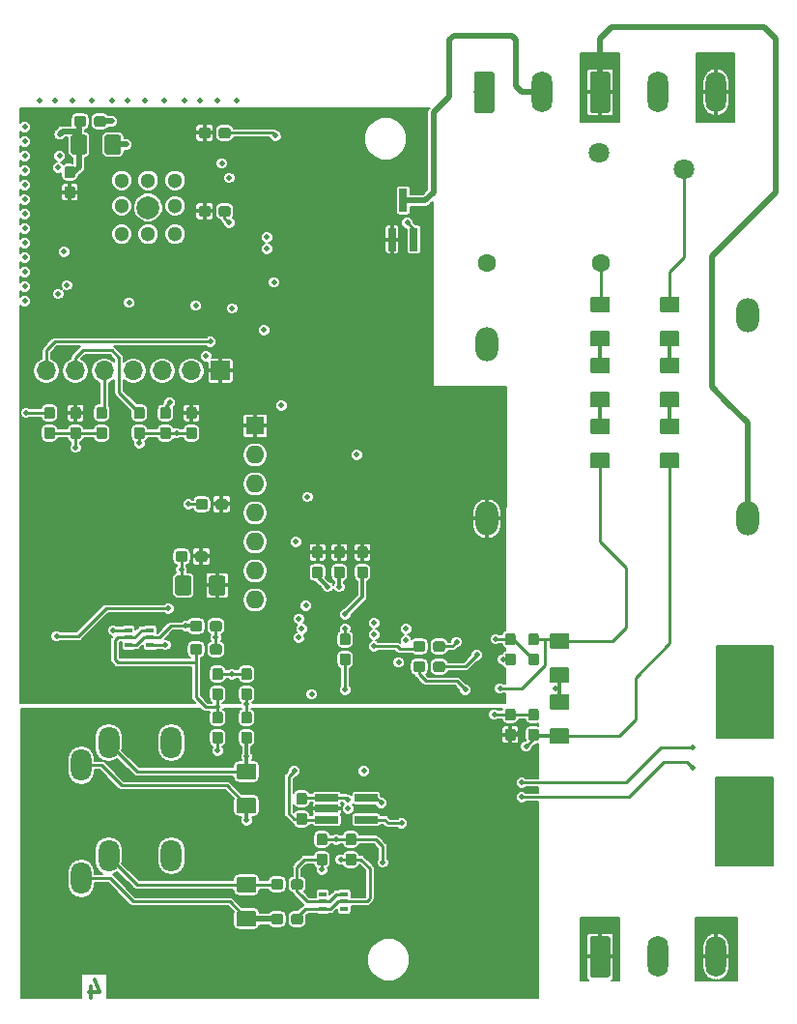
<source format=gbr>
G04 #@! TF.GenerationSoftware,KiCad,Pcbnew,5.0.2-bee76a0~70~ubuntu18.04.1*
G04 #@! TF.CreationDate,2020-04-22T18:31:07+02:00*
G04 #@! TF.ProjectId,Energy_Meter,456e6572-6779-45f4-9d65-7465722e6b69,rev?*
G04 #@! TF.SameCoordinates,Original*
G04 #@! TF.FileFunction,Copper,L4,Bot*
G04 #@! TF.FilePolarity,Positive*
%FSLAX46Y46*%
G04 Gerber Fmt 4.6, Leading zero omitted, Abs format (unit mm)*
G04 Created by KiCad (PCBNEW 5.0.2-bee76a0~70~ubuntu18.04.1) date mer. 22 avril 2020 18:31:07 CEST*
%MOMM*%
%LPD*%
G01*
G04 APERTURE LIST*
G04 #@! TA.AperFunction,NonConductor*
%ADD10C,0.300000*%
G04 #@! TD*
G04 #@! TA.AperFunction,SMDPad,CuDef*
%ADD11R,2.000000X0.650000*%
G04 #@! TD*
G04 #@! TA.AperFunction,Conductor*
%ADD12C,0.100000*%
G04 #@! TD*
G04 #@! TA.AperFunction,ComponentPad*
%ADD13C,1.800000*%
G04 #@! TD*
G04 #@! TA.AperFunction,ComponentPad*
%ADD14O,1.800000X3.600000*%
G04 #@! TD*
G04 #@! TA.AperFunction,SMDPad,CuDef*
%ADD15R,0.700000X2.000000*%
G04 #@! TD*
G04 #@! TA.AperFunction,ComponentPad*
%ADD16O,2.000000X3.000000*%
G04 #@! TD*
G04 #@! TA.AperFunction,SMDPad,CuDef*
%ADD17C,0.950000*%
G04 #@! TD*
G04 #@! TA.AperFunction,ComponentPad*
%ADD18C,1.300000*%
G04 #@! TD*
G04 #@! TA.AperFunction,ComponentPad*
%ADD19C,2.000000*%
G04 #@! TD*
G04 #@! TA.AperFunction,SMDPad,CuDef*
%ADD20C,1.425000*%
G04 #@! TD*
G04 #@! TA.AperFunction,ComponentPad*
%ADD21C,1.600000*%
G04 #@! TD*
G04 #@! TA.AperFunction,SMDPad,CuDef*
%ADD22R,0.650000X0.400000*%
G04 #@! TD*
G04 #@! TA.AperFunction,ComponentPad*
%ADD23O,1.800000X2.800000*%
G04 #@! TD*
G04 #@! TA.AperFunction,ComponentPad*
%ADD24R,1.700000X1.700000*%
G04 #@! TD*
G04 #@! TA.AperFunction,ComponentPad*
%ADD25O,1.700000X1.700000*%
G04 #@! TD*
G04 #@! TA.AperFunction,ComponentPad*
%ADD26R,1.600000X1.600000*%
G04 #@! TD*
G04 #@! TA.AperFunction,ComponentPad*
%ADD27O,1.600000X1.600000*%
G04 #@! TD*
G04 #@! TA.AperFunction,ViaPad*
%ADD28C,0.500000*%
G04 #@! TD*
G04 #@! TA.AperFunction,Conductor*
%ADD29C,0.250000*%
G04 #@! TD*
G04 #@! TA.AperFunction,Conductor*
%ADD30C,0.500000*%
G04 #@! TD*
G04 #@! TA.AperFunction,Conductor*
%ADD31C,0.300000*%
G04 #@! TD*
G04 #@! TA.AperFunction,Conductor*
%ADD32C,0.180000*%
G04 #@! TD*
G04 APERTURE END LIST*
D10*
X177387285Y-175065571D02*
X177387285Y-176065571D01*
X177744428Y-174494142D02*
X178101571Y-175565571D01*
X177173000Y-175565571D01*
D11*
G04 #@! TO.P,U1,1*
G04 #@! TO.N,/Measurements/ADC_I_Homopolar*
X198061000Y-160462000D03*
G04 #@! TO.P,U1,2*
G04 #@! TO.N,GND*
X198061000Y-159512000D03*
G04 #@! TO.P,U1,3*
G04 #@! TO.N,Net-(D1-Pad2)*
X198061000Y-158562000D03*
G04 #@! TO.P,U1,4*
G04 #@! TO.N,Net-(D1-Pad1)*
X201481000Y-158562000D03*
G04 #@! TO.P,U1,5*
G04 #@! TO.N,/Measurements/Vaa*
X201481000Y-160462000D03*
G04 #@! TD*
D12*
G04 #@! TO.N,GND*
G04 #@! TO.C,J7*
G36*
X212510504Y-94975204D02*
X212534773Y-94978804D01*
X212558571Y-94984765D01*
X212581671Y-94993030D01*
X212603849Y-95003520D01*
X212624893Y-95016133D01*
X212644598Y-95030747D01*
X212662777Y-95047223D01*
X212679253Y-95065402D01*
X212693867Y-95085107D01*
X212706480Y-95106151D01*
X212716970Y-95128329D01*
X212725235Y-95151429D01*
X212731196Y-95175227D01*
X212734796Y-95199496D01*
X212736000Y-95224000D01*
X212736000Y-98324000D01*
X212734796Y-98348504D01*
X212731196Y-98372773D01*
X212725235Y-98396571D01*
X212716970Y-98419671D01*
X212706480Y-98441849D01*
X212693867Y-98462893D01*
X212679253Y-98482598D01*
X212662777Y-98500777D01*
X212644598Y-98517253D01*
X212624893Y-98531867D01*
X212603849Y-98544480D01*
X212581671Y-98554970D01*
X212558571Y-98563235D01*
X212534773Y-98569196D01*
X212510504Y-98572796D01*
X212486000Y-98574000D01*
X211186000Y-98574000D01*
X211161496Y-98572796D01*
X211137227Y-98569196D01*
X211113429Y-98563235D01*
X211090329Y-98554970D01*
X211068151Y-98544480D01*
X211047107Y-98531867D01*
X211027402Y-98517253D01*
X211009223Y-98500777D01*
X210992747Y-98482598D01*
X210978133Y-98462893D01*
X210965520Y-98441849D01*
X210955030Y-98419671D01*
X210946765Y-98396571D01*
X210940804Y-98372773D01*
X210937204Y-98348504D01*
X210936000Y-98324000D01*
X210936000Y-95224000D01*
X210937204Y-95199496D01*
X210940804Y-95175227D01*
X210946765Y-95151429D01*
X210955030Y-95128329D01*
X210965520Y-95106151D01*
X210978133Y-95085107D01*
X210992747Y-95065402D01*
X211009223Y-95047223D01*
X211027402Y-95030747D01*
X211047107Y-95016133D01*
X211068151Y-95003520D01*
X211090329Y-94993030D01*
X211113429Y-94984765D01*
X211137227Y-94978804D01*
X211161496Y-94975204D01*
X211186000Y-94974000D01*
X212486000Y-94974000D01*
X212510504Y-94975204D01*
X212510504Y-94975204D01*
G37*
D13*
G04 #@! TD*
G04 #@! TO.P,J7,1*
G04 #@! TO.N,GND*
X211836000Y-96774000D03*
D14*
G04 #@! TO.P,J7,2*
G04 #@! TO.N,Net-(J7-Pad2)*
X216916000Y-96774000D03*
G04 #@! TD*
D15*
G04 #@! TO.P,Q4,1*
G04 #@! TO.N,GND*
X205674000Y-109650000D03*
G04 #@! TO.P,Q4,2*
G04 #@! TO.N,+3V3*
X203774000Y-109650000D03*
G04 #@! TO.P,Q4,3*
G04 #@! TO.N,Net-(J7-Pad2)*
X204724000Y-106250000D03*
G04 #@! TD*
D16*
G04 #@! TO.P,PS1,4*
G04 #@! TO.N,/Neutral*
X234950000Y-134112000D03*
G04 #@! TO.P,PS1,3*
G04 #@! TO.N,+3V3*
X212090000Y-134112000D03*
G04 #@! TO.P,PS1,2*
G04 #@! TO.N,GND*
X212090000Y-118872000D03*
G04 #@! TO.P,PS1,1*
G04 #@! TO.N,Net-(F1-Pad2)*
X234950000Y-116332000D03*
G04 #@! TD*
D12*
G04 #@! TO.N,GND*
G04 #@! TO.C,C17*
G36*
X178477779Y-98840144D02*
X178500834Y-98843563D01*
X178523443Y-98849227D01*
X178545387Y-98857079D01*
X178566457Y-98867044D01*
X178586448Y-98879026D01*
X178605168Y-98892910D01*
X178622438Y-98908562D01*
X178638090Y-98925832D01*
X178651974Y-98944552D01*
X178663956Y-98964543D01*
X178673921Y-98985613D01*
X178681773Y-99007557D01*
X178687437Y-99030166D01*
X178690856Y-99053221D01*
X178692000Y-99076500D01*
X178692000Y-99551500D01*
X178690856Y-99574779D01*
X178687437Y-99597834D01*
X178681773Y-99620443D01*
X178673921Y-99642387D01*
X178663956Y-99663457D01*
X178651974Y-99683448D01*
X178638090Y-99702168D01*
X178622438Y-99719438D01*
X178605168Y-99735090D01*
X178586448Y-99748974D01*
X178566457Y-99760956D01*
X178545387Y-99770921D01*
X178523443Y-99778773D01*
X178500834Y-99784437D01*
X178477779Y-99787856D01*
X178454500Y-99789000D01*
X177879500Y-99789000D01*
X177856221Y-99787856D01*
X177833166Y-99784437D01*
X177810557Y-99778773D01*
X177788613Y-99770921D01*
X177767543Y-99760956D01*
X177747552Y-99748974D01*
X177728832Y-99735090D01*
X177711562Y-99719438D01*
X177695910Y-99702168D01*
X177682026Y-99683448D01*
X177670044Y-99663457D01*
X177660079Y-99642387D01*
X177652227Y-99620443D01*
X177646563Y-99597834D01*
X177643144Y-99574779D01*
X177642000Y-99551500D01*
X177642000Y-99076500D01*
X177643144Y-99053221D01*
X177646563Y-99030166D01*
X177652227Y-99007557D01*
X177660079Y-98985613D01*
X177670044Y-98964543D01*
X177682026Y-98944552D01*
X177695910Y-98925832D01*
X177711562Y-98908562D01*
X177728832Y-98892910D01*
X177747552Y-98879026D01*
X177767543Y-98867044D01*
X177788613Y-98857079D01*
X177810557Y-98849227D01*
X177833166Y-98843563D01*
X177856221Y-98840144D01*
X177879500Y-98839000D01*
X178454500Y-98839000D01*
X178477779Y-98840144D01*
X178477779Y-98840144D01*
G37*
D17*
G04 #@! TD*
G04 #@! TO.P,C17,1*
G04 #@! TO.N,GND*
X178167000Y-99314000D03*
D12*
G04 #@! TO.N,Net-(C16-Pad1)*
G04 #@! TO.C,C17*
G36*
X176727779Y-98840144D02*
X176750834Y-98843563D01*
X176773443Y-98849227D01*
X176795387Y-98857079D01*
X176816457Y-98867044D01*
X176836448Y-98879026D01*
X176855168Y-98892910D01*
X176872438Y-98908562D01*
X176888090Y-98925832D01*
X176901974Y-98944552D01*
X176913956Y-98964543D01*
X176923921Y-98985613D01*
X176931773Y-99007557D01*
X176937437Y-99030166D01*
X176940856Y-99053221D01*
X176942000Y-99076500D01*
X176942000Y-99551500D01*
X176940856Y-99574779D01*
X176937437Y-99597834D01*
X176931773Y-99620443D01*
X176923921Y-99642387D01*
X176913956Y-99663457D01*
X176901974Y-99683448D01*
X176888090Y-99702168D01*
X176872438Y-99719438D01*
X176855168Y-99735090D01*
X176836448Y-99748974D01*
X176816457Y-99760956D01*
X176795387Y-99770921D01*
X176773443Y-99778773D01*
X176750834Y-99784437D01*
X176727779Y-99787856D01*
X176704500Y-99789000D01*
X176129500Y-99789000D01*
X176106221Y-99787856D01*
X176083166Y-99784437D01*
X176060557Y-99778773D01*
X176038613Y-99770921D01*
X176017543Y-99760956D01*
X175997552Y-99748974D01*
X175978832Y-99735090D01*
X175961562Y-99719438D01*
X175945910Y-99702168D01*
X175932026Y-99683448D01*
X175920044Y-99663457D01*
X175910079Y-99642387D01*
X175902227Y-99620443D01*
X175896563Y-99597834D01*
X175893144Y-99574779D01*
X175892000Y-99551500D01*
X175892000Y-99076500D01*
X175893144Y-99053221D01*
X175896563Y-99030166D01*
X175902227Y-99007557D01*
X175910079Y-98985613D01*
X175920044Y-98964543D01*
X175932026Y-98944552D01*
X175945910Y-98925832D01*
X175961562Y-98908562D01*
X175978832Y-98892910D01*
X175997552Y-98879026D01*
X176017543Y-98867044D01*
X176038613Y-98857079D01*
X176060557Y-98849227D01*
X176083166Y-98843563D01*
X176106221Y-98840144D01*
X176129500Y-98839000D01*
X176704500Y-98839000D01*
X176727779Y-98840144D01*
X176727779Y-98840144D01*
G37*
D17*
G04 #@! TD*
G04 #@! TO.P,C17,2*
G04 #@! TO.N,Net-(C16-Pad1)*
X176417000Y-99314000D03*
D18*
G04 #@! TO.P,U3,39*
G04 #@! TO.N,GND*
X180077600Y-109193800D03*
D19*
X182389000Y-106857000D03*
D18*
X184751200Y-109193800D03*
X180077600Y-104494800D03*
X184751200Y-104494800D03*
X182389000Y-104494800D03*
X182389000Y-109193800D03*
X180077600Y-106730000D03*
X184751200Y-106730000D03*
G04 #@! TD*
D12*
G04 #@! TO.N,/Measurements/I_MEAS_P*
G04 #@! TO.C,C2*
G36*
X186887779Y-145068144D02*
X186910834Y-145071563D01*
X186933443Y-145077227D01*
X186955387Y-145085079D01*
X186976457Y-145095044D01*
X186996448Y-145107026D01*
X187015168Y-145120910D01*
X187032438Y-145136562D01*
X187048090Y-145153832D01*
X187061974Y-145172552D01*
X187073956Y-145192543D01*
X187083921Y-145213613D01*
X187091773Y-145235557D01*
X187097437Y-145258166D01*
X187100856Y-145281221D01*
X187102000Y-145304500D01*
X187102000Y-145779500D01*
X187100856Y-145802779D01*
X187097437Y-145825834D01*
X187091773Y-145848443D01*
X187083921Y-145870387D01*
X187073956Y-145891457D01*
X187061974Y-145911448D01*
X187048090Y-145930168D01*
X187032438Y-145947438D01*
X187015168Y-145963090D01*
X186996448Y-145976974D01*
X186976457Y-145988956D01*
X186955387Y-145998921D01*
X186933443Y-146006773D01*
X186910834Y-146012437D01*
X186887779Y-146015856D01*
X186864500Y-146017000D01*
X186289500Y-146017000D01*
X186266221Y-146015856D01*
X186243166Y-146012437D01*
X186220557Y-146006773D01*
X186198613Y-145998921D01*
X186177543Y-145988956D01*
X186157552Y-145976974D01*
X186138832Y-145963090D01*
X186121562Y-145947438D01*
X186105910Y-145930168D01*
X186092026Y-145911448D01*
X186080044Y-145891457D01*
X186070079Y-145870387D01*
X186062227Y-145848443D01*
X186056563Y-145825834D01*
X186053144Y-145802779D01*
X186052000Y-145779500D01*
X186052000Y-145304500D01*
X186053144Y-145281221D01*
X186056563Y-145258166D01*
X186062227Y-145235557D01*
X186070079Y-145213613D01*
X186080044Y-145192543D01*
X186092026Y-145172552D01*
X186105910Y-145153832D01*
X186121562Y-145136562D01*
X186138832Y-145120910D01*
X186157552Y-145107026D01*
X186177543Y-145095044D01*
X186198613Y-145085079D01*
X186220557Y-145077227D01*
X186243166Y-145071563D01*
X186266221Y-145068144D01*
X186289500Y-145067000D01*
X186864500Y-145067000D01*
X186887779Y-145068144D01*
X186887779Y-145068144D01*
G37*
D17*
G04 #@! TD*
G04 #@! TO.P,C2,2*
G04 #@! TO.N,/Measurements/I_MEAS_P*
X186577000Y-145542000D03*
D12*
G04 #@! TO.N,GND*
G04 #@! TO.C,C2*
G36*
X188637779Y-145068144D02*
X188660834Y-145071563D01*
X188683443Y-145077227D01*
X188705387Y-145085079D01*
X188726457Y-145095044D01*
X188746448Y-145107026D01*
X188765168Y-145120910D01*
X188782438Y-145136562D01*
X188798090Y-145153832D01*
X188811974Y-145172552D01*
X188823956Y-145192543D01*
X188833921Y-145213613D01*
X188841773Y-145235557D01*
X188847437Y-145258166D01*
X188850856Y-145281221D01*
X188852000Y-145304500D01*
X188852000Y-145779500D01*
X188850856Y-145802779D01*
X188847437Y-145825834D01*
X188841773Y-145848443D01*
X188833921Y-145870387D01*
X188823956Y-145891457D01*
X188811974Y-145911448D01*
X188798090Y-145930168D01*
X188782438Y-145947438D01*
X188765168Y-145963090D01*
X188746448Y-145976974D01*
X188726457Y-145988956D01*
X188705387Y-145998921D01*
X188683443Y-146006773D01*
X188660834Y-146012437D01*
X188637779Y-146015856D01*
X188614500Y-146017000D01*
X188039500Y-146017000D01*
X188016221Y-146015856D01*
X187993166Y-146012437D01*
X187970557Y-146006773D01*
X187948613Y-145998921D01*
X187927543Y-145988956D01*
X187907552Y-145976974D01*
X187888832Y-145963090D01*
X187871562Y-145947438D01*
X187855910Y-145930168D01*
X187842026Y-145911448D01*
X187830044Y-145891457D01*
X187820079Y-145870387D01*
X187812227Y-145848443D01*
X187806563Y-145825834D01*
X187803144Y-145802779D01*
X187802000Y-145779500D01*
X187802000Y-145304500D01*
X187803144Y-145281221D01*
X187806563Y-145258166D01*
X187812227Y-145235557D01*
X187820079Y-145213613D01*
X187830044Y-145192543D01*
X187842026Y-145172552D01*
X187855910Y-145153832D01*
X187871562Y-145136562D01*
X187888832Y-145120910D01*
X187907552Y-145107026D01*
X187927543Y-145095044D01*
X187948613Y-145085079D01*
X187970557Y-145077227D01*
X187993166Y-145071563D01*
X188016221Y-145068144D01*
X188039500Y-145067000D01*
X188614500Y-145067000D01*
X188637779Y-145068144D01*
X188637779Y-145068144D01*
G37*
D17*
G04 #@! TD*
G04 #@! TO.P,C2,1*
G04 #@! TO.N,GND*
X188327000Y-145542000D03*
D12*
G04 #@! TO.N,/Measurements/I_MEAS_N*
G04 #@! TO.C,C3*
G36*
X186887779Y-143036144D02*
X186910834Y-143039563D01*
X186933443Y-143045227D01*
X186955387Y-143053079D01*
X186976457Y-143063044D01*
X186996448Y-143075026D01*
X187015168Y-143088910D01*
X187032438Y-143104562D01*
X187048090Y-143121832D01*
X187061974Y-143140552D01*
X187073956Y-143160543D01*
X187083921Y-143181613D01*
X187091773Y-143203557D01*
X187097437Y-143226166D01*
X187100856Y-143249221D01*
X187102000Y-143272500D01*
X187102000Y-143747500D01*
X187100856Y-143770779D01*
X187097437Y-143793834D01*
X187091773Y-143816443D01*
X187083921Y-143838387D01*
X187073956Y-143859457D01*
X187061974Y-143879448D01*
X187048090Y-143898168D01*
X187032438Y-143915438D01*
X187015168Y-143931090D01*
X186996448Y-143944974D01*
X186976457Y-143956956D01*
X186955387Y-143966921D01*
X186933443Y-143974773D01*
X186910834Y-143980437D01*
X186887779Y-143983856D01*
X186864500Y-143985000D01*
X186289500Y-143985000D01*
X186266221Y-143983856D01*
X186243166Y-143980437D01*
X186220557Y-143974773D01*
X186198613Y-143966921D01*
X186177543Y-143956956D01*
X186157552Y-143944974D01*
X186138832Y-143931090D01*
X186121562Y-143915438D01*
X186105910Y-143898168D01*
X186092026Y-143879448D01*
X186080044Y-143859457D01*
X186070079Y-143838387D01*
X186062227Y-143816443D01*
X186056563Y-143793834D01*
X186053144Y-143770779D01*
X186052000Y-143747500D01*
X186052000Y-143272500D01*
X186053144Y-143249221D01*
X186056563Y-143226166D01*
X186062227Y-143203557D01*
X186070079Y-143181613D01*
X186080044Y-143160543D01*
X186092026Y-143140552D01*
X186105910Y-143121832D01*
X186121562Y-143104562D01*
X186138832Y-143088910D01*
X186157552Y-143075026D01*
X186177543Y-143063044D01*
X186198613Y-143053079D01*
X186220557Y-143045227D01*
X186243166Y-143039563D01*
X186266221Y-143036144D01*
X186289500Y-143035000D01*
X186864500Y-143035000D01*
X186887779Y-143036144D01*
X186887779Y-143036144D01*
G37*
D17*
G04 #@! TD*
G04 #@! TO.P,C3,1*
G04 #@! TO.N,/Measurements/I_MEAS_N*
X186577000Y-143510000D03*
D12*
G04 #@! TO.N,GND*
G04 #@! TO.C,C3*
G36*
X188637779Y-143036144D02*
X188660834Y-143039563D01*
X188683443Y-143045227D01*
X188705387Y-143053079D01*
X188726457Y-143063044D01*
X188746448Y-143075026D01*
X188765168Y-143088910D01*
X188782438Y-143104562D01*
X188798090Y-143121832D01*
X188811974Y-143140552D01*
X188823956Y-143160543D01*
X188833921Y-143181613D01*
X188841773Y-143203557D01*
X188847437Y-143226166D01*
X188850856Y-143249221D01*
X188852000Y-143272500D01*
X188852000Y-143747500D01*
X188850856Y-143770779D01*
X188847437Y-143793834D01*
X188841773Y-143816443D01*
X188833921Y-143838387D01*
X188823956Y-143859457D01*
X188811974Y-143879448D01*
X188798090Y-143898168D01*
X188782438Y-143915438D01*
X188765168Y-143931090D01*
X188746448Y-143944974D01*
X188726457Y-143956956D01*
X188705387Y-143966921D01*
X188683443Y-143974773D01*
X188660834Y-143980437D01*
X188637779Y-143983856D01*
X188614500Y-143985000D01*
X188039500Y-143985000D01*
X188016221Y-143983856D01*
X187993166Y-143980437D01*
X187970557Y-143974773D01*
X187948613Y-143966921D01*
X187927543Y-143956956D01*
X187907552Y-143944974D01*
X187888832Y-143931090D01*
X187871562Y-143915438D01*
X187855910Y-143898168D01*
X187842026Y-143879448D01*
X187830044Y-143859457D01*
X187820079Y-143838387D01*
X187812227Y-143816443D01*
X187806563Y-143793834D01*
X187803144Y-143770779D01*
X187802000Y-143747500D01*
X187802000Y-143272500D01*
X187803144Y-143249221D01*
X187806563Y-143226166D01*
X187812227Y-143203557D01*
X187820079Y-143181613D01*
X187830044Y-143160543D01*
X187842026Y-143140552D01*
X187855910Y-143121832D01*
X187871562Y-143104562D01*
X187888832Y-143088910D01*
X187907552Y-143075026D01*
X187927543Y-143063044D01*
X187948613Y-143053079D01*
X187970557Y-143045227D01*
X187993166Y-143039563D01*
X188016221Y-143036144D01*
X188039500Y-143035000D01*
X188614500Y-143035000D01*
X188637779Y-143036144D01*
X188637779Y-143036144D01*
G37*
D17*
G04 #@! TD*
G04 #@! TO.P,C3,2*
G04 #@! TO.N,GND*
X188327000Y-143510000D03*
D12*
G04 #@! TO.N,/Measurements/U_MEAS_P*
G04 #@! TO.C,C4*
G36*
X214382779Y-150747144D02*
X214405834Y-150750563D01*
X214428443Y-150756227D01*
X214450387Y-150764079D01*
X214471457Y-150774044D01*
X214491448Y-150786026D01*
X214510168Y-150799910D01*
X214527438Y-150815562D01*
X214543090Y-150832832D01*
X214556974Y-150851552D01*
X214568956Y-150871543D01*
X214578921Y-150892613D01*
X214586773Y-150914557D01*
X214592437Y-150937166D01*
X214595856Y-150960221D01*
X214597000Y-150983500D01*
X214597000Y-151558500D01*
X214595856Y-151581779D01*
X214592437Y-151604834D01*
X214586773Y-151627443D01*
X214578921Y-151649387D01*
X214568956Y-151670457D01*
X214556974Y-151690448D01*
X214543090Y-151709168D01*
X214527438Y-151726438D01*
X214510168Y-151742090D01*
X214491448Y-151755974D01*
X214471457Y-151767956D01*
X214450387Y-151777921D01*
X214428443Y-151785773D01*
X214405834Y-151791437D01*
X214382779Y-151794856D01*
X214359500Y-151796000D01*
X213884500Y-151796000D01*
X213861221Y-151794856D01*
X213838166Y-151791437D01*
X213815557Y-151785773D01*
X213793613Y-151777921D01*
X213772543Y-151767956D01*
X213752552Y-151755974D01*
X213733832Y-151742090D01*
X213716562Y-151726438D01*
X213700910Y-151709168D01*
X213687026Y-151690448D01*
X213675044Y-151670457D01*
X213665079Y-151649387D01*
X213657227Y-151627443D01*
X213651563Y-151604834D01*
X213648144Y-151581779D01*
X213647000Y-151558500D01*
X213647000Y-150983500D01*
X213648144Y-150960221D01*
X213651563Y-150937166D01*
X213657227Y-150914557D01*
X213665079Y-150892613D01*
X213675044Y-150871543D01*
X213687026Y-150851552D01*
X213700910Y-150832832D01*
X213716562Y-150815562D01*
X213733832Y-150799910D01*
X213752552Y-150786026D01*
X213772543Y-150774044D01*
X213793613Y-150764079D01*
X213815557Y-150756227D01*
X213838166Y-150750563D01*
X213861221Y-150747144D01*
X213884500Y-150746000D01*
X214359500Y-150746000D01*
X214382779Y-150747144D01*
X214382779Y-150747144D01*
G37*
D17*
G04 #@! TD*
G04 #@! TO.P,C4,1*
G04 #@! TO.N,/Measurements/U_MEAS_P*
X214122000Y-151271000D03*
D12*
G04 #@! TO.N,GND*
G04 #@! TO.C,C4*
G36*
X214382779Y-152497144D02*
X214405834Y-152500563D01*
X214428443Y-152506227D01*
X214450387Y-152514079D01*
X214471457Y-152524044D01*
X214491448Y-152536026D01*
X214510168Y-152549910D01*
X214527438Y-152565562D01*
X214543090Y-152582832D01*
X214556974Y-152601552D01*
X214568956Y-152621543D01*
X214578921Y-152642613D01*
X214586773Y-152664557D01*
X214592437Y-152687166D01*
X214595856Y-152710221D01*
X214597000Y-152733500D01*
X214597000Y-153308500D01*
X214595856Y-153331779D01*
X214592437Y-153354834D01*
X214586773Y-153377443D01*
X214578921Y-153399387D01*
X214568956Y-153420457D01*
X214556974Y-153440448D01*
X214543090Y-153459168D01*
X214527438Y-153476438D01*
X214510168Y-153492090D01*
X214491448Y-153505974D01*
X214471457Y-153517956D01*
X214450387Y-153527921D01*
X214428443Y-153535773D01*
X214405834Y-153541437D01*
X214382779Y-153544856D01*
X214359500Y-153546000D01*
X213884500Y-153546000D01*
X213861221Y-153544856D01*
X213838166Y-153541437D01*
X213815557Y-153535773D01*
X213793613Y-153527921D01*
X213772543Y-153517956D01*
X213752552Y-153505974D01*
X213733832Y-153492090D01*
X213716562Y-153476438D01*
X213700910Y-153459168D01*
X213687026Y-153440448D01*
X213675044Y-153420457D01*
X213665079Y-153399387D01*
X213657227Y-153377443D01*
X213651563Y-153354834D01*
X213648144Y-153331779D01*
X213647000Y-153308500D01*
X213647000Y-152733500D01*
X213648144Y-152710221D01*
X213651563Y-152687166D01*
X213657227Y-152664557D01*
X213665079Y-152642613D01*
X213675044Y-152621543D01*
X213687026Y-152601552D01*
X213700910Y-152582832D01*
X213716562Y-152565562D01*
X213733832Y-152549910D01*
X213752552Y-152536026D01*
X213772543Y-152524044D01*
X213793613Y-152514079D01*
X213815557Y-152506227D01*
X213838166Y-152500563D01*
X213861221Y-152497144D01*
X213884500Y-152496000D01*
X214359500Y-152496000D01*
X214382779Y-152497144D01*
X214382779Y-152497144D01*
G37*
D17*
G04 #@! TD*
G04 #@! TO.P,C4,2*
G04 #@! TO.N,GND*
X214122000Y-153021000D03*
D12*
G04 #@! TO.N,/Measurements/U_MEAS_N*
G04 #@! TO.C,C5*
G36*
X214382779Y-144143144D02*
X214405834Y-144146563D01*
X214428443Y-144152227D01*
X214450387Y-144160079D01*
X214471457Y-144170044D01*
X214491448Y-144182026D01*
X214510168Y-144195910D01*
X214527438Y-144211562D01*
X214543090Y-144228832D01*
X214556974Y-144247552D01*
X214568956Y-144267543D01*
X214578921Y-144288613D01*
X214586773Y-144310557D01*
X214592437Y-144333166D01*
X214595856Y-144356221D01*
X214597000Y-144379500D01*
X214597000Y-144954500D01*
X214595856Y-144977779D01*
X214592437Y-145000834D01*
X214586773Y-145023443D01*
X214578921Y-145045387D01*
X214568956Y-145066457D01*
X214556974Y-145086448D01*
X214543090Y-145105168D01*
X214527438Y-145122438D01*
X214510168Y-145138090D01*
X214491448Y-145151974D01*
X214471457Y-145163956D01*
X214450387Y-145173921D01*
X214428443Y-145181773D01*
X214405834Y-145187437D01*
X214382779Y-145190856D01*
X214359500Y-145192000D01*
X213884500Y-145192000D01*
X213861221Y-145190856D01*
X213838166Y-145187437D01*
X213815557Y-145181773D01*
X213793613Y-145173921D01*
X213772543Y-145163956D01*
X213752552Y-145151974D01*
X213733832Y-145138090D01*
X213716562Y-145122438D01*
X213700910Y-145105168D01*
X213687026Y-145086448D01*
X213675044Y-145066457D01*
X213665079Y-145045387D01*
X213657227Y-145023443D01*
X213651563Y-145000834D01*
X213648144Y-144977779D01*
X213647000Y-144954500D01*
X213647000Y-144379500D01*
X213648144Y-144356221D01*
X213651563Y-144333166D01*
X213657227Y-144310557D01*
X213665079Y-144288613D01*
X213675044Y-144267543D01*
X213687026Y-144247552D01*
X213700910Y-144228832D01*
X213716562Y-144211562D01*
X213733832Y-144195910D01*
X213752552Y-144182026D01*
X213772543Y-144170044D01*
X213793613Y-144160079D01*
X213815557Y-144152227D01*
X213838166Y-144146563D01*
X213861221Y-144143144D01*
X213884500Y-144142000D01*
X214359500Y-144142000D01*
X214382779Y-144143144D01*
X214382779Y-144143144D01*
G37*
D17*
G04 #@! TD*
G04 #@! TO.P,C5,2*
G04 #@! TO.N,/Measurements/U_MEAS_N*
X214122000Y-144667000D03*
D12*
G04 #@! TO.N,GND*
G04 #@! TO.C,C5*
G36*
X214382779Y-145893144D02*
X214405834Y-145896563D01*
X214428443Y-145902227D01*
X214450387Y-145910079D01*
X214471457Y-145920044D01*
X214491448Y-145932026D01*
X214510168Y-145945910D01*
X214527438Y-145961562D01*
X214543090Y-145978832D01*
X214556974Y-145997552D01*
X214568956Y-146017543D01*
X214578921Y-146038613D01*
X214586773Y-146060557D01*
X214592437Y-146083166D01*
X214595856Y-146106221D01*
X214597000Y-146129500D01*
X214597000Y-146704500D01*
X214595856Y-146727779D01*
X214592437Y-146750834D01*
X214586773Y-146773443D01*
X214578921Y-146795387D01*
X214568956Y-146816457D01*
X214556974Y-146836448D01*
X214543090Y-146855168D01*
X214527438Y-146872438D01*
X214510168Y-146888090D01*
X214491448Y-146901974D01*
X214471457Y-146913956D01*
X214450387Y-146923921D01*
X214428443Y-146931773D01*
X214405834Y-146937437D01*
X214382779Y-146940856D01*
X214359500Y-146942000D01*
X213884500Y-146942000D01*
X213861221Y-146940856D01*
X213838166Y-146937437D01*
X213815557Y-146931773D01*
X213793613Y-146923921D01*
X213772543Y-146913956D01*
X213752552Y-146901974D01*
X213733832Y-146888090D01*
X213716562Y-146872438D01*
X213700910Y-146855168D01*
X213687026Y-146836448D01*
X213675044Y-146816457D01*
X213665079Y-146795387D01*
X213657227Y-146773443D01*
X213651563Y-146750834D01*
X213648144Y-146727779D01*
X213647000Y-146704500D01*
X213647000Y-146129500D01*
X213648144Y-146106221D01*
X213651563Y-146083166D01*
X213657227Y-146060557D01*
X213665079Y-146038613D01*
X213675044Y-146017543D01*
X213687026Y-145997552D01*
X213700910Y-145978832D01*
X213716562Y-145961562D01*
X213733832Y-145945910D01*
X213752552Y-145932026D01*
X213772543Y-145920044D01*
X213793613Y-145910079D01*
X213815557Y-145902227D01*
X213838166Y-145896563D01*
X213861221Y-145893144D01*
X213884500Y-145892000D01*
X214359500Y-145892000D01*
X214382779Y-145893144D01*
X214382779Y-145893144D01*
G37*
D17*
G04 #@! TD*
G04 #@! TO.P,C5,1*
G04 #@! TO.N,GND*
X214122000Y-146417000D03*
D12*
G04 #@! TO.N,Net-(C10-Pad1)*
G04 #@! TO.C,C10*
G36*
X199904779Y-145893144D02*
X199927834Y-145896563D01*
X199950443Y-145902227D01*
X199972387Y-145910079D01*
X199993457Y-145920044D01*
X200013448Y-145932026D01*
X200032168Y-145945910D01*
X200049438Y-145961562D01*
X200065090Y-145978832D01*
X200078974Y-145997552D01*
X200090956Y-146017543D01*
X200100921Y-146038613D01*
X200108773Y-146060557D01*
X200114437Y-146083166D01*
X200117856Y-146106221D01*
X200119000Y-146129500D01*
X200119000Y-146704500D01*
X200117856Y-146727779D01*
X200114437Y-146750834D01*
X200108773Y-146773443D01*
X200100921Y-146795387D01*
X200090956Y-146816457D01*
X200078974Y-146836448D01*
X200065090Y-146855168D01*
X200049438Y-146872438D01*
X200032168Y-146888090D01*
X200013448Y-146901974D01*
X199993457Y-146913956D01*
X199972387Y-146923921D01*
X199950443Y-146931773D01*
X199927834Y-146937437D01*
X199904779Y-146940856D01*
X199881500Y-146942000D01*
X199406500Y-146942000D01*
X199383221Y-146940856D01*
X199360166Y-146937437D01*
X199337557Y-146931773D01*
X199315613Y-146923921D01*
X199294543Y-146913956D01*
X199274552Y-146901974D01*
X199255832Y-146888090D01*
X199238562Y-146872438D01*
X199222910Y-146855168D01*
X199209026Y-146836448D01*
X199197044Y-146816457D01*
X199187079Y-146795387D01*
X199179227Y-146773443D01*
X199173563Y-146750834D01*
X199170144Y-146727779D01*
X199169000Y-146704500D01*
X199169000Y-146129500D01*
X199170144Y-146106221D01*
X199173563Y-146083166D01*
X199179227Y-146060557D01*
X199187079Y-146038613D01*
X199197044Y-146017543D01*
X199209026Y-145997552D01*
X199222910Y-145978832D01*
X199238562Y-145961562D01*
X199255832Y-145945910D01*
X199274552Y-145932026D01*
X199294543Y-145920044D01*
X199315613Y-145910079D01*
X199337557Y-145902227D01*
X199360166Y-145896563D01*
X199383221Y-145893144D01*
X199406500Y-145892000D01*
X199881500Y-145892000D01*
X199904779Y-145893144D01*
X199904779Y-145893144D01*
G37*
D17*
G04 #@! TD*
G04 #@! TO.P,C10,1*
G04 #@! TO.N,Net-(C10-Pad1)*
X199644000Y-146417000D03*
D12*
G04 #@! TO.N,GND*
G04 #@! TO.C,C10*
G36*
X199904779Y-144143144D02*
X199927834Y-144146563D01*
X199950443Y-144152227D01*
X199972387Y-144160079D01*
X199993457Y-144170044D01*
X200013448Y-144182026D01*
X200032168Y-144195910D01*
X200049438Y-144211562D01*
X200065090Y-144228832D01*
X200078974Y-144247552D01*
X200090956Y-144267543D01*
X200100921Y-144288613D01*
X200108773Y-144310557D01*
X200114437Y-144333166D01*
X200117856Y-144356221D01*
X200119000Y-144379500D01*
X200119000Y-144954500D01*
X200117856Y-144977779D01*
X200114437Y-145000834D01*
X200108773Y-145023443D01*
X200100921Y-145045387D01*
X200090956Y-145066457D01*
X200078974Y-145086448D01*
X200065090Y-145105168D01*
X200049438Y-145122438D01*
X200032168Y-145138090D01*
X200013448Y-145151974D01*
X199993457Y-145163956D01*
X199972387Y-145173921D01*
X199950443Y-145181773D01*
X199927834Y-145187437D01*
X199904779Y-145190856D01*
X199881500Y-145192000D01*
X199406500Y-145192000D01*
X199383221Y-145190856D01*
X199360166Y-145187437D01*
X199337557Y-145181773D01*
X199315613Y-145173921D01*
X199294543Y-145163956D01*
X199274552Y-145151974D01*
X199255832Y-145138090D01*
X199238562Y-145122438D01*
X199222910Y-145105168D01*
X199209026Y-145086448D01*
X199197044Y-145066457D01*
X199187079Y-145045387D01*
X199179227Y-145023443D01*
X199173563Y-145000834D01*
X199170144Y-144977779D01*
X199169000Y-144954500D01*
X199169000Y-144379500D01*
X199170144Y-144356221D01*
X199173563Y-144333166D01*
X199179227Y-144310557D01*
X199187079Y-144288613D01*
X199197044Y-144267543D01*
X199209026Y-144247552D01*
X199222910Y-144228832D01*
X199238562Y-144211562D01*
X199255832Y-144195910D01*
X199274552Y-144182026D01*
X199294543Y-144170044D01*
X199315613Y-144160079D01*
X199337557Y-144152227D01*
X199360166Y-144146563D01*
X199383221Y-144143144D01*
X199406500Y-144142000D01*
X199881500Y-144142000D01*
X199904779Y-144143144D01*
X199904779Y-144143144D01*
G37*
D17*
G04 #@! TD*
G04 #@! TO.P,C10,2*
G04 #@! TO.N,GND*
X199644000Y-144667000D03*
D12*
G04 #@! TO.N,GND*
G04 #@! TO.C,C16*
G36*
X179774504Y-100472204D02*
X179798773Y-100475804D01*
X179822571Y-100481765D01*
X179845671Y-100490030D01*
X179867849Y-100500520D01*
X179888893Y-100513133D01*
X179908598Y-100527747D01*
X179926777Y-100544223D01*
X179943253Y-100562402D01*
X179957867Y-100582107D01*
X179970480Y-100603151D01*
X179980970Y-100625329D01*
X179989235Y-100648429D01*
X179995196Y-100672227D01*
X179998796Y-100696496D01*
X180000000Y-100721000D01*
X180000000Y-101971000D01*
X179998796Y-101995504D01*
X179995196Y-102019773D01*
X179989235Y-102043571D01*
X179980970Y-102066671D01*
X179970480Y-102088849D01*
X179957867Y-102109893D01*
X179943253Y-102129598D01*
X179926777Y-102147777D01*
X179908598Y-102164253D01*
X179888893Y-102178867D01*
X179867849Y-102191480D01*
X179845671Y-102201970D01*
X179822571Y-102210235D01*
X179798773Y-102216196D01*
X179774504Y-102219796D01*
X179750000Y-102221000D01*
X178825000Y-102221000D01*
X178800496Y-102219796D01*
X178776227Y-102216196D01*
X178752429Y-102210235D01*
X178729329Y-102201970D01*
X178707151Y-102191480D01*
X178686107Y-102178867D01*
X178666402Y-102164253D01*
X178648223Y-102147777D01*
X178631747Y-102129598D01*
X178617133Y-102109893D01*
X178604520Y-102088849D01*
X178594030Y-102066671D01*
X178585765Y-102043571D01*
X178579804Y-102019773D01*
X178576204Y-101995504D01*
X178575000Y-101971000D01*
X178575000Y-100721000D01*
X178576204Y-100696496D01*
X178579804Y-100672227D01*
X178585765Y-100648429D01*
X178594030Y-100625329D01*
X178604520Y-100603151D01*
X178617133Y-100582107D01*
X178631747Y-100562402D01*
X178648223Y-100544223D01*
X178666402Y-100527747D01*
X178686107Y-100513133D01*
X178707151Y-100500520D01*
X178729329Y-100490030D01*
X178752429Y-100481765D01*
X178776227Y-100475804D01*
X178800496Y-100472204D01*
X178825000Y-100471000D01*
X179750000Y-100471000D01*
X179774504Y-100472204D01*
X179774504Y-100472204D01*
G37*
D20*
G04 #@! TD*
G04 #@! TO.P,C16,2*
G04 #@! TO.N,GND*
X179287500Y-101346000D03*
D12*
G04 #@! TO.N,Net-(C16-Pad1)*
G04 #@! TO.C,C16*
G36*
X176799504Y-100472204D02*
X176823773Y-100475804D01*
X176847571Y-100481765D01*
X176870671Y-100490030D01*
X176892849Y-100500520D01*
X176913893Y-100513133D01*
X176933598Y-100527747D01*
X176951777Y-100544223D01*
X176968253Y-100562402D01*
X176982867Y-100582107D01*
X176995480Y-100603151D01*
X177005970Y-100625329D01*
X177014235Y-100648429D01*
X177020196Y-100672227D01*
X177023796Y-100696496D01*
X177025000Y-100721000D01*
X177025000Y-101971000D01*
X177023796Y-101995504D01*
X177020196Y-102019773D01*
X177014235Y-102043571D01*
X177005970Y-102066671D01*
X176995480Y-102088849D01*
X176982867Y-102109893D01*
X176968253Y-102129598D01*
X176951777Y-102147777D01*
X176933598Y-102164253D01*
X176913893Y-102178867D01*
X176892849Y-102191480D01*
X176870671Y-102201970D01*
X176847571Y-102210235D01*
X176823773Y-102216196D01*
X176799504Y-102219796D01*
X176775000Y-102221000D01*
X175850000Y-102221000D01*
X175825496Y-102219796D01*
X175801227Y-102216196D01*
X175777429Y-102210235D01*
X175754329Y-102201970D01*
X175732151Y-102191480D01*
X175711107Y-102178867D01*
X175691402Y-102164253D01*
X175673223Y-102147777D01*
X175656747Y-102129598D01*
X175642133Y-102109893D01*
X175629520Y-102088849D01*
X175619030Y-102066671D01*
X175610765Y-102043571D01*
X175604804Y-102019773D01*
X175601204Y-101995504D01*
X175600000Y-101971000D01*
X175600000Y-100721000D01*
X175601204Y-100696496D01*
X175604804Y-100672227D01*
X175610765Y-100648429D01*
X175619030Y-100625329D01*
X175629520Y-100603151D01*
X175642133Y-100582107D01*
X175656747Y-100562402D01*
X175673223Y-100544223D01*
X175691402Y-100527747D01*
X175711107Y-100513133D01*
X175732151Y-100500520D01*
X175754329Y-100490030D01*
X175777429Y-100481765D01*
X175801227Y-100475804D01*
X175825496Y-100472204D01*
X175850000Y-100471000D01*
X176775000Y-100471000D01*
X176799504Y-100472204D01*
X176799504Y-100472204D01*
G37*
D20*
G04 #@! TD*
G04 #@! TO.P,C16,1*
G04 #@! TO.N,Net-(C16-Pad1)*
X176312500Y-101346000D03*
D12*
G04 #@! TO.N,GND*
G04 #@! TO.C,C18*
G36*
X185943504Y-139080204D02*
X185967773Y-139083804D01*
X185991571Y-139089765D01*
X186014671Y-139098030D01*
X186036849Y-139108520D01*
X186057893Y-139121133D01*
X186077598Y-139135747D01*
X186095777Y-139152223D01*
X186112253Y-139170402D01*
X186126867Y-139190107D01*
X186139480Y-139211151D01*
X186149970Y-139233329D01*
X186158235Y-139256429D01*
X186164196Y-139280227D01*
X186167796Y-139304496D01*
X186169000Y-139329000D01*
X186169000Y-140579000D01*
X186167796Y-140603504D01*
X186164196Y-140627773D01*
X186158235Y-140651571D01*
X186149970Y-140674671D01*
X186139480Y-140696849D01*
X186126867Y-140717893D01*
X186112253Y-140737598D01*
X186095777Y-140755777D01*
X186077598Y-140772253D01*
X186057893Y-140786867D01*
X186036849Y-140799480D01*
X186014671Y-140809970D01*
X185991571Y-140818235D01*
X185967773Y-140824196D01*
X185943504Y-140827796D01*
X185919000Y-140829000D01*
X184994000Y-140829000D01*
X184969496Y-140827796D01*
X184945227Y-140824196D01*
X184921429Y-140818235D01*
X184898329Y-140809970D01*
X184876151Y-140799480D01*
X184855107Y-140786867D01*
X184835402Y-140772253D01*
X184817223Y-140755777D01*
X184800747Y-140737598D01*
X184786133Y-140717893D01*
X184773520Y-140696849D01*
X184763030Y-140674671D01*
X184754765Y-140651571D01*
X184748804Y-140627773D01*
X184745204Y-140603504D01*
X184744000Y-140579000D01*
X184744000Y-139329000D01*
X184745204Y-139304496D01*
X184748804Y-139280227D01*
X184754765Y-139256429D01*
X184763030Y-139233329D01*
X184773520Y-139211151D01*
X184786133Y-139190107D01*
X184800747Y-139170402D01*
X184817223Y-139152223D01*
X184835402Y-139135747D01*
X184855107Y-139121133D01*
X184876151Y-139108520D01*
X184898329Y-139098030D01*
X184921429Y-139089765D01*
X184945227Y-139083804D01*
X184969496Y-139080204D01*
X184994000Y-139079000D01*
X185919000Y-139079000D01*
X185943504Y-139080204D01*
X185943504Y-139080204D01*
G37*
D20*
G04 #@! TD*
G04 #@! TO.P,C18,2*
G04 #@! TO.N,GND*
X185456500Y-139954000D03*
D12*
G04 #@! TO.N,+3V3*
G04 #@! TO.C,C18*
G36*
X188918504Y-139080204D02*
X188942773Y-139083804D01*
X188966571Y-139089765D01*
X188989671Y-139098030D01*
X189011849Y-139108520D01*
X189032893Y-139121133D01*
X189052598Y-139135747D01*
X189070777Y-139152223D01*
X189087253Y-139170402D01*
X189101867Y-139190107D01*
X189114480Y-139211151D01*
X189124970Y-139233329D01*
X189133235Y-139256429D01*
X189139196Y-139280227D01*
X189142796Y-139304496D01*
X189144000Y-139329000D01*
X189144000Y-140579000D01*
X189142796Y-140603504D01*
X189139196Y-140627773D01*
X189133235Y-140651571D01*
X189124970Y-140674671D01*
X189114480Y-140696849D01*
X189101867Y-140717893D01*
X189087253Y-140737598D01*
X189070777Y-140755777D01*
X189052598Y-140772253D01*
X189032893Y-140786867D01*
X189011849Y-140799480D01*
X188989671Y-140809970D01*
X188966571Y-140818235D01*
X188942773Y-140824196D01*
X188918504Y-140827796D01*
X188894000Y-140829000D01*
X187969000Y-140829000D01*
X187944496Y-140827796D01*
X187920227Y-140824196D01*
X187896429Y-140818235D01*
X187873329Y-140809970D01*
X187851151Y-140799480D01*
X187830107Y-140786867D01*
X187810402Y-140772253D01*
X187792223Y-140755777D01*
X187775747Y-140737598D01*
X187761133Y-140717893D01*
X187748520Y-140696849D01*
X187738030Y-140674671D01*
X187729765Y-140651571D01*
X187723804Y-140627773D01*
X187720204Y-140603504D01*
X187719000Y-140579000D01*
X187719000Y-139329000D01*
X187720204Y-139304496D01*
X187723804Y-139280227D01*
X187729765Y-139256429D01*
X187738030Y-139233329D01*
X187748520Y-139211151D01*
X187761133Y-139190107D01*
X187775747Y-139170402D01*
X187792223Y-139152223D01*
X187810402Y-139135747D01*
X187830107Y-139121133D01*
X187851151Y-139108520D01*
X187873329Y-139098030D01*
X187896429Y-139089765D01*
X187920227Y-139083804D01*
X187944496Y-139080204D01*
X187969000Y-139079000D01*
X188894000Y-139079000D01*
X188918504Y-139080204D01*
X188918504Y-139080204D01*
G37*
D20*
G04 #@! TD*
G04 #@! TO.P,C18,1*
G04 #@! TO.N,+3V3*
X188431500Y-139954000D03*
D12*
G04 #@! TO.N,GND*
G04 #@! TO.C,C19*
G36*
X185617779Y-136940144D02*
X185640834Y-136943563D01*
X185663443Y-136949227D01*
X185685387Y-136957079D01*
X185706457Y-136967044D01*
X185726448Y-136979026D01*
X185745168Y-136992910D01*
X185762438Y-137008562D01*
X185778090Y-137025832D01*
X185791974Y-137044552D01*
X185803956Y-137064543D01*
X185813921Y-137085613D01*
X185821773Y-137107557D01*
X185827437Y-137130166D01*
X185830856Y-137153221D01*
X185832000Y-137176500D01*
X185832000Y-137651500D01*
X185830856Y-137674779D01*
X185827437Y-137697834D01*
X185821773Y-137720443D01*
X185813921Y-137742387D01*
X185803956Y-137763457D01*
X185791974Y-137783448D01*
X185778090Y-137802168D01*
X185762438Y-137819438D01*
X185745168Y-137835090D01*
X185726448Y-137848974D01*
X185706457Y-137860956D01*
X185685387Y-137870921D01*
X185663443Y-137878773D01*
X185640834Y-137884437D01*
X185617779Y-137887856D01*
X185594500Y-137889000D01*
X185019500Y-137889000D01*
X184996221Y-137887856D01*
X184973166Y-137884437D01*
X184950557Y-137878773D01*
X184928613Y-137870921D01*
X184907543Y-137860956D01*
X184887552Y-137848974D01*
X184868832Y-137835090D01*
X184851562Y-137819438D01*
X184835910Y-137802168D01*
X184822026Y-137783448D01*
X184810044Y-137763457D01*
X184800079Y-137742387D01*
X184792227Y-137720443D01*
X184786563Y-137697834D01*
X184783144Y-137674779D01*
X184782000Y-137651500D01*
X184782000Y-137176500D01*
X184783144Y-137153221D01*
X184786563Y-137130166D01*
X184792227Y-137107557D01*
X184800079Y-137085613D01*
X184810044Y-137064543D01*
X184822026Y-137044552D01*
X184835910Y-137025832D01*
X184851562Y-137008562D01*
X184868832Y-136992910D01*
X184887552Y-136979026D01*
X184907543Y-136967044D01*
X184928613Y-136957079D01*
X184950557Y-136949227D01*
X184973166Y-136943563D01*
X184996221Y-136940144D01*
X185019500Y-136939000D01*
X185594500Y-136939000D01*
X185617779Y-136940144D01*
X185617779Y-136940144D01*
G37*
D17*
G04 #@! TD*
G04 #@! TO.P,C19,1*
G04 #@! TO.N,GND*
X185307000Y-137414000D03*
D12*
G04 #@! TO.N,+3V3*
G04 #@! TO.C,C19*
G36*
X187367779Y-136940144D02*
X187390834Y-136943563D01*
X187413443Y-136949227D01*
X187435387Y-136957079D01*
X187456457Y-136967044D01*
X187476448Y-136979026D01*
X187495168Y-136992910D01*
X187512438Y-137008562D01*
X187528090Y-137025832D01*
X187541974Y-137044552D01*
X187553956Y-137064543D01*
X187563921Y-137085613D01*
X187571773Y-137107557D01*
X187577437Y-137130166D01*
X187580856Y-137153221D01*
X187582000Y-137176500D01*
X187582000Y-137651500D01*
X187580856Y-137674779D01*
X187577437Y-137697834D01*
X187571773Y-137720443D01*
X187563921Y-137742387D01*
X187553956Y-137763457D01*
X187541974Y-137783448D01*
X187528090Y-137802168D01*
X187512438Y-137819438D01*
X187495168Y-137835090D01*
X187476448Y-137848974D01*
X187456457Y-137860956D01*
X187435387Y-137870921D01*
X187413443Y-137878773D01*
X187390834Y-137884437D01*
X187367779Y-137887856D01*
X187344500Y-137889000D01*
X186769500Y-137889000D01*
X186746221Y-137887856D01*
X186723166Y-137884437D01*
X186700557Y-137878773D01*
X186678613Y-137870921D01*
X186657543Y-137860956D01*
X186637552Y-137848974D01*
X186618832Y-137835090D01*
X186601562Y-137819438D01*
X186585910Y-137802168D01*
X186572026Y-137783448D01*
X186560044Y-137763457D01*
X186550079Y-137742387D01*
X186542227Y-137720443D01*
X186536563Y-137697834D01*
X186533144Y-137674779D01*
X186532000Y-137651500D01*
X186532000Y-137176500D01*
X186533144Y-137153221D01*
X186536563Y-137130166D01*
X186542227Y-137107557D01*
X186550079Y-137085613D01*
X186560044Y-137064543D01*
X186572026Y-137044552D01*
X186585910Y-137025832D01*
X186601562Y-137008562D01*
X186618832Y-136992910D01*
X186637552Y-136979026D01*
X186657543Y-136967044D01*
X186678613Y-136957079D01*
X186700557Y-136949227D01*
X186723166Y-136943563D01*
X186746221Y-136940144D01*
X186769500Y-136939000D01*
X187344500Y-136939000D01*
X187367779Y-136940144D01*
X187367779Y-136940144D01*
G37*
D17*
G04 #@! TD*
G04 #@! TO.P,C19,2*
G04 #@! TO.N,+3V3*
X187057000Y-137414000D03*
D12*
G04 #@! TO.N,Net-(C20-Pad1)*
G04 #@! TO.C,C20*
G36*
X184156779Y-126081144D02*
X184179834Y-126084563D01*
X184202443Y-126090227D01*
X184224387Y-126098079D01*
X184245457Y-126108044D01*
X184265448Y-126120026D01*
X184284168Y-126133910D01*
X184301438Y-126149562D01*
X184317090Y-126166832D01*
X184330974Y-126185552D01*
X184342956Y-126205543D01*
X184352921Y-126226613D01*
X184360773Y-126248557D01*
X184366437Y-126271166D01*
X184369856Y-126294221D01*
X184371000Y-126317500D01*
X184371000Y-126892500D01*
X184369856Y-126915779D01*
X184366437Y-126938834D01*
X184360773Y-126961443D01*
X184352921Y-126983387D01*
X184342956Y-127004457D01*
X184330974Y-127024448D01*
X184317090Y-127043168D01*
X184301438Y-127060438D01*
X184284168Y-127076090D01*
X184265448Y-127089974D01*
X184245457Y-127101956D01*
X184224387Y-127111921D01*
X184202443Y-127119773D01*
X184179834Y-127125437D01*
X184156779Y-127128856D01*
X184133500Y-127130000D01*
X183658500Y-127130000D01*
X183635221Y-127128856D01*
X183612166Y-127125437D01*
X183589557Y-127119773D01*
X183567613Y-127111921D01*
X183546543Y-127101956D01*
X183526552Y-127089974D01*
X183507832Y-127076090D01*
X183490562Y-127060438D01*
X183474910Y-127043168D01*
X183461026Y-127024448D01*
X183449044Y-127004457D01*
X183439079Y-126983387D01*
X183431227Y-126961443D01*
X183425563Y-126938834D01*
X183422144Y-126915779D01*
X183421000Y-126892500D01*
X183421000Y-126317500D01*
X183422144Y-126294221D01*
X183425563Y-126271166D01*
X183431227Y-126248557D01*
X183439079Y-126226613D01*
X183449044Y-126205543D01*
X183461026Y-126185552D01*
X183474910Y-126166832D01*
X183490562Y-126149562D01*
X183507832Y-126133910D01*
X183526552Y-126120026D01*
X183546543Y-126108044D01*
X183567613Y-126098079D01*
X183589557Y-126090227D01*
X183612166Y-126084563D01*
X183635221Y-126081144D01*
X183658500Y-126080000D01*
X184133500Y-126080000D01*
X184156779Y-126081144D01*
X184156779Y-126081144D01*
G37*
D17*
G04 #@! TD*
G04 #@! TO.P,C20,1*
G04 #@! TO.N,Net-(C20-Pad1)*
X183896000Y-126605000D03*
D12*
G04 #@! TO.N,GND*
G04 #@! TO.C,C20*
G36*
X184156779Y-124331144D02*
X184179834Y-124334563D01*
X184202443Y-124340227D01*
X184224387Y-124348079D01*
X184245457Y-124358044D01*
X184265448Y-124370026D01*
X184284168Y-124383910D01*
X184301438Y-124399562D01*
X184317090Y-124416832D01*
X184330974Y-124435552D01*
X184342956Y-124455543D01*
X184352921Y-124476613D01*
X184360773Y-124498557D01*
X184366437Y-124521166D01*
X184369856Y-124544221D01*
X184371000Y-124567500D01*
X184371000Y-125142500D01*
X184369856Y-125165779D01*
X184366437Y-125188834D01*
X184360773Y-125211443D01*
X184352921Y-125233387D01*
X184342956Y-125254457D01*
X184330974Y-125274448D01*
X184317090Y-125293168D01*
X184301438Y-125310438D01*
X184284168Y-125326090D01*
X184265448Y-125339974D01*
X184245457Y-125351956D01*
X184224387Y-125361921D01*
X184202443Y-125369773D01*
X184179834Y-125375437D01*
X184156779Y-125378856D01*
X184133500Y-125380000D01*
X183658500Y-125380000D01*
X183635221Y-125378856D01*
X183612166Y-125375437D01*
X183589557Y-125369773D01*
X183567613Y-125361921D01*
X183546543Y-125351956D01*
X183526552Y-125339974D01*
X183507832Y-125326090D01*
X183490562Y-125310438D01*
X183474910Y-125293168D01*
X183461026Y-125274448D01*
X183449044Y-125254457D01*
X183439079Y-125233387D01*
X183431227Y-125211443D01*
X183425563Y-125188834D01*
X183422144Y-125165779D01*
X183421000Y-125142500D01*
X183421000Y-124567500D01*
X183422144Y-124544221D01*
X183425563Y-124521166D01*
X183431227Y-124498557D01*
X183439079Y-124476613D01*
X183449044Y-124455543D01*
X183461026Y-124435552D01*
X183474910Y-124416832D01*
X183490562Y-124399562D01*
X183507832Y-124383910D01*
X183526552Y-124370026D01*
X183546543Y-124358044D01*
X183567613Y-124348079D01*
X183589557Y-124340227D01*
X183612166Y-124334563D01*
X183635221Y-124331144D01*
X183658500Y-124330000D01*
X184133500Y-124330000D01*
X184156779Y-124331144D01*
X184156779Y-124331144D01*
G37*
D17*
G04 #@! TD*
G04 #@! TO.P,C20,2*
G04 #@! TO.N,GND*
X183896000Y-124855000D03*
D12*
G04 #@! TO.N,GND*
G04 #@! TO.C,C21*
G36*
X173996779Y-124331144D02*
X174019834Y-124334563D01*
X174042443Y-124340227D01*
X174064387Y-124348079D01*
X174085457Y-124358044D01*
X174105448Y-124370026D01*
X174124168Y-124383910D01*
X174141438Y-124399562D01*
X174157090Y-124416832D01*
X174170974Y-124435552D01*
X174182956Y-124455543D01*
X174192921Y-124476613D01*
X174200773Y-124498557D01*
X174206437Y-124521166D01*
X174209856Y-124544221D01*
X174211000Y-124567500D01*
X174211000Y-125142500D01*
X174209856Y-125165779D01*
X174206437Y-125188834D01*
X174200773Y-125211443D01*
X174192921Y-125233387D01*
X174182956Y-125254457D01*
X174170974Y-125274448D01*
X174157090Y-125293168D01*
X174141438Y-125310438D01*
X174124168Y-125326090D01*
X174105448Y-125339974D01*
X174085457Y-125351956D01*
X174064387Y-125361921D01*
X174042443Y-125369773D01*
X174019834Y-125375437D01*
X173996779Y-125378856D01*
X173973500Y-125380000D01*
X173498500Y-125380000D01*
X173475221Y-125378856D01*
X173452166Y-125375437D01*
X173429557Y-125369773D01*
X173407613Y-125361921D01*
X173386543Y-125351956D01*
X173366552Y-125339974D01*
X173347832Y-125326090D01*
X173330562Y-125310438D01*
X173314910Y-125293168D01*
X173301026Y-125274448D01*
X173289044Y-125254457D01*
X173279079Y-125233387D01*
X173271227Y-125211443D01*
X173265563Y-125188834D01*
X173262144Y-125165779D01*
X173261000Y-125142500D01*
X173261000Y-124567500D01*
X173262144Y-124544221D01*
X173265563Y-124521166D01*
X173271227Y-124498557D01*
X173279079Y-124476613D01*
X173289044Y-124455543D01*
X173301026Y-124435552D01*
X173314910Y-124416832D01*
X173330562Y-124399562D01*
X173347832Y-124383910D01*
X173366552Y-124370026D01*
X173386543Y-124358044D01*
X173407613Y-124348079D01*
X173429557Y-124340227D01*
X173452166Y-124334563D01*
X173475221Y-124331144D01*
X173498500Y-124330000D01*
X173973500Y-124330000D01*
X173996779Y-124331144D01*
X173996779Y-124331144D01*
G37*
D17*
G04 #@! TD*
G04 #@! TO.P,C21,2*
G04 #@! TO.N,GND*
X173736000Y-124855000D03*
D12*
G04 #@! TO.N,Net-(C21-Pad1)*
G04 #@! TO.C,C21*
G36*
X173996779Y-126081144D02*
X174019834Y-126084563D01*
X174042443Y-126090227D01*
X174064387Y-126098079D01*
X174085457Y-126108044D01*
X174105448Y-126120026D01*
X174124168Y-126133910D01*
X174141438Y-126149562D01*
X174157090Y-126166832D01*
X174170974Y-126185552D01*
X174182956Y-126205543D01*
X174192921Y-126226613D01*
X174200773Y-126248557D01*
X174206437Y-126271166D01*
X174209856Y-126294221D01*
X174211000Y-126317500D01*
X174211000Y-126892500D01*
X174209856Y-126915779D01*
X174206437Y-126938834D01*
X174200773Y-126961443D01*
X174192921Y-126983387D01*
X174182956Y-127004457D01*
X174170974Y-127024448D01*
X174157090Y-127043168D01*
X174141438Y-127060438D01*
X174124168Y-127076090D01*
X174105448Y-127089974D01*
X174085457Y-127101956D01*
X174064387Y-127111921D01*
X174042443Y-127119773D01*
X174019834Y-127125437D01*
X173996779Y-127128856D01*
X173973500Y-127130000D01*
X173498500Y-127130000D01*
X173475221Y-127128856D01*
X173452166Y-127125437D01*
X173429557Y-127119773D01*
X173407613Y-127111921D01*
X173386543Y-127101956D01*
X173366552Y-127089974D01*
X173347832Y-127076090D01*
X173330562Y-127060438D01*
X173314910Y-127043168D01*
X173301026Y-127024448D01*
X173289044Y-127004457D01*
X173279079Y-126983387D01*
X173271227Y-126961443D01*
X173265563Y-126938834D01*
X173262144Y-126915779D01*
X173261000Y-126892500D01*
X173261000Y-126317500D01*
X173262144Y-126294221D01*
X173265563Y-126271166D01*
X173271227Y-126248557D01*
X173279079Y-126226613D01*
X173289044Y-126205543D01*
X173301026Y-126185552D01*
X173314910Y-126166832D01*
X173330562Y-126149562D01*
X173347832Y-126133910D01*
X173366552Y-126120026D01*
X173386543Y-126108044D01*
X173407613Y-126098079D01*
X173429557Y-126090227D01*
X173452166Y-126084563D01*
X173475221Y-126081144D01*
X173498500Y-126080000D01*
X173973500Y-126080000D01*
X173996779Y-126081144D01*
X173996779Y-126081144D01*
G37*
D17*
G04 #@! TD*
G04 #@! TO.P,C21,1*
G04 #@! TO.N,Net-(C21-Pad1)*
X173736000Y-126605000D03*
D21*
G04 #@! TO.P,C26,1*
G04 #@! TO.N,GND*
X212090000Y-111760000D03*
G04 #@! TO.P,C26,2*
G04 #@! TO.N,/Neutral*
X222090000Y-111760000D03*
G04 #@! TD*
D22*
G04 #@! TO.P,D1,1*
G04 #@! TO.N,Net-(D1-Pad1)*
X199578000Y-166990000D03*
G04 #@! TO.P,D1,3*
G04 #@! TO.N,Net-(D1-Pad3)*
X199578000Y-168290000D03*
G04 #@! TO.P,D1,5*
G04 #@! TO.N,Net-(D1-Pad1)*
X197678000Y-167640000D03*
G04 #@! TO.P,D1,2*
G04 #@! TO.N,Net-(D1-Pad2)*
X199578000Y-167640000D03*
G04 #@! TO.P,D1,4*
X197678000Y-168290000D03*
G04 #@! TO.P,D1,6*
G04 #@! TO.N,Net-(D1-Pad6)*
X197678000Y-166990000D03*
G04 #@! TD*
G04 #@! TO.P,D3,6*
G04 #@! TO.N,GND*
X182560000Y-145176000D03*
G04 #@! TO.P,D3,4*
G04 #@! TO.N,/Measurements/I_MEAS_P*
X182560000Y-143876000D03*
G04 #@! TO.P,D3,2*
X180660000Y-144526000D03*
G04 #@! TO.P,D3,5*
G04 #@! TO.N,/Measurements/I_MEAS_N*
X182560000Y-144526000D03*
G04 #@! TO.P,D3,3*
G04 #@! TO.N,GND*
X180660000Y-143876000D03*
G04 #@! TO.P,D3,1*
G04 #@! TO.N,/Measurements/I_MEAS_N*
X180660000Y-145176000D03*
G04 #@! TD*
D12*
G04 #@! TO.N,+3V3*
G04 #@! TO.C,FB1*
G36*
X175774779Y-104999144D02*
X175797834Y-105002563D01*
X175820443Y-105008227D01*
X175842387Y-105016079D01*
X175863457Y-105026044D01*
X175883448Y-105038026D01*
X175902168Y-105051910D01*
X175919438Y-105067562D01*
X175935090Y-105084832D01*
X175948974Y-105103552D01*
X175960956Y-105123543D01*
X175970921Y-105144613D01*
X175978773Y-105166557D01*
X175984437Y-105189166D01*
X175987856Y-105212221D01*
X175989000Y-105235500D01*
X175989000Y-105810500D01*
X175987856Y-105833779D01*
X175984437Y-105856834D01*
X175978773Y-105879443D01*
X175970921Y-105901387D01*
X175960956Y-105922457D01*
X175948974Y-105942448D01*
X175935090Y-105961168D01*
X175919438Y-105978438D01*
X175902168Y-105994090D01*
X175883448Y-106007974D01*
X175863457Y-106019956D01*
X175842387Y-106029921D01*
X175820443Y-106037773D01*
X175797834Y-106043437D01*
X175774779Y-106046856D01*
X175751500Y-106048000D01*
X175276500Y-106048000D01*
X175253221Y-106046856D01*
X175230166Y-106043437D01*
X175207557Y-106037773D01*
X175185613Y-106029921D01*
X175164543Y-106019956D01*
X175144552Y-106007974D01*
X175125832Y-105994090D01*
X175108562Y-105978438D01*
X175092910Y-105961168D01*
X175079026Y-105942448D01*
X175067044Y-105922457D01*
X175057079Y-105901387D01*
X175049227Y-105879443D01*
X175043563Y-105856834D01*
X175040144Y-105833779D01*
X175039000Y-105810500D01*
X175039000Y-105235500D01*
X175040144Y-105212221D01*
X175043563Y-105189166D01*
X175049227Y-105166557D01*
X175057079Y-105144613D01*
X175067044Y-105123543D01*
X175079026Y-105103552D01*
X175092910Y-105084832D01*
X175108562Y-105067562D01*
X175125832Y-105051910D01*
X175144552Y-105038026D01*
X175164543Y-105026044D01*
X175185613Y-105016079D01*
X175207557Y-105008227D01*
X175230166Y-105002563D01*
X175253221Y-104999144D01*
X175276500Y-104998000D01*
X175751500Y-104998000D01*
X175774779Y-104999144D01*
X175774779Y-104999144D01*
G37*
D17*
G04 #@! TD*
G04 #@! TO.P,FB1,1*
G04 #@! TO.N,+3V3*
X175514000Y-105523000D03*
D12*
G04 #@! TO.N,Net-(C16-Pad1)*
G04 #@! TO.C,FB1*
G36*
X175774779Y-103249144D02*
X175797834Y-103252563D01*
X175820443Y-103258227D01*
X175842387Y-103266079D01*
X175863457Y-103276044D01*
X175883448Y-103288026D01*
X175902168Y-103301910D01*
X175919438Y-103317562D01*
X175935090Y-103334832D01*
X175948974Y-103353552D01*
X175960956Y-103373543D01*
X175970921Y-103394613D01*
X175978773Y-103416557D01*
X175984437Y-103439166D01*
X175987856Y-103462221D01*
X175989000Y-103485500D01*
X175989000Y-104060500D01*
X175987856Y-104083779D01*
X175984437Y-104106834D01*
X175978773Y-104129443D01*
X175970921Y-104151387D01*
X175960956Y-104172457D01*
X175948974Y-104192448D01*
X175935090Y-104211168D01*
X175919438Y-104228438D01*
X175902168Y-104244090D01*
X175883448Y-104257974D01*
X175863457Y-104269956D01*
X175842387Y-104279921D01*
X175820443Y-104287773D01*
X175797834Y-104293437D01*
X175774779Y-104296856D01*
X175751500Y-104298000D01*
X175276500Y-104298000D01*
X175253221Y-104296856D01*
X175230166Y-104293437D01*
X175207557Y-104287773D01*
X175185613Y-104279921D01*
X175164543Y-104269956D01*
X175144552Y-104257974D01*
X175125832Y-104244090D01*
X175108562Y-104228438D01*
X175092910Y-104211168D01*
X175079026Y-104192448D01*
X175067044Y-104172457D01*
X175057079Y-104151387D01*
X175049227Y-104129443D01*
X175043563Y-104106834D01*
X175040144Y-104083779D01*
X175039000Y-104060500D01*
X175039000Y-103485500D01*
X175040144Y-103462221D01*
X175043563Y-103439166D01*
X175049227Y-103416557D01*
X175057079Y-103394613D01*
X175067044Y-103373543D01*
X175079026Y-103353552D01*
X175092910Y-103334832D01*
X175108562Y-103317562D01*
X175125832Y-103301910D01*
X175144552Y-103288026D01*
X175164543Y-103276044D01*
X175185613Y-103266079D01*
X175207557Y-103258227D01*
X175230166Y-103252563D01*
X175253221Y-103249144D01*
X175276500Y-103248000D01*
X175751500Y-103248000D01*
X175774779Y-103249144D01*
X175774779Y-103249144D01*
G37*
D17*
G04 #@! TD*
G04 #@! TO.P,FB1,2*
G04 #@! TO.N,Net-(C16-Pad1)*
X175514000Y-103773000D03*
D12*
G04 #@! TO.N,/Neutral*
G04 #@! TO.C,J1*
G36*
X222670504Y-94975204D02*
X222694773Y-94978804D01*
X222718571Y-94984765D01*
X222741671Y-94993030D01*
X222763849Y-95003520D01*
X222784893Y-95016133D01*
X222804598Y-95030747D01*
X222822777Y-95047223D01*
X222839253Y-95065402D01*
X222853867Y-95085107D01*
X222866480Y-95106151D01*
X222876970Y-95128329D01*
X222885235Y-95151429D01*
X222891196Y-95175227D01*
X222894796Y-95199496D01*
X222896000Y-95224000D01*
X222896000Y-98324000D01*
X222894796Y-98348504D01*
X222891196Y-98372773D01*
X222885235Y-98396571D01*
X222876970Y-98419671D01*
X222866480Y-98441849D01*
X222853867Y-98462893D01*
X222839253Y-98482598D01*
X222822777Y-98500777D01*
X222804598Y-98517253D01*
X222784893Y-98531867D01*
X222763849Y-98544480D01*
X222741671Y-98554970D01*
X222718571Y-98563235D01*
X222694773Y-98569196D01*
X222670504Y-98572796D01*
X222646000Y-98574000D01*
X221346000Y-98574000D01*
X221321496Y-98572796D01*
X221297227Y-98569196D01*
X221273429Y-98563235D01*
X221250329Y-98554970D01*
X221228151Y-98544480D01*
X221207107Y-98531867D01*
X221187402Y-98517253D01*
X221169223Y-98500777D01*
X221152747Y-98482598D01*
X221138133Y-98462893D01*
X221125520Y-98441849D01*
X221115030Y-98419671D01*
X221106765Y-98396571D01*
X221100804Y-98372773D01*
X221097204Y-98348504D01*
X221096000Y-98324000D01*
X221096000Y-95224000D01*
X221097204Y-95199496D01*
X221100804Y-95175227D01*
X221106765Y-95151429D01*
X221115030Y-95128329D01*
X221125520Y-95106151D01*
X221138133Y-95085107D01*
X221152747Y-95065402D01*
X221169223Y-95047223D01*
X221187402Y-95030747D01*
X221207107Y-95016133D01*
X221228151Y-95003520D01*
X221250329Y-94993030D01*
X221273429Y-94984765D01*
X221297227Y-94978804D01*
X221321496Y-94975204D01*
X221346000Y-94974000D01*
X222646000Y-94974000D01*
X222670504Y-94975204D01*
X222670504Y-94975204D01*
G37*
D13*
G04 #@! TD*
G04 #@! TO.P,J1,1*
G04 #@! TO.N,/Neutral*
X221996000Y-96774000D03*
D14*
G04 #@! TO.P,J1,2*
G04 #@! TO.N,Earth*
X227076000Y-96774000D03*
G04 #@! TO.P,J1,3*
G04 #@! TO.N,/Ph*
X232156000Y-96774000D03*
G04 #@! TD*
G04 #@! TO.P,J2,3*
G04 #@! TO.N,Net-(J2-Pad3)*
X232156000Y-172466000D03*
G04 #@! TO.P,J2,2*
G04 #@! TO.N,Earth*
X227076000Y-172466000D03*
D12*
G04 #@! TD*
G04 #@! TO.N,/Neutral*
G04 #@! TO.C,J2*
G36*
X222670504Y-170667204D02*
X222694773Y-170670804D01*
X222718571Y-170676765D01*
X222741671Y-170685030D01*
X222763849Y-170695520D01*
X222784893Y-170708133D01*
X222804598Y-170722747D01*
X222822777Y-170739223D01*
X222839253Y-170757402D01*
X222853867Y-170777107D01*
X222866480Y-170798151D01*
X222876970Y-170820329D01*
X222885235Y-170843429D01*
X222891196Y-170867227D01*
X222894796Y-170891496D01*
X222896000Y-170916000D01*
X222896000Y-174016000D01*
X222894796Y-174040504D01*
X222891196Y-174064773D01*
X222885235Y-174088571D01*
X222876970Y-174111671D01*
X222866480Y-174133849D01*
X222853867Y-174154893D01*
X222839253Y-174174598D01*
X222822777Y-174192777D01*
X222804598Y-174209253D01*
X222784893Y-174223867D01*
X222763849Y-174236480D01*
X222741671Y-174246970D01*
X222718571Y-174255235D01*
X222694773Y-174261196D01*
X222670504Y-174264796D01*
X222646000Y-174266000D01*
X221346000Y-174266000D01*
X221321496Y-174264796D01*
X221297227Y-174261196D01*
X221273429Y-174255235D01*
X221250329Y-174246970D01*
X221228151Y-174236480D01*
X221207107Y-174223867D01*
X221187402Y-174209253D01*
X221169223Y-174192777D01*
X221152747Y-174174598D01*
X221138133Y-174154893D01*
X221125520Y-174133849D01*
X221115030Y-174111671D01*
X221106765Y-174088571D01*
X221100804Y-174064773D01*
X221097204Y-174040504D01*
X221096000Y-174016000D01*
X221096000Y-170916000D01*
X221097204Y-170891496D01*
X221100804Y-170867227D01*
X221106765Y-170843429D01*
X221115030Y-170820329D01*
X221125520Y-170798151D01*
X221138133Y-170777107D01*
X221152747Y-170757402D01*
X221169223Y-170739223D01*
X221187402Y-170722747D01*
X221207107Y-170708133D01*
X221228151Y-170695520D01*
X221250329Y-170685030D01*
X221273429Y-170676765D01*
X221297227Y-170670804D01*
X221321496Y-170667204D01*
X221346000Y-170666000D01*
X222646000Y-170666000D01*
X222670504Y-170667204D01*
X222670504Y-170667204D01*
G37*
D13*
G04 #@! TO.P,J2,1*
G04 #@! TO.N,/Neutral*
X221996000Y-172466000D03*
G04 #@! TD*
D23*
G04 #@! TO.P,J3,R*
G04 #@! TO.N,Net-(J3-PadR)*
X184430000Y-153702000D03*
G04 #@! TO.P,J3,T*
G04 #@! TO.N,/Measurements/I_N*
X178930000Y-153702000D03*
G04 #@! TO.P,J3,S*
G04 #@! TO.N,/Measurements/I_P*
X176530000Y-155702000D03*
G04 #@! TD*
G04 #@! TO.P,J4,S*
G04 #@! TO.N,/Measurements/I_HOMO_P*
X176530000Y-165608000D03*
G04 #@! TO.P,J4,T*
G04 #@! TO.N,/Measurements/I_HOMO_N*
X178930000Y-163608000D03*
G04 #@! TO.P,J4,R*
G04 #@! TO.N,Net-(J4-PadR)*
X184430000Y-163608000D03*
G04 #@! TD*
D24*
G04 #@! TO.P,J6,1*
G04 #@! TO.N,+3V3*
X188722000Y-121158000D03*
D25*
G04 #@! TO.P,J6,2*
G04 #@! TO.N,GND*
X186182000Y-121158000D03*
G04 #@! TO.P,J6,3*
G04 #@! TO.N,/CPU_IoT/TxD0*
X183642000Y-121158000D03*
G04 #@! TO.P,J6,4*
G04 #@! TO.N,/CPU_IoT/RxD0*
X181102000Y-121158000D03*
G04 #@! TO.P,J6,5*
G04 #@! TO.N,/CPU_IoT/GPIO0*
X178562000Y-121158000D03*
G04 #@! TO.P,J6,6*
G04 #@! TO.N,/CPU_IoT/EN*
X176022000Y-121158000D03*
G04 #@! TO.P,J6,7*
G04 #@! TO.N,/CPU_IoT/SD_DATA0*
X173482000Y-121158000D03*
G04 #@! TD*
D12*
G04 #@! TO.N,/Ph*
G04 #@! TO.C,R1*
G36*
X228741504Y-114641204D02*
X228765773Y-114644804D01*
X228789571Y-114650765D01*
X228812671Y-114659030D01*
X228834849Y-114669520D01*
X228855893Y-114682133D01*
X228875598Y-114696747D01*
X228893777Y-114713223D01*
X228910253Y-114731402D01*
X228924867Y-114751107D01*
X228937480Y-114772151D01*
X228947970Y-114794329D01*
X228956235Y-114817429D01*
X228962196Y-114841227D01*
X228965796Y-114865496D01*
X228967000Y-114890000D01*
X228967000Y-115815000D01*
X228965796Y-115839504D01*
X228962196Y-115863773D01*
X228956235Y-115887571D01*
X228947970Y-115910671D01*
X228937480Y-115932849D01*
X228924867Y-115953893D01*
X228910253Y-115973598D01*
X228893777Y-115991777D01*
X228875598Y-116008253D01*
X228855893Y-116022867D01*
X228834849Y-116035480D01*
X228812671Y-116045970D01*
X228789571Y-116054235D01*
X228765773Y-116060196D01*
X228741504Y-116063796D01*
X228717000Y-116065000D01*
X227467000Y-116065000D01*
X227442496Y-116063796D01*
X227418227Y-116060196D01*
X227394429Y-116054235D01*
X227371329Y-116045970D01*
X227349151Y-116035480D01*
X227328107Y-116022867D01*
X227308402Y-116008253D01*
X227290223Y-115991777D01*
X227273747Y-115973598D01*
X227259133Y-115953893D01*
X227246520Y-115932849D01*
X227236030Y-115910671D01*
X227227765Y-115887571D01*
X227221804Y-115863773D01*
X227218204Y-115839504D01*
X227217000Y-115815000D01*
X227217000Y-114890000D01*
X227218204Y-114865496D01*
X227221804Y-114841227D01*
X227227765Y-114817429D01*
X227236030Y-114794329D01*
X227246520Y-114772151D01*
X227259133Y-114751107D01*
X227273747Y-114731402D01*
X227290223Y-114713223D01*
X227308402Y-114696747D01*
X227328107Y-114682133D01*
X227349151Y-114669520D01*
X227371329Y-114659030D01*
X227394429Y-114650765D01*
X227418227Y-114644804D01*
X227442496Y-114641204D01*
X227467000Y-114640000D01*
X228717000Y-114640000D01*
X228741504Y-114641204D01*
X228741504Y-114641204D01*
G37*
D20*
G04 #@! TD*
G04 #@! TO.P,R1,2*
G04 #@! TO.N,/Ph*
X228092000Y-115352500D03*
D12*
G04 #@! TO.N,Net-(R1-Pad1)*
G04 #@! TO.C,R1*
G36*
X228741504Y-117616204D02*
X228765773Y-117619804D01*
X228789571Y-117625765D01*
X228812671Y-117634030D01*
X228834849Y-117644520D01*
X228855893Y-117657133D01*
X228875598Y-117671747D01*
X228893777Y-117688223D01*
X228910253Y-117706402D01*
X228924867Y-117726107D01*
X228937480Y-117747151D01*
X228947970Y-117769329D01*
X228956235Y-117792429D01*
X228962196Y-117816227D01*
X228965796Y-117840496D01*
X228967000Y-117865000D01*
X228967000Y-118790000D01*
X228965796Y-118814504D01*
X228962196Y-118838773D01*
X228956235Y-118862571D01*
X228947970Y-118885671D01*
X228937480Y-118907849D01*
X228924867Y-118928893D01*
X228910253Y-118948598D01*
X228893777Y-118966777D01*
X228875598Y-118983253D01*
X228855893Y-118997867D01*
X228834849Y-119010480D01*
X228812671Y-119020970D01*
X228789571Y-119029235D01*
X228765773Y-119035196D01*
X228741504Y-119038796D01*
X228717000Y-119040000D01*
X227467000Y-119040000D01*
X227442496Y-119038796D01*
X227418227Y-119035196D01*
X227394429Y-119029235D01*
X227371329Y-119020970D01*
X227349151Y-119010480D01*
X227328107Y-118997867D01*
X227308402Y-118983253D01*
X227290223Y-118966777D01*
X227273747Y-118948598D01*
X227259133Y-118928893D01*
X227246520Y-118907849D01*
X227236030Y-118885671D01*
X227227765Y-118862571D01*
X227221804Y-118838773D01*
X227218204Y-118814504D01*
X227217000Y-118790000D01*
X227217000Y-117865000D01*
X227218204Y-117840496D01*
X227221804Y-117816227D01*
X227227765Y-117792429D01*
X227236030Y-117769329D01*
X227246520Y-117747151D01*
X227259133Y-117726107D01*
X227273747Y-117706402D01*
X227290223Y-117688223D01*
X227308402Y-117671747D01*
X227328107Y-117657133D01*
X227349151Y-117644520D01*
X227371329Y-117634030D01*
X227394429Y-117625765D01*
X227418227Y-117619804D01*
X227442496Y-117616204D01*
X227467000Y-117615000D01*
X228717000Y-117615000D01*
X228741504Y-117616204D01*
X228741504Y-117616204D01*
G37*
D20*
G04 #@! TD*
G04 #@! TO.P,R1,1*
G04 #@! TO.N,Net-(R1-Pad1)*
X228092000Y-118327500D03*
D12*
G04 #@! TO.N,Net-(R2-Pad1)*
G04 #@! TO.C,R2*
G36*
X222645504Y-117616204D02*
X222669773Y-117619804D01*
X222693571Y-117625765D01*
X222716671Y-117634030D01*
X222738849Y-117644520D01*
X222759893Y-117657133D01*
X222779598Y-117671747D01*
X222797777Y-117688223D01*
X222814253Y-117706402D01*
X222828867Y-117726107D01*
X222841480Y-117747151D01*
X222851970Y-117769329D01*
X222860235Y-117792429D01*
X222866196Y-117816227D01*
X222869796Y-117840496D01*
X222871000Y-117865000D01*
X222871000Y-118790000D01*
X222869796Y-118814504D01*
X222866196Y-118838773D01*
X222860235Y-118862571D01*
X222851970Y-118885671D01*
X222841480Y-118907849D01*
X222828867Y-118928893D01*
X222814253Y-118948598D01*
X222797777Y-118966777D01*
X222779598Y-118983253D01*
X222759893Y-118997867D01*
X222738849Y-119010480D01*
X222716671Y-119020970D01*
X222693571Y-119029235D01*
X222669773Y-119035196D01*
X222645504Y-119038796D01*
X222621000Y-119040000D01*
X221371000Y-119040000D01*
X221346496Y-119038796D01*
X221322227Y-119035196D01*
X221298429Y-119029235D01*
X221275329Y-119020970D01*
X221253151Y-119010480D01*
X221232107Y-118997867D01*
X221212402Y-118983253D01*
X221194223Y-118966777D01*
X221177747Y-118948598D01*
X221163133Y-118928893D01*
X221150520Y-118907849D01*
X221140030Y-118885671D01*
X221131765Y-118862571D01*
X221125804Y-118838773D01*
X221122204Y-118814504D01*
X221121000Y-118790000D01*
X221121000Y-117865000D01*
X221122204Y-117840496D01*
X221125804Y-117816227D01*
X221131765Y-117792429D01*
X221140030Y-117769329D01*
X221150520Y-117747151D01*
X221163133Y-117726107D01*
X221177747Y-117706402D01*
X221194223Y-117688223D01*
X221212402Y-117671747D01*
X221232107Y-117657133D01*
X221253151Y-117644520D01*
X221275329Y-117634030D01*
X221298429Y-117625765D01*
X221322227Y-117619804D01*
X221346496Y-117616204D01*
X221371000Y-117615000D01*
X222621000Y-117615000D01*
X222645504Y-117616204D01*
X222645504Y-117616204D01*
G37*
D20*
G04 #@! TD*
G04 #@! TO.P,R2,1*
G04 #@! TO.N,Net-(R2-Pad1)*
X221996000Y-118327500D03*
D12*
G04 #@! TO.N,/Neutral*
G04 #@! TO.C,R2*
G36*
X222645504Y-114641204D02*
X222669773Y-114644804D01*
X222693571Y-114650765D01*
X222716671Y-114659030D01*
X222738849Y-114669520D01*
X222759893Y-114682133D01*
X222779598Y-114696747D01*
X222797777Y-114713223D01*
X222814253Y-114731402D01*
X222828867Y-114751107D01*
X222841480Y-114772151D01*
X222851970Y-114794329D01*
X222860235Y-114817429D01*
X222866196Y-114841227D01*
X222869796Y-114865496D01*
X222871000Y-114890000D01*
X222871000Y-115815000D01*
X222869796Y-115839504D01*
X222866196Y-115863773D01*
X222860235Y-115887571D01*
X222851970Y-115910671D01*
X222841480Y-115932849D01*
X222828867Y-115953893D01*
X222814253Y-115973598D01*
X222797777Y-115991777D01*
X222779598Y-116008253D01*
X222759893Y-116022867D01*
X222738849Y-116035480D01*
X222716671Y-116045970D01*
X222693571Y-116054235D01*
X222669773Y-116060196D01*
X222645504Y-116063796D01*
X222621000Y-116065000D01*
X221371000Y-116065000D01*
X221346496Y-116063796D01*
X221322227Y-116060196D01*
X221298429Y-116054235D01*
X221275329Y-116045970D01*
X221253151Y-116035480D01*
X221232107Y-116022867D01*
X221212402Y-116008253D01*
X221194223Y-115991777D01*
X221177747Y-115973598D01*
X221163133Y-115953893D01*
X221150520Y-115932849D01*
X221140030Y-115910671D01*
X221131765Y-115887571D01*
X221125804Y-115863773D01*
X221122204Y-115839504D01*
X221121000Y-115815000D01*
X221121000Y-114890000D01*
X221122204Y-114865496D01*
X221125804Y-114841227D01*
X221131765Y-114817429D01*
X221140030Y-114794329D01*
X221150520Y-114772151D01*
X221163133Y-114751107D01*
X221177747Y-114731402D01*
X221194223Y-114713223D01*
X221212402Y-114696747D01*
X221232107Y-114682133D01*
X221253151Y-114669520D01*
X221275329Y-114659030D01*
X221298429Y-114650765D01*
X221322227Y-114644804D01*
X221346496Y-114641204D01*
X221371000Y-114640000D01*
X222621000Y-114640000D01*
X222645504Y-114641204D01*
X222645504Y-114641204D01*
G37*
D20*
G04 #@! TD*
G04 #@! TO.P,R2,2*
G04 #@! TO.N,/Neutral*
X221996000Y-115352500D03*
D12*
G04 #@! TO.N,/Measurements/I_P*
G04 #@! TO.C,R3*
G36*
X191657504Y-158510204D02*
X191681773Y-158513804D01*
X191705571Y-158519765D01*
X191728671Y-158528030D01*
X191750849Y-158538520D01*
X191771893Y-158551133D01*
X191791598Y-158565747D01*
X191809777Y-158582223D01*
X191826253Y-158600402D01*
X191840867Y-158620107D01*
X191853480Y-158641151D01*
X191863970Y-158663329D01*
X191872235Y-158686429D01*
X191878196Y-158710227D01*
X191881796Y-158734496D01*
X191883000Y-158759000D01*
X191883000Y-159684000D01*
X191881796Y-159708504D01*
X191878196Y-159732773D01*
X191872235Y-159756571D01*
X191863970Y-159779671D01*
X191853480Y-159801849D01*
X191840867Y-159822893D01*
X191826253Y-159842598D01*
X191809777Y-159860777D01*
X191791598Y-159877253D01*
X191771893Y-159891867D01*
X191750849Y-159904480D01*
X191728671Y-159914970D01*
X191705571Y-159923235D01*
X191681773Y-159929196D01*
X191657504Y-159932796D01*
X191633000Y-159934000D01*
X190383000Y-159934000D01*
X190358496Y-159932796D01*
X190334227Y-159929196D01*
X190310429Y-159923235D01*
X190287329Y-159914970D01*
X190265151Y-159904480D01*
X190244107Y-159891867D01*
X190224402Y-159877253D01*
X190206223Y-159860777D01*
X190189747Y-159842598D01*
X190175133Y-159822893D01*
X190162520Y-159801849D01*
X190152030Y-159779671D01*
X190143765Y-159756571D01*
X190137804Y-159732773D01*
X190134204Y-159708504D01*
X190133000Y-159684000D01*
X190133000Y-158759000D01*
X190134204Y-158734496D01*
X190137804Y-158710227D01*
X190143765Y-158686429D01*
X190152030Y-158663329D01*
X190162520Y-158641151D01*
X190175133Y-158620107D01*
X190189747Y-158600402D01*
X190206223Y-158582223D01*
X190224402Y-158565747D01*
X190244107Y-158551133D01*
X190265151Y-158538520D01*
X190287329Y-158528030D01*
X190310429Y-158519765D01*
X190334227Y-158513804D01*
X190358496Y-158510204D01*
X190383000Y-158509000D01*
X191633000Y-158509000D01*
X191657504Y-158510204D01*
X191657504Y-158510204D01*
G37*
D20*
G04 #@! TD*
G04 #@! TO.P,R3,1*
G04 #@! TO.N,/Measurements/I_P*
X191008000Y-159221500D03*
D12*
G04 #@! TO.N,/Measurements/I_N*
G04 #@! TO.C,R3*
G36*
X191657504Y-155535204D02*
X191681773Y-155538804D01*
X191705571Y-155544765D01*
X191728671Y-155553030D01*
X191750849Y-155563520D01*
X191771893Y-155576133D01*
X191791598Y-155590747D01*
X191809777Y-155607223D01*
X191826253Y-155625402D01*
X191840867Y-155645107D01*
X191853480Y-155666151D01*
X191863970Y-155688329D01*
X191872235Y-155711429D01*
X191878196Y-155735227D01*
X191881796Y-155759496D01*
X191883000Y-155784000D01*
X191883000Y-156709000D01*
X191881796Y-156733504D01*
X191878196Y-156757773D01*
X191872235Y-156781571D01*
X191863970Y-156804671D01*
X191853480Y-156826849D01*
X191840867Y-156847893D01*
X191826253Y-156867598D01*
X191809777Y-156885777D01*
X191791598Y-156902253D01*
X191771893Y-156916867D01*
X191750849Y-156929480D01*
X191728671Y-156939970D01*
X191705571Y-156948235D01*
X191681773Y-156954196D01*
X191657504Y-156957796D01*
X191633000Y-156959000D01*
X190383000Y-156959000D01*
X190358496Y-156957796D01*
X190334227Y-156954196D01*
X190310429Y-156948235D01*
X190287329Y-156939970D01*
X190265151Y-156929480D01*
X190244107Y-156916867D01*
X190224402Y-156902253D01*
X190206223Y-156885777D01*
X190189747Y-156867598D01*
X190175133Y-156847893D01*
X190162520Y-156826849D01*
X190152030Y-156804671D01*
X190143765Y-156781571D01*
X190137804Y-156757773D01*
X190134204Y-156733504D01*
X190133000Y-156709000D01*
X190133000Y-155784000D01*
X190134204Y-155759496D01*
X190137804Y-155735227D01*
X190143765Y-155711429D01*
X190152030Y-155688329D01*
X190162520Y-155666151D01*
X190175133Y-155645107D01*
X190189747Y-155625402D01*
X190206223Y-155607223D01*
X190224402Y-155590747D01*
X190244107Y-155576133D01*
X190265151Y-155563520D01*
X190287329Y-155553030D01*
X190310429Y-155544765D01*
X190334227Y-155538804D01*
X190358496Y-155535204D01*
X190383000Y-155534000D01*
X191633000Y-155534000D01*
X191657504Y-155535204D01*
X191657504Y-155535204D01*
G37*
D20*
G04 #@! TD*
G04 #@! TO.P,R3,2*
G04 #@! TO.N,/Measurements/I_N*
X191008000Y-156246500D03*
D12*
G04 #@! TO.N,/Measurements/I_HOMO_N*
G04 #@! TO.C,R4*
G36*
X191657504Y-165441204D02*
X191681773Y-165444804D01*
X191705571Y-165450765D01*
X191728671Y-165459030D01*
X191750849Y-165469520D01*
X191771893Y-165482133D01*
X191791598Y-165496747D01*
X191809777Y-165513223D01*
X191826253Y-165531402D01*
X191840867Y-165551107D01*
X191853480Y-165572151D01*
X191863970Y-165594329D01*
X191872235Y-165617429D01*
X191878196Y-165641227D01*
X191881796Y-165665496D01*
X191883000Y-165690000D01*
X191883000Y-166615000D01*
X191881796Y-166639504D01*
X191878196Y-166663773D01*
X191872235Y-166687571D01*
X191863970Y-166710671D01*
X191853480Y-166732849D01*
X191840867Y-166753893D01*
X191826253Y-166773598D01*
X191809777Y-166791777D01*
X191791598Y-166808253D01*
X191771893Y-166822867D01*
X191750849Y-166835480D01*
X191728671Y-166845970D01*
X191705571Y-166854235D01*
X191681773Y-166860196D01*
X191657504Y-166863796D01*
X191633000Y-166865000D01*
X190383000Y-166865000D01*
X190358496Y-166863796D01*
X190334227Y-166860196D01*
X190310429Y-166854235D01*
X190287329Y-166845970D01*
X190265151Y-166835480D01*
X190244107Y-166822867D01*
X190224402Y-166808253D01*
X190206223Y-166791777D01*
X190189747Y-166773598D01*
X190175133Y-166753893D01*
X190162520Y-166732849D01*
X190152030Y-166710671D01*
X190143765Y-166687571D01*
X190137804Y-166663773D01*
X190134204Y-166639504D01*
X190133000Y-166615000D01*
X190133000Y-165690000D01*
X190134204Y-165665496D01*
X190137804Y-165641227D01*
X190143765Y-165617429D01*
X190152030Y-165594329D01*
X190162520Y-165572151D01*
X190175133Y-165551107D01*
X190189747Y-165531402D01*
X190206223Y-165513223D01*
X190224402Y-165496747D01*
X190244107Y-165482133D01*
X190265151Y-165469520D01*
X190287329Y-165459030D01*
X190310429Y-165450765D01*
X190334227Y-165444804D01*
X190358496Y-165441204D01*
X190383000Y-165440000D01*
X191633000Y-165440000D01*
X191657504Y-165441204D01*
X191657504Y-165441204D01*
G37*
D20*
G04 #@! TD*
G04 #@! TO.P,R4,2*
G04 #@! TO.N,/Measurements/I_HOMO_N*
X191008000Y-166152500D03*
D12*
G04 #@! TO.N,/Measurements/I_HOMO_P*
G04 #@! TO.C,R4*
G36*
X191657504Y-168416204D02*
X191681773Y-168419804D01*
X191705571Y-168425765D01*
X191728671Y-168434030D01*
X191750849Y-168444520D01*
X191771893Y-168457133D01*
X191791598Y-168471747D01*
X191809777Y-168488223D01*
X191826253Y-168506402D01*
X191840867Y-168526107D01*
X191853480Y-168547151D01*
X191863970Y-168569329D01*
X191872235Y-168592429D01*
X191878196Y-168616227D01*
X191881796Y-168640496D01*
X191883000Y-168665000D01*
X191883000Y-169590000D01*
X191881796Y-169614504D01*
X191878196Y-169638773D01*
X191872235Y-169662571D01*
X191863970Y-169685671D01*
X191853480Y-169707849D01*
X191840867Y-169728893D01*
X191826253Y-169748598D01*
X191809777Y-169766777D01*
X191791598Y-169783253D01*
X191771893Y-169797867D01*
X191750849Y-169810480D01*
X191728671Y-169820970D01*
X191705571Y-169829235D01*
X191681773Y-169835196D01*
X191657504Y-169838796D01*
X191633000Y-169840000D01*
X190383000Y-169840000D01*
X190358496Y-169838796D01*
X190334227Y-169835196D01*
X190310429Y-169829235D01*
X190287329Y-169820970D01*
X190265151Y-169810480D01*
X190244107Y-169797867D01*
X190224402Y-169783253D01*
X190206223Y-169766777D01*
X190189747Y-169748598D01*
X190175133Y-169728893D01*
X190162520Y-169707849D01*
X190152030Y-169685671D01*
X190143765Y-169662571D01*
X190137804Y-169638773D01*
X190134204Y-169614504D01*
X190133000Y-169590000D01*
X190133000Y-168665000D01*
X190134204Y-168640496D01*
X190137804Y-168616227D01*
X190143765Y-168592429D01*
X190152030Y-168569329D01*
X190162520Y-168547151D01*
X190175133Y-168526107D01*
X190189747Y-168506402D01*
X190206223Y-168488223D01*
X190224402Y-168471747D01*
X190244107Y-168457133D01*
X190265151Y-168444520D01*
X190287329Y-168434030D01*
X190310429Y-168425765D01*
X190334227Y-168419804D01*
X190358496Y-168416204D01*
X190383000Y-168415000D01*
X191633000Y-168415000D01*
X191657504Y-168416204D01*
X191657504Y-168416204D01*
G37*
D20*
G04 #@! TD*
G04 #@! TO.P,R4,1*
G04 #@! TO.N,/Measurements/I_HOMO_P*
X191008000Y-169127500D03*
D12*
G04 #@! TO.N,Net-(R5-Pad1)*
G04 #@! TO.C,R5*
G36*
X228741504Y-122950204D02*
X228765773Y-122953804D01*
X228789571Y-122959765D01*
X228812671Y-122968030D01*
X228834849Y-122978520D01*
X228855893Y-122991133D01*
X228875598Y-123005747D01*
X228893777Y-123022223D01*
X228910253Y-123040402D01*
X228924867Y-123060107D01*
X228937480Y-123081151D01*
X228947970Y-123103329D01*
X228956235Y-123126429D01*
X228962196Y-123150227D01*
X228965796Y-123174496D01*
X228967000Y-123199000D01*
X228967000Y-124124000D01*
X228965796Y-124148504D01*
X228962196Y-124172773D01*
X228956235Y-124196571D01*
X228947970Y-124219671D01*
X228937480Y-124241849D01*
X228924867Y-124262893D01*
X228910253Y-124282598D01*
X228893777Y-124300777D01*
X228875598Y-124317253D01*
X228855893Y-124331867D01*
X228834849Y-124344480D01*
X228812671Y-124354970D01*
X228789571Y-124363235D01*
X228765773Y-124369196D01*
X228741504Y-124372796D01*
X228717000Y-124374000D01*
X227467000Y-124374000D01*
X227442496Y-124372796D01*
X227418227Y-124369196D01*
X227394429Y-124363235D01*
X227371329Y-124354970D01*
X227349151Y-124344480D01*
X227328107Y-124331867D01*
X227308402Y-124317253D01*
X227290223Y-124300777D01*
X227273747Y-124282598D01*
X227259133Y-124262893D01*
X227246520Y-124241849D01*
X227236030Y-124219671D01*
X227227765Y-124196571D01*
X227221804Y-124172773D01*
X227218204Y-124148504D01*
X227217000Y-124124000D01*
X227217000Y-123199000D01*
X227218204Y-123174496D01*
X227221804Y-123150227D01*
X227227765Y-123126429D01*
X227236030Y-123103329D01*
X227246520Y-123081151D01*
X227259133Y-123060107D01*
X227273747Y-123040402D01*
X227290223Y-123022223D01*
X227308402Y-123005747D01*
X227328107Y-122991133D01*
X227349151Y-122978520D01*
X227371329Y-122968030D01*
X227394429Y-122959765D01*
X227418227Y-122953804D01*
X227442496Y-122950204D01*
X227467000Y-122949000D01*
X228717000Y-122949000D01*
X228741504Y-122950204D01*
X228741504Y-122950204D01*
G37*
D20*
G04 #@! TD*
G04 #@! TO.P,R5,1*
G04 #@! TO.N,Net-(R5-Pad1)*
X228092000Y-123661500D03*
D12*
G04 #@! TO.N,Net-(R1-Pad1)*
G04 #@! TO.C,R5*
G36*
X228741504Y-119975204D02*
X228765773Y-119978804D01*
X228789571Y-119984765D01*
X228812671Y-119993030D01*
X228834849Y-120003520D01*
X228855893Y-120016133D01*
X228875598Y-120030747D01*
X228893777Y-120047223D01*
X228910253Y-120065402D01*
X228924867Y-120085107D01*
X228937480Y-120106151D01*
X228947970Y-120128329D01*
X228956235Y-120151429D01*
X228962196Y-120175227D01*
X228965796Y-120199496D01*
X228967000Y-120224000D01*
X228967000Y-121149000D01*
X228965796Y-121173504D01*
X228962196Y-121197773D01*
X228956235Y-121221571D01*
X228947970Y-121244671D01*
X228937480Y-121266849D01*
X228924867Y-121287893D01*
X228910253Y-121307598D01*
X228893777Y-121325777D01*
X228875598Y-121342253D01*
X228855893Y-121356867D01*
X228834849Y-121369480D01*
X228812671Y-121379970D01*
X228789571Y-121388235D01*
X228765773Y-121394196D01*
X228741504Y-121397796D01*
X228717000Y-121399000D01*
X227467000Y-121399000D01*
X227442496Y-121397796D01*
X227418227Y-121394196D01*
X227394429Y-121388235D01*
X227371329Y-121379970D01*
X227349151Y-121369480D01*
X227328107Y-121356867D01*
X227308402Y-121342253D01*
X227290223Y-121325777D01*
X227273747Y-121307598D01*
X227259133Y-121287893D01*
X227246520Y-121266849D01*
X227236030Y-121244671D01*
X227227765Y-121221571D01*
X227221804Y-121197773D01*
X227218204Y-121173504D01*
X227217000Y-121149000D01*
X227217000Y-120224000D01*
X227218204Y-120199496D01*
X227221804Y-120175227D01*
X227227765Y-120151429D01*
X227236030Y-120128329D01*
X227246520Y-120106151D01*
X227259133Y-120085107D01*
X227273747Y-120065402D01*
X227290223Y-120047223D01*
X227308402Y-120030747D01*
X227328107Y-120016133D01*
X227349151Y-120003520D01*
X227371329Y-119993030D01*
X227394429Y-119984765D01*
X227418227Y-119978804D01*
X227442496Y-119975204D01*
X227467000Y-119974000D01*
X228717000Y-119974000D01*
X228741504Y-119975204D01*
X228741504Y-119975204D01*
G37*
D20*
G04 #@! TD*
G04 #@! TO.P,R5,2*
G04 #@! TO.N,Net-(R1-Pad1)*
X228092000Y-120686500D03*
D12*
G04 #@! TO.N,Net-(R10-Pad2)*
G04 #@! TO.C,R6*
G36*
X222645504Y-122950204D02*
X222669773Y-122953804D01*
X222693571Y-122959765D01*
X222716671Y-122968030D01*
X222738849Y-122978520D01*
X222759893Y-122991133D01*
X222779598Y-123005747D01*
X222797777Y-123022223D01*
X222814253Y-123040402D01*
X222828867Y-123060107D01*
X222841480Y-123081151D01*
X222851970Y-123103329D01*
X222860235Y-123126429D01*
X222866196Y-123150227D01*
X222869796Y-123174496D01*
X222871000Y-123199000D01*
X222871000Y-124124000D01*
X222869796Y-124148504D01*
X222866196Y-124172773D01*
X222860235Y-124196571D01*
X222851970Y-124219671D01*
X222841480Y-124241849D01*
X222828867Y-124262893D01*
X222814253Y-124282598D01*
X222797777Y-124300777D01*
X222779598Y-124317253D01*
X222759893Y-124331867D01*
X222738849Y-124344480D01*
X222716671Y-124354970D01*
X222693571Y-124363235D01*
X222669773Y-124369196D01*
X222645504Y-124372796D01*
X222621000Y-124374000D01*
X221371000Y-124374000D01*
X221346496Y-124372796D01*
X221322227Y-124369196D01*
X221298429Y-124363235D01*
X221275329Y-124354970D01*
X221253151Y-124344480D01*
X221232107Y-124331867D01*
X221212402Y-124317253D01*
X221194223Y-124300777D01*
X221177747Y-124282598D01*
X221163133Y-124262893D01*
X221150520Y-124241849D01*
X221140030Y-124219671D01*
X221131765Y-124196571D01*
X221125804Y-124172773D01*
X221122204Y-124148504D01*
X221121000Y-124124000D01*
X221121000Y-123199000D01*
X221122204Y-123174496D01*
X221125804Y-123150227D01*
X221131765Y-123126429D01*
X221140030Y-123103329D01*
X221150520Y-123081151D01*
X221163133Y-123060107D01*
X221177747Y-123040402D01*
X221194223Y-123022223D01*
X221212402Y-123005747D01*
X221232107Y-122991133D01*
X221253151Y-122978520D01*
X221275329Y-122968030D01*
X221298429Y-122959765D01*
X221322227Y-122953804D01*
X221346496Y-122950204D01*
X221371000Y-122949000D01*
X222621000Y-122949000D01*
X222645504Y-122950204D01*
X222645504Y-122950204D01*
G37*
D20*
G04 #@! TD*
G04 #@! TO.P,R6,1*
G04 #@! TO.N,Net-(R10-Pad2)*
X221996000Y-123661500D03*
D12*
G04 #@! TO.N,Net-(R2-Pad1)*
G04 #@! TO.C,R6*
G36*
X222645504Y-119975204D02*
X222669773Y-119978804D01*
X222693571Y-119984765D01*
X222716671Y-119993030D01*
X222738849Y-120003520D01*
X222759893Y-120016133D01*
X222779598Y-120030747D01*
X222797777Y-120047223D01*
X222814253Y-120065402D01*
X222828867Y-120085107D01*
X222841480Y-120106151D01*
X222851970Y-120128329D01*
X222860235Y-120151429D01*
X222866196Y-120175227D01*
X222869796Y-120199496D01*
X222871000Y-120224000D01*
X222871000Y-121149000D01*
X222869796Y-121173504D01*
X222866196Y-121197773D01*
X222860235Y-121221571D01*
X222851970Y-121244671D01*
X222841480Y-121266849D01*
X222828867Y-121287893D01*
X222814253Y-121307598D01*
X222797777Y-121325777D01*
X222779598Y-121342253D01*
X222759893Y-121356867D01*
X222738849Y-121369480D01*
X222716671Y-121379970D01*
X222693571Y-121388235D01*
X222669773Y-121394196D01*
X222645504Y-121397796D01*
X222621000Y-121399000D01*
X221371000Y-121399000D01*
X221346496Y-121397796D01*
X221322227Y-121394196D01*
X221298429Y-121388235D01*
X221275329Y-121379970D01*
X221253151Y-121369480D01*
X221232107Y-121356867D01*
X221212402Y-121342253D01*
X221194223Y-121325777D01*
X221177747Y-121307598D01*
X221163133Y-121287893D01*
X221150520Y-121266849D01*
X221140030Y-121244671D01*
X221131765Y-121221571D01*
X221125804Y-121197773D01*
X221122204Y-121173504D01*
X221121000Y-121149000D01*
X221121000Y-120224000D01*
X221122204Y-120199496D01*
X221125804Y-120175227D01*
X221131765Y-120151429D01*
X221140030Y-120128329D01*
X221150520Y-120106151D01*
X221163133Y-120085107D01*
X221177747Y-120065402D01*
X221194223Y-120047223D01*
X221212402Y-120030747D01*
X221232107Y-120016133D01*
X221253151Y-120003520D01*
X221275329Y-119993030D01*
X221298429Y-119984765D01*
X221322227Y-119978804D01*
X221346496Y-119975204D01*
X221371000Y-119974000D01*
X222621000Y-119974000D01*
X222645504Y-119975204D01*
X222645504Y-119975204D01*
G37*
D20*
G04 #@! TD*
G04 #@! TO.P,R6,2*
G04 #@! TO.N,Net-(R2-Pad1)*
X221996000Y-120686500D03*
D12*
G04 #@! TO.N,Net-(D1-Pad2)*
G04 #@! TO.C,R7*
G36*
X195749779Y-168690144D02*
X195772834Y-168693563D01*
X195795443Y-168699227D01*
X195817387Y-168707079D01*
X195838457Y-168717044D01*
X195858448Y-168729026D01*
X195877168Y-168742910D01*
X195894438Y-168758562D01*
X195910090Y-168775832D01*
X195923974Y-168794552D01*
X195935956Y-168814543D01*
X195945921Y-168835613D01*
X195953773Y-168857557D01*
X195959437Y-168880166D01*
X195962856Y-168903221D01*
X195964000Y-168926500D01*
X195964000Y-169401500D01*
X195962856Y-169424779D01*
X195959437Y-169447834D01*
X195953773Y-169470443D01*
X195945921Y-169492387D01*
X195935956Y-169513457D01*
X195923974Y-169533448D01*
X195910090Y-169552168D01*
X195894438Y-169569438D01*
X195877168Y-169585090D01*
X195858448Y-169598974D01*
X195838457Y-169610956D01*
X195817387Y-169620921D01*
X195795443Y-169628773D01*
X195772834Y-169634437D01*
X195749779Y-169637856D01*
X195726500Y-169639000D01*
X195151500Y-169639000D01*
X195128221Y-169637856D01*
X195105166Y-169634437D01*
X195082557Y-169628773D01*
X195060613Y-169620921D01*
X195039543Y-169610956D01*
X195019552Y-169598974D01*
X195000832Y-169585090D01*
X194983562Y-169569438D01*
X194967910Y-169552168D01*
X194954026Y-169533448D01*
X194942044Y-169513457D01*
X194932079Y-169492387D01*
X194924227Y-169470443D01*
X194918563Y-169447834D01*
X194915144Y-169424779D01*
X194914000Y-169401500D01*
X194914000Y-168926500D01*
X194915144Y-168903221D01*
X194918563Y-168880166D01*
X194924227Y-168857557D01*
X194932079Y-168835613D01*
X194942044Y-168814543D01*
X194954026Y-168794552D01*
X194967910Y-168775832D01*
X194983562Y-168758562D01*
X195000832Y-168742910D01*
X195019552Y-168729026D01*
X195039543Y-168717044D01*
X195060613Y-168707079D01*
X195082557Y-168699227D01*
X195105166Y-168693563D01*
X195128221Y-168690144D01*
X195151500Y-168689000D01*
X195726500Y-168689000D01*
X195749779Y-168690144D01*
X195749779Y-168690144D01*
G37*
D17*
G04 #@! TD*
G04 #@! TO.P,R7,1*
G04 #@! TO.N,Net-(D1-Pad2)*
X195439000Y-169164000D03*
D12*
G04 #@! TO.N,/Measurements/I_HOMO_P*
G04 #@! TO.C,R7*
G36*
X193999779Y-168690144D02*
X194022834Y-168693563D01*
X194045443Y-168699227D01*
X194067387Y-168707079D01*
X194088457Y-168717044D01*
X194108448Y-168729026D01*
X194127168Y-168742910D01*
X194144438Y-168758562D01*
X194160090Y-168775832D01*
X194173974Y-168794552D01*
X194185956Y-168814543D01*
X194195921Y-168835613D01*
X194203773Y-168857557D01*
X194209437Y-168880166D01*
X194212856Y-168903221D01*
X194214000Y-168926500D01*
X194214000Y-169401500D01*
X194212856Y-169424779D01*
X194209437Y-169447834D01*
X194203773Y-169470443D01*
X194195921Y-169492387D01*
X194185956Y-169513457D01*
X194173974Y-169533448D01*
X194160090Y-169552168D01*
X194144438Y-169569438D01*
X194127168Y-169585090D01*
X194108448Y-169598974D01*
X194088457Y-169610956D01*
X194067387Y-169620921D01*
X194045443Y-169628773D01*
X194022834Y-169634437D01*
X193999779Y-169637856D01*
X193976500Y-169639000D01*
X193401500Y-169639000D01*
X193378221Y-169637856D01*
X193355166Y-169634437D01*
X193332557Y-169628773D01*
X193310613Y-169620921D01*
X193289543Y-169610956D01*
X193269552Y-169598974D01*
X193250832Y-169585090D01*
X193233562Y-169569438D01*
X193217910Y-169552168D01*
X193204026Y-169533448D01*
X193192044Y-169513457D01*
X193182079Y-169492387D01*
X193174227Y-169470443D01*
X193168563Y-169447834D01*
X193165144Y-169424779D01*
X193164000Y-169401500D01*
X193164000Y-168926500D01*
X193165144Y-168903221D01*
X193168563Y-168880166D01*
X193174227Y-168857557D01*
X193182079Y-168835613D01*
X193192044Y-168814543D01*
X193204026Y-168794552D01*
X193217910Y-168775832D01*
X193233562Y-168758562D01*
X193250832Y-168742910D01*
X193269552Y-168729026D01*
X193289543Y-168717044D01*
X193310613Y-168707079D01*
X193332557Y-168699227D01*
X193355166Y-168693563D01*
X193378221Y-168690144D01*
X193401500Y-168689000D01*
X193976500Y-168689000D01*
X193999779Y-168690144D01*
X193999779Y-168690144D01*
G37*
D17*
G04 #@! TD*
G04 #@! TO.P,R7,2*
G04 #@! TO.N,/Measurements/I_HOMO_P*
X193689000Y-169164000D03*
D12*
G04 #@! TO.N,/Measurements/I_HOMO_N*
G04 #@! TO.C,R8*
G36*
X193999779Y-165642144D02*
X194022834Y-165645563D01*
X194045443Y-165651227D01*
X194067387Y-165659079D01*
X194088457Y-165669044D01*
X194108448Y-165681026D01*
X194127168Y-165694910D01*
X194144438Y-165710562D01*
X194160090Y-165727832D01*
X194173974Y-165746552D01*
X194185956Y-165766543D01*
X194195921Y-165787613D01*
X194203773Y-165809557D01*
X194209437Y-165832166D01*
X194212856Y-165855221D01*
X194214000Y-165878500D01*
X194214000Y-166353500D01*
X194212856Y-166376779D01*
X194209437Y-166399834D01*
X194203773Y-166422443D01*
X194195921Y-166444387D01*
X194185956Y-166465457D01*
X194173974Y-166485448D01*
X194160090Y-166504168D01*
X194144438Y-166521438D01*
X194127168Y-166537090D01*
X194108448Y-166550974D01*
X194088457Y-166562956D01*
X194067387Y-166572921D01*
X194045443Y-166580773D01*
X194022834Y-166586437D01*
X193999779Y-166589856D01*
X193976500Y-166591000D01*
X193401500Y-166591000D01*
X193378221Y-166589856D01*
X193355166Y-166586437D01*
X193332557Y-166580773D01*
X193310613Y-166572921D01*
X193289543Y-166562956D01*
X193269552Y-166550974D01*
X193250832Y-166537090D01*
X193233562Y-166521438D01*
X193217910Y-166504168D01*
X193204026Y-166485448D01*
X193192044Y-166465457D01*
X193182079Y-166444387D01*
X193174227Y-166422443D01*
X193168563Y-166399834D01*
X193165144Y-166376779D01*
X193164000Y-166353500D01*
X193164000Y-165878500D01*
X193165144Y-165855221D01*
X193168563Y-165832166D01*
X193174227Y-165809557D01*
X193182079Y-165787613D01*
X193192044Y-165766543D01*
X193204026Y-165746552D01*
X193217910Y-165727832D01*
X193233562Y-165710562D01*
X193250832Y-165694910D01*
X193269552Y-165681026D01*
X193289543Y-165669044D01*
X193310613Y-165659079D01*
X193332557Y-165651227D01*
X193355166Y-165645563D01*
X193378221Y-165642144D01*
X193401500Y-165641000D01*
X193976500Y-165641000D01*
X193999779Y-165642144D01*
X193999779Y-165642144D01*
G37*
D17*
G04 #@! TD*
G04 #@! TO.P,R8,2*
G04 #@! TO.N,/Measurements/I_HOMO_N*
X193689000Y-166116000D03*
D12*
G04 #@! TO.N,Net-(D1-Pad1)*
G04 #@! TO.C,R8*
G36*
X195749779Y-165642144D02*
X195772834Y-165645563D01*
X195795443Y-165651227D01*
X195817387Y-165659079D01*
X195838457Y-165669044D01*
X195858448Y-165681026D01*
X195877168Y-165694910D01*
X195894438Y-165710562D01*
X195910090Y-165727832D01*
X195923974Y-165746552D01*
X195935956Y-165766543D01*
X195945921Y-165787613D01*
X195953773Y-165809557D01*
X195959437Y-165832166D01*
X195962856Y-165855221D01*
X195964000Y-165878500D01*
X195964000Y-166353500D01*
X195962856Y-166376779D01*
X195959437Y-166399834D01*
X195953773Y-166422443D01*
X195945921Y-166444387D01*
X195935956Y-166465457D01*
X195923974Y-166485448D01*
X195910090Y-166504168D01*
X195894438Y-166521438D01*
X195877168Y-166537090D01*
X195858448Y-166550974D01*
X195838457Y-166562956D01*
X195817387Y-166572921D01*
X195795443Y-166580773D01*
X195772834Y-166586437D01*
X195749779Y-166589856D01*
X195726500Y-166591000D01*
X195151500Y-166591000D01*
X195128221Y-166589856D01*
X195105166Y-166586437D01*
X195082557Y-166580773D01*
X195060613Y-166572921D01*
X195039543Y-166562956D01*
X195019552Y-166550974D01*
X195000832Y-166537090D01*
X194983562Y-166521438D01*
X194967910Y-166504168D01*
X194954026Y-166485448D01*
X194942044Y-166465457D01*
X194932079Y-166444387D01*
X194924227Y-166422443D01*
X194918563Y-166399834D01*
X194915144Y-166376779D01*
X194914000Y-166353500D01*
X194914000Y-165878500D01*
X194915144Y-165855221D01*
X194918563Y-165832166D01*
X194924227Y-165809557D01*
X194932079Y-165787613D01*
X194942044Y-165766543D01*
X194954026Y-165746552D01*
X194967910Y-165727832D01*
X194983562Y-165710562D01*
X195000832Y-165694910D01*
X195019552Y-165681026D01*
X195039543Y-165669044D01*
X195060613Y-165659079D01*
X195082557Y-165651227D01*
X195105166Y-165645563D01*
X195128221Y-165642144D01*
X195151500Y-165641000D01*
X195726500Y-165641000D01*
X195749779Y-165642144D01*
X195749779Y-165642144D01*
G37*
D17*
G04 #@! TD*
G04 #@! TO.P,R8,1*
G04 #@! TO.N,Net-(D1-Pad1)*
X195439000Y-166116000D03*
D12*
G04 #@! TO.N,Net-(R5-Pad1)*
G04 #@! TO.C,R9*
G36*
X228741504Y-125309204D02*
X228765773Y-125312804D01*
X228789571Y-125318765D01*
X228812671Y-125327030D01*
X228834849Y-125337520D01*
X228855893Y-125350133D01*
X228875598Y-125364747D01*
X228893777Y-125381223D01*
X228910253Y-125399402D01*
X228924867Y-125419107D01*
X228937480Y-125440151D01*
X228947970Y-125462329D01*
X228956235Y-125485429D01*
X228962196Y-125509227D01*
X228965796Y-125533496D01*
X228967000Y-125558000D01*
X228967000Y-126483000D01*
X228965796Y-126507504D01*
X228962196Y-126531773D01*
X228956235Y-126555571D01*
X228947970Y-126578671D01*
X228937480Y-126600849D01*
X228924867Y-126621893D01*
X228910253Y-126641598D01*
X228893777Y-126659777D01*
X228875598Y-126676253D01*
X228855893Y-126690867D01*
X228834849Y-126703480D01*
X228812671Y-126713970D01*
X228789571Y-126722235D01*
X228765773Y-126728196D01*
X228741504Y-126731796D01*
X228717000Y-126733000D01*
X227467000Y-126733000D01*
X227442496Y-126731796D01*
X227418227Y-126728196D01*
X227394429Y-126722235D01*
X227371329Y-126713970D01*
X227349151Y-126703480D01*
X227328107Y-126690867D01*
X227308402Y-126676253D01*
X227290223Y-126659777D01*
X227273747Y-126641598D01*
X227259133Y-126621893D01*
X227246520Y-126600849D01*
X227236030Y-126578671D01*
X227227765Y-126555571D01*
X227221804Y-126531773D01*
X227218204Y-126507504D01*
X227217000Y-126483000D01*
X227217000Y-125558000D01*
X227218204Y-125533496D01*
X227221804Y-125509227D01*
X227227765Y-125485429D01*
X227236030Y-125462329D01*
X227246520Y-125440151D01*
X227259133Y-125419107D01*
X227273747Y-125399402D01*
X227290223Y-125381223D01*
X227308402Y-125364747D01*
X227328107Y-125350133D01*
X227349151Y-125337520D01*
X227371329Y-125327030D01*
X227394429Y-125318765D01*
X227418227Y-125312804D01*
X227442496Y-125309204D01*
X227467000Y-125308000D01*
X228717000Y-125308000D01*
X228741504Y-125309204D01*
X228741504Y-125309204D01*
G37*
D20*
G04 #@! TD*
G04 #@! TO.P,R9,2*
G04 #@! TO.N,Net-(R5-Pad1)*
X228092000Y-126020500D03*
D12*
G04 #@! TO.N,Net-(D2-Pad1)*
G04 #@! TO.C,R9*
G36*
X228741504Y-128284204D02*
X228765773Y-128287804D01*
X228789571Y-128293765D01*
X228812671Y-128302030D01*
X228834849Y-128312520D01*
X228855893Y-128325133D01*
X228875598Y-128339747D01*
X228893777Y-128356223D01*
X228910253Y-128374402D01*
X228924867Y-128394107D01*
X228937480Y-128415151D01*
X228947970Y-128437329D01*
X228956235Y-128460429D01*
X228962196Y-128484227D01*
X228965796Y-128508496D01*
X228967000Y-128533000D01*
X228967000Y-129458000D01*
X228965796Y-129482504D01*
X228962196Y-129506773D01*
X228956235Y-129530571D01*
X228947970Y-129553671D01*
X228937480Y-129575849D01*
X228924867Y-129596893D01*
X228910253Y-129616598D01*
X228893777Y-129634777D01*
X228875598Y-129651253D01*
X228855893Y-129665867D01*
X228834849Y-129678480D01*
X228812671Y-129688970D01*
X228789571Y-129697235D01*
X228765773Y-129703196D01*
X228741504Y-129706796D01*
X228717000Y-129708000D01*
X227467000Y-129708000D01*
X227442496Y-129706796D01*
X227418227Y-129703196D01*
X227394429Y-129697235D01*
X227371329Y-129688970D01*
X227349151Y-129678480D01*
X227328107Y-129665867D01*
X227308402Y-129651253D01*
X227290223Y-129634777D01*
X227273747Y-129616598D01*
X227259133Y-129596893D01*
X227246520Y-129575849D01*
X227236030Y-129553671D01*
X227227765Y-129530571D01*
X227221804Y-129506773D01*
X227218204Y-129482504D01*
X227217000Y-129458000D01*
X227217000Y-128533000D01*
X227218204Y-128508496D01*
X227221804Y-128484227D01*
X227227765Y-128460429D01*
X227236030Y-128437329D01*
X227246520Y-128415151D01*
X227259133Y-128394107D01*
X227273747Y-128374402D01*
X227290223Y-128356223D01*
X227308402Y-128339747D01*
X227328107Y-128325133D01*
X227349151Y-128312520D01*
X227371329Y-128302030D01*
X227394429Y-128293765D01*
X227418227Y-128287804D01*
X227442496Y-128284204D01*
X227467000Y-128283000D01*
X228717000Y-128283000D01*
X228741504Y-128284204D01*
X228741504Y-128284204D01*
G37*
D20*
G04 #@! TD*
G04 #@! TO.P,R9,1*
G04 #@! TO.N,Net-(D2-Pad1)*
X228092000Y-128995500D03*
D12*
G04 #@! TO.N,Net-(R10-Pad2)*
G04 #@! TO.C,R10*
G36*
X222645504Y-125309204D02*
X222669773Y-125312804D01*
X222693571Y-125318765D01*
X222716671Y-125327030D01*
X222738849Y-125337520D01*
X222759893Y-125350133D01*
X222779598Y-125364747D01*
X222797777Y-125381223D01*
X222814253Y-125399402D01*
X222828867Y-125419107D01*
X222841480Y-125440151D01*
X222851970Y-125462329D01*
X222860235Y-125485429D01*
X222866196Y-125509227D01*
X222869796Y-125533496D01*
X222871000Y-125558000D01*
X222871000Y-126483000D01*
X222869796Y-126507504D01*
X222866196Y-126531773D01*
X222860235Y-126555571D01*
X222851970Y-126578671D01*
X222841480Y-126600849D01*
X222828867Y-126621893D01*
X222814253Y-126641598D01*
X222797777Y-126659777D01*
X222779598Y-126676253D01*
X222759893Y-126690867D01*
X222738849Y-126703480D01*
X222716671Y-126713970D01*
X222693571Y-126722235D01*
X222669773Y-126728196D01*
X222645504Y-126731796D01*
X222621000Y-126733000D01*
X221371000Y-126733000D01*
X221346496Y-126731796D01*
X221322227Y-126728196D01*
X221298429Y-126722235D01*
X221275329Y-126713970D01*
X221253151Y-126703480D01*
X221232107Y-126690867D01*
X221212402Y-126676253D01*
X221194223Y-126659777D01*
X221177747Y-126641598D01*
X221163133Y-126621893D01*
X221150520Y-126600849D01*
X221140030Y-126578671D01*
X221131765Y-126555571D01*
X221125804Y-126531773D01*
X221122204Y-126507504D01*
X221121000Y-126483000D01*
X221121000Y-125558000D01*
X221122204Y-125533496D01*
X221125804Y-125509227D01*
X221131765Y-125485429D01*
X221140030Y-125462329D01*
X221150520Y-125440151D01*
X221163133Y-125419107D01*
X221177747Y-125399402D01*
X221194223Y-125381223D01*
X221212402Y-125364747D01*
X221232107Y-125350133D01*
X221253151Y-125337520D01*
X221275329Y-125327030D01*
X221298429Y-125318765D01*
X221322227Y-125312804D01*
X221346496Y-125309204D01*
X221371000Y-125308000D01*
X222621000Y-125308000D01*
X222645504Y-125309204D01*
X222645504Y-125309204D01*
G37*
D20*
G04 #@! TD*
G04 #@! TO.P,R10,2*
G04 #@! TO.N,Net-(R10-Pad2)*
X221996000Y-126020500D03*
D12*
G04 #@! TO.N,Net-(D2-Pad2)*
G04 #@! TO.C,R10*
G36*
X222645504Y-128284204D02*
X222669773Y-128287804D01*
X222693571Y-128293765D01*
X222716671Y-128302030D01*
X222738849Y-128312520D01*
X222759893Y-128325133D01*
X222779598Y-128339747D01*
X222797777Y-128356223D01*
X222814253Y-128374402D01*
X222828867Y-128394107D01*
X222841480Y-128415151D01*
X222851970Y-128437329D01*
X222860235Y-128460429D01*
X222866196Y-128484227D01*
X222869796Y-128508496D01*
X222871000Y-128533000D01*
X222871000Y-129458000D01*
X222869796Y-129482504D01*
X222866196Y-129506773D01*
X222860235Y-129530571D01*
X222851970Y-129553671D01*
X222841480Y-129575849D01*
X222828867Y-129596893D01*
X222814253Y-129616598D01*
X222797777Y-129634777D01*
X222779598Y-129651253D01*
X222759893Y-129665867D01*
X222738849Y-129678480D01*
X222716671Y-129688970D01*
X222693571Y-129697235D01*
X222669773Y-129703196D01*
X222645504Y-129706796D01*
X222621000Y-129708000D01*
X221371000Y-129708000D01*
X221346496Y-129706796D01*
X221322227Y-129703196D01*
X221298429Y-129697235D01*
X221275329Y-129688970D01*
X221253151Y-129678480D01*
X221232107Y-129665867D01*
X221212402Y-129651253D01*
X221194223Y-129634777D01*
X221177747Y-129616598D01*
X221163133Y-129596893D01*
X221150520Y-129575849D01*
X221140030Y-129553671D01*
X221131765Y-129530571D01*
X221125804Y-129506773D01*
X221122204Y-129482504D01*
X221121000Y-129458000D01*
X221121000Y-128533000D01*
X221122204Y-128508496D01*
X221125804Y-128484227D01*
X221131765Y-128460429D01*
X221140030Y-128437329D01*
X221150520Y-128415151D01*
X221163133Y-128394107D01*
X221177747Y-128374402D01*
X221194223Y-128356223D01*
X221212402Y-128339747D01*
X221232107Y-128325133D01*
X221253151Y-128312520D01*
X221275329Y-128302030D01*
X221298429Y-128293765D01*
X221322227Y-128287804D01*
X221346496Y-128284204D01*
X221371000Y-128283000D01*
X222621000Y-128283000D01*
X222645504Y-128284204D01*
X222645504Y-128284204D01*
G37*
D20*
G04 #@! TD*
G04 #@! TO.P,R10,1*
G04 #@! TO.N,Net-(D2-Pad2)*
X221996000Y-128995500D03*
D12*
G04 #@! TO.N,Net-(D2-Pad1)*
G04 #@! TO.C,R11*
G36*
X219089504Y-152414204D02*
X219113773Y-152417804D01*
X219137571Y-152423765D01*
X219160671Y-152432030D01*
X219182849Y-152442520D01*
X219203893Y-152455133D01*
X219223598Y-152469747D01*
X219241777Y-152486223D01*
X219258253Y-152504402D01*
X219272867Y-152524107D01*
X219285480Y-152545151D01*
X219295970Y-152567329D01*
X219304235Y-152590429D01*
X219310196Y-152614227D01*
X219313796Y-152638496D01*
X219315000Y-152663000D01*
X219315000Y-153588000D01*
X219313796Y-153612504D01*
X219310196Y-153636773D01*
X219304235Y-153660571D01*
X219295970Y-153683671D01*
X219285480Y-153705849D01*
X219272867Y-153726893D01*
X219258253Y-153746598D01*
X219241777Y-153764777D01*
X219223598Y-153781253D01*
X219203893Y-153795867D01*
X219182849Y-153808480D01*
X219160671Y-153818970D01*
X219137571Y-153827235D01*
X219113773Y-153833196D01*
X219089504Y-153836796D01*
X219065000Y-153838000D01*
X217815000Y-153838000D01*
X217790496Y-153836796D01*
X217766227Y-153833196D01*
X217742429Y-153827235D01*
X217719329Y-153818970D01*
X217697151Y-153808480D01*
X217676107Y-153795867D01*
X217656402Y-153781253D01*
X217638223Y-153764777D01*
X217621747Y-153746598D01*
X217607133Y-153726893D01*
X217594520Y-153705849D01*
X217584030Y-153683671D01*
X217575765Y-153660571D01*
X217569804Y-153636773D01*
X217566204Y-153612504D01*
X217565000Y-153588000D01*
X217565000Y-152663000D01*
X217566204Y-152638496D01*
X217569804Y-152614227D01*
X217575765Y-152590429D01*
X217584030Y-152567329D01*
X217594520Y-152545151D01*
X217607133Y-152524107D01*
X217621747Y-152504402D01*
X217638223Y-152486223D01*
X217656402Y-152469747D01*
X217676107Y-152455133D01*
X217697151Y-152442520D01*
X217719329Y-152432030D01*
X217742429Y-152423765D01*
X217766227Y-152417804D01*
X217790496Y-152414204D01*
X217815000Y-152413000D01*
X219065000Y-152413000D01*
X219089504Y-152414204D01*
X219089504Y-152414204D01*
G37*
D20*
G04 #@! TD*
G04 #@! TO.P,R11,2*
G04 #@! TO.N,Net-(D2-Pad1)*
X218440000Y-153125500D03*
D12*
G04 #@! TO.N,GND*
G04 #@! TO.C,R11*
G36*
X219089504Y-149439204D02*
X219113773Y-149442804D01*
X219137571Y-149448765D01*
X219160671Y-149457030D01*
X219182849Y-149467520D01*
X219203893Y-149480133D01*
X219223598Y-149494747D01*
X219241777Y-149511223D01*
X219258253Y-149529402D01*
X219272867Y-149549107D01*
X219285480Y-149570151D01*
X219295970Y-149592329D01*
X219304235Y-149615429D01*
X219310196Y-149639227D01*
X219313796Y-149663496D01*
X219315000Y-149688000D01*
X219315000Y-150613000D01*
X219313796Y-150637504D01*
X219310196Y-150661773D01*
X219304235Y-150685571D01*
X219295970Y-150708671D01*
X219285480Y-150730849D01*
X219272867Y-150751893D01*
X219258253Y-150771598D01*
X219241777Y-150789777D01*
X219223598Y-150806253D01*
X219203893Y-150820867D01*
X219182849Y-150833480D01*
X219160671Y-150843970D01*
X219137571Y-150852235D01*
X219113773Y-150858196D01*
X219089504Y-150861796D01*
X219065000Y-150863000D01*
X217815000Y-150863000D01*
X217790496Y-150861796D01*
X217766227Y-150858196D01*
X217742429Y-150852235D01*
X217719329Y-150843970D01*
X217697151Y-150833480D01*
X217676107Y-150820867D01*
X217656402Y-150806253D01*
X217638223Y-150789777D01*
X217621747Y-150771598D01*
X217607133Y-150751893D01*
X217594520Y-150730849D01*
X217584030Y-150708671D01*
X217575765Y-150685571D01*
X217569804Y-150661773D01*
X217566204Y-150637504D01*
X217565000Y-150613000D01*
X217565000Y-149688000D01*
X217566204Y-149663496D01*
X217569804Y-149639227D01*
X217575765Y-149615429D01*
X217584030Y-149592329D01*
X217594520Y-149570151D01*
X217607133Y-149549107D01*
X217621747Y-149529402D01*
X217638223Y-149511223D01*
X217656402Y-149494747D01*
X217676107Y-149480133D01*
X217697151Y-149467520D01*
X217719329Y-149457030D01*
X217742429Y-149448765D01*
X217766227Y-149442804D01*
X217790496Y-149439204D01*
X217815000Y-149438000D01*
X219065000Y-149438000D01*
X219089504Y-149439204D01*
X219089504Y-149439204D01*
G37*
D20*
G04 #@! TD*
G04 #@! TO.P,R11,1*
G04 #@! TO.N,GND*
X218440000Y-150150500D03*
D12*
G04 #@! TO.N,Net-(D2-Pad2)*
G04 #@! TO.C,R12*
G36*
X219089504Y-144105204D02*
X219113773Y-144108804D01*
X219137571Y-144114765D01*
X219160671Y-144123030D01*
X219182849Y-144133520D01*
X219203893Y-144146133D01*
X219223598Y-144160747D01*
X219241777Y-144177223D01*
X219258253Y-144195402D01*
X219272867Y-144215107D01*
X219285480Y-144236151D01*
X219295970Y-144258329D01*
X219304235Y-144281429D01*
X219310196Y-144305227D01*
X219313796Y-144329496D01*
X219315000Y-144354000D01*
X219315000Y-145279000D01*
X219313796Y-145303504D01*
X219310196Y-145327773D01*
X219304235Y-145351571D01*
X219295970Y-145374671D01*
X219285480Y-145396849D01*
X219272867Y-145417893D01*
X219258253Y-145437598D01*
X219241777Y-145455777D01*
X219223598Y-145472253D01*
X219203893Y-145486867D01*
X219182849Y-145499480D01*
X219160671Y-145509970D01*
X219137571Y-145518235D01*
X219113773Y-145524196D01*
X219089504Y-145527796D01*
X219065000Y-145529000D01*
X217815000Y-145529000D01*
X217790496Y-145527796D01*
X217766227Y-145524196D01*
X217742429Y-145518235D01*
X217719329Y-145509970D01*
X217697151Y-145499480D01*
X217676107Y-145486867D01*
X217656402Y-145472253D01*
X217638223Y-145455777D01*
X217621747Y-145437598D01*
X217607133Y-145417893D01*
X217594520Y-145396849D01*
X217584030Y-145374671D01*
X217575765Y-145351571D01*
X217569804Y-145327773D01*
X217566204Y-145303504D01*
X217565000Y-145279000D01*
X217565000Y-144354000D01*
X217566204Y-144329496D01*
X217569804Y-144305227D01*
X217575765Y-144281429D01*
X217584030Y-144258329D01*
X217594520Y-144236151D01*
X217607133Y-144215107D01*
X217621747Y-144195402D01*
X217638223Y-144177223D01*
X217656402Y-144160747D01*
X217676107Y-144146133D01*
X217697151Y-144133520D01*
X217719329Y-144123030D01*
X217742429Y-144114765D01*
X217766227Y-144108804D01*
X217790496Y-144105204D01*
X217815000Y-144104000D01*
X219065000Y-144104000D01*
X219089504Y-144105204D01*
X219089504Y-144105204D01*
G37*
D20*
G04 #@! TD*
G04 #@! TO.P,R12,1*
G04 #@! TO.N,Net-(D2-Pad2)*
X218440000Y-144816500D03*
D12*
G04 #@! TO.N,GND*
G04 #@! TO.C,R12*
G36*
X219089504Y-147080204D02*
X219113773Y-147083804D01*
X219137571Y-147089765D01*
X219160671Y-147098030D01*
X219182849Y-147108520D01*
X219203893Y-147121133D01*
X219223598Y-147135747D01*
X219241777Y-147152223D01*
X219258253Y-147170402D01*
X219272867Y-147190107D01*
X219285480Y-147211151D01*
X219295970Y-147233329D01*
X219304235Y-147256429D01*
X219310196Y-147280227D01*
X219313796Y-147304496D01*
X219315000Y-147329000D01*
X219315000Y-148254000D01*
X219313796Y-148278504D01*
X219310196Y-148302773D01*
X219304235Y-148326571D01*
X219295970Y-148349671D01*
X219285480Y-148371849D01*
X219272867Y-148392893D01*
X219258253Y-148412598D01*
X219241777Y-148430777D01*
X219223598Y-148447253D01*
X219203893Y-148461867D01*
X219182849Y-148474480D01*
X219160671Y-148484970D01*
X219137571Y-148493235D01*
X219113773Y-148499196D01*
X219089504Y-148502796D01*
X219065000Y-148504000D01*
X217815000Y-148504000D01*
X217790496Y-148502796D01*
X217766227Y-148499196D01*
X217742429Y-148493235D01*
X217719329Y-148484970D01*
X217697151Y-148474480D01*
X217676107Y-148461867D01*
X217656402Y-148447253D01*
X217638223Y-148430777D01*
X217621747Y-148412598D01*
X217607133Y-148392893D01*
X217594520Y-148371849D01*
X217584030Y-148349671D01*
X217575765Y-148326571D01*
X217569804Y-148302773D01*
X217566204Y-148278504D01*
X217565000Y-148254000D01*
X217565000Y-147329000D01*
X217566204Y-147304496D01*
X217569804Y-147280227D01*
X217575765Y-147256429D01*
X217584030Y-147233329D01*
X217594520Y-147211151D01*
X217607133Y-147190107D01*
X217621747Y-147170402D01*
X217638223Y-147152223D01*
X217656402Y-147135747D01*
X217676107Y-147121133D01*
X217697151Y-147108520D01*
X217719329Y-147098030D01*
X217742429Y-147089765D01*
X217766227Y-147083804D01*
X217790496Y-147080204D01*
X217815000Y-147079000D01*
X219065000Y-147079000D01*
X219089504Y-147080204D01*
X219089504Y-147080204D01*
G37*
D20*
G04 #@! TD*
G04 #@! TO.P,R12,2*
G04 #@! TO.N,GND*
X218440000Y-147791500D03*
D12*
G04 #@! TO.N,/Measurements/I_P*
G04 #@! TO.C,R13*
G36*
X188728779Y-152751144D02*
X188751834Y-152754563D01*
X188774443Y-152760227D01*
X188796387Y-152768079D01*
X188817457Y-152778044D01*
X188837448Y-152790026D01*
X188856168Y-152803910D01*
X188873438Y-152819562D01*
X188889090Y-152836832D01*
X188902974Y-152855552D01*
X188914956Y-152875543D01*
X188924921Y-152896613D01*
X188932773Y-152918557D01*
X188938437Y-152941166D01*
X188941856Y-152964221D01*
X188943000Y-152987500D01*
X188943000Y-153562500D01*
X188941856Y-153585779D01*
X188938437Y-153608834D01*
X188932773Y-153631443D01*
X188924921Y-153653387D01*
X188914956Y-153674457D01*
X188902974Y-153694448D01*
X188889090Y-153713168D01*
X188873438Y-153730438D01*
X188856168Y-153746090D01*
X188837448Y-153759974D01*
X188817457Y-153771956D01*
X188796387Y-153781921D01*
X188774443Y-153789773D01*
X188751834Y-153795437D01*
X188728779Y-153798856D01*
X188705500Y-153800000D01*
X188230500Y-153800000D01*
X188207221Y-153798856D01*
X188184166Y-153795437D01*
X188161557Y-153789773D01*
X188139613Y-153781921D01*
X188118543Y-153771956D01*
X188098552Y-153759974D01*
X188079832Y-153746090D01*
X188062562Y-153730438D01*
X188046910Y-153713168D01*
X188033026Y-153694448D01*
X188021044Y-153674457D01*
X188011079Y-153653387D01*
X188003227Y-153631443D01*
X187997563Y-153608834D01*
X187994144Y-153585779D01*
X187993000Y-153562500D01*
X187993000Y-152987500D01*
X187994144Y-152964221D01*
X187997563Y-152941166D01*
X188003227Y-152918557D01*
X188011079Y-152896613D01*
X188021044Y-152875543D01*
X188033026Y-152855552D01*
X188046910Y-152836832D01*
X188062562Y-152819562D01*
X188079832Y-152803910D01*
X188098552Y-152790026D01*
X188118543Y-152778044D01*
X188139613Y-152768079D01*
X188161557Y-152760227D01*
X188184166Y-152754563D01*
X188207221Y-152751144D01*
X188230500Y-152750000D01*
X188705500Y-152750000D01*
X188728779Y-152751144D01*
X188728779Y-152751144D01*
G37*
D17*
G04 #@! TD*
G04 #@! TO.P,R13,1*
G04 #@! TO.N,/Measurements/I_P*
X188468000Y-153275000D03*
D12*
G04 #@! TO.N,/Measurements/I_MEAS_P*
G04 #@! TO.C,R13*
G36*
X188728779Y-151001144D02*
X188751834Y-151004563D01*
X188774443Y-151010227D01*
X188796387Y-151018079D01*
X188817457Y-151028044D01*
X188837448Y-151040026D01*
X188856168Y-151053910D01*
X188873438Y-151069562D01*
X188889090Y-151086832D01*
X188902974Y-151105552D01*
X188914956Y-151125543D01*
X188924921Y-151146613D01*
X188932773Y-151168557D01*
X188938437Y-151191166D01*
X188941856Y-151214221D01*
X188943000Y-151237500D01*
X188943000Y-151812500D01*
X188941856Y-151835779D01*
X188938437Y-151858834D01*
X188932773Y-151881443D01*
X188924921Y-151903387D01*
X188914956Y-151924457D01*
X188902974Y-151944448D01*
X188889090Y-151963168D01*
X188873438Y-151980438D01*
X188856168Y-151996090D01*
X188837448Y-152009974D01*
X188817457Y-152021956D01*
X188796387Y-152031921D01*
X188774443Y-152039773D01*
X188751834Y-152045437D01*
X188728779Y-152048856D01*
X188705500Y-152050000D01*
X188230500Y-152050000D01*
X188207221Y-152048856D01*
X188184166Y-152045437D01*
X188161557Y-152039773D01*
X188139613Y-152031921D01*
X188118543Y-152021956D01*
X188098552Y-152009974D01*
X188079832Y-151996090D01*
X188062562Y-151980438D01*
X188046910Y-151963168D01*
X188033026Y-151944448D01*
X188021044Y-151924457D01*
X188011079Y-151903387D01*
X188003227Y-151881443D01*
X187997563Y-151858834D01*
X187994144Y-151835779D01*
X187993000Y-151812500D01*
X187993000Y-151237500D01*
X187994144Y-151214221D01*
X187997563Y-151191166D01*
X188003227Y-151168557D01*
X188011079Y-151146613D01*
X188021044Y-151125543D01*
X188033026Y-151105552D01*
X188046910Y-151086832D01*
X188062562Y-151069562D01*
X188079832Y-151053910D01*
X188098552Y-151040026D01*
X188118543Y-151028044D01*
X188139613Y-151018079D01*
X188161557Y-151010227D01*
X188184166Y-151004563D01*
X188207221Y-151001144D01*
X188230500Y-151000000D01*
X188705500Y-151000000D01*
X188728779Y-151001144D01*
X188728779Y-151001144D01*
G37*
D17*
G04 #@! TD*
G04 #@! TO.P,R13,2*
G04 #@! TO.N,/Measurements/I_MEAS_P*
X188468000Y-151525000D03*
D12*
G04 #@! TO.N,/Measurements/I_N*
G04 #@! TO.C,R14*
G36*
X191268779Y-152751144D02*
X191291834Y-152754563D01*
X191314443Y-152760227D01*
X191336387Y-152768079D01*
X191357457Y-152778044D01*
X191377448Y-152790026D01*
X191396168Y-152803910D01*
X191413438Y-152819562D01*
X191429090Y-152836832D01*
X191442974Y-152855552D01*
X191454956Y-152875543D01*
X191464921Y-152896613D01*
X191472773Y-152918557D01*
X191478437Y-152941166D01*
X191481856Y-152964221D01*
X191483000Y-152987500D01*
X191483000Y-153562500D01*
X191481856Y-153585779D01*
X191478437Y-153608834D01*
X191472773Y-153631443D01*
X191464921Y-153653387D01*
X191454956Y-153674457D01*
X191442974Y-153694448D01*
X191429090Y-153713168D01*
X191413438Y-153730438D01*
X191396168Y-153746090D01*
X191377448Y-153759974D01*
X191357457Y-153771956D01*
X191336387Y-153781921D01*
X191314443Y-153789773D01*
X191291834Y-153795437D01*
X191268779Y-153798856D01*
X191245500Y-153800000D01*
X190770500Y-153800000D01*
X190747221Y-153798856D01*
X190724166Y-153795437D01*
X190701557Y-153789773D01*
X190679613Y-153781921D01*
X190658543Y-153771956D01*
X190638552Y-153759974D01*
X190619832Y-153746090D01*
X190602562Y-153730438D01*
X190586910Y-153713168D01*
X190573026Y-153694448D01*
X190561044Y-153674457D01*
X190551079Y-153653387D01*
X190543227Y-153631443D01*
X190537563Y-153608834D01*
X190534144Y-153585779D01*
X190533000Y-153562500D01*
X190533000Y-152987500D01*
X190534144Y-152964221D01*
X190537563Y-152941166D01*
X190543227Y-152918557D01*
X190551079Y-152896613D01*
X190561044Y-152875543D01*
X190573026Y-152855552D01*
X190586910Y-152836832D01*
X190602562Y-152819562D01*
X190619832Y-152803910D01*
X190638552Y-152790026D01*
X190658543Y-152778044D01*
X190679613Y-152768079D01*
X190701557Y-152760227D01*
X190724166Y-152754563D01*
X190747221Y-152751144D01*
X190770500Y-152750000D01*
X191245500Y-152750000D01*
X191268779Y-152751144D01*
X191268779Y-152751144D01*
G37*
D17*
G04 #@! TD*
G04 #@! TO.P,R14,1*
G04 #@! TO.N,/Measurements/I_N*
X191008000Y-153275000D03*
D12*
G04 #@! TO.N,/Measurements/I_MEAS_N*
G04 #@! TO.C,R14*
G36*
X191268779Y-151001144D02*
X191291834Y-151004563D01*
X191314443Y-151010227D01*
X191336387Y-151018079D01*
X191357457Y-151028044D01*
X191377448Y-151040026D01*
X191396168Y-151053910D01*
X191413438Y-151069562D01*
X191429090Y-151086832D01*
X191442974Y-151105552D01*
X191454956Y-151125543D01*
X191464921Y-151146613D01*
X191472773Y-151168557D01*
X191478437Y-151191166D01*
X191481856Y-151214221D01*
X191483000Y-151237500D01*
X191483000Y-151812500D01*
X191481856Y-151835779D01*
X191478437Y-151858834D01*
X191472773Y-151881443D01*
X191464921Y-151903387D01*
X191454956Y-151924457D01*
X191442974Y-151944448D01*
X191429090Y-151963168D01*
X191413438Y-151980438D01*
X191396168Y-151996090D01*
X191377448Y-152009974D01*
X191357457Y-152021956D01*
X191336387Y-152031921D01*
X191314443Y-152039773D01*
X191291834Y-152045437D01*
X191268779Y-152048856D01*
X191245500Y-152050000D01*
X190770500Y-152050000D01*
X190747221Y-152048856D01*
X190724166Y-152045437D01*
X190701557Y-152039773D01*
X190679613Y-152031921D01*
X190658543Y-152021956D01*
X190638552Y-152009974D01*
X190619832Y-151996090D01*
X190602562Y-151980438D01*
X190586910Y-151963168D01*
X190573026Y-151944448D01*
X190561044Y-151924457D01*
X190551079Y-151903387D01*
X190543227Y-151881443D01*
X190537563Y-151858834D01*
X190534144Y-151835779D01*
X190533000Y-151812500D01*
X190533000Y-151237500D01*
X190534144Y-151214221D01*
X190537563Y-151191166D01*
X190543227Y-151168557D01*
X190551079Y-151146613D01*
X190561044Y-151125543D01*
X190573026Y-151105552D01*
X190586910Y-151086832D01*
X190602562Y-151069562D01*
X190619832Y-151053910D01*
X190638552Y-151040026D01*
X190658543Y-151028044D01*
X190679613Y-151018079D01*
X190701557Y-151010227D01*
X190724166Y-151004563D01*
X190747221Y-151001144D01*
X190770500Y-151000000D01*
X191245500Y-151000000D01*
X191268779Y-151001144D01*
X191268779Y-151001144D01*
G37*
D17*
G04 #@! TD*
G04 #@! TO.P,R14,2*
G04 #@! TO.N,/Measurements/I_MEAS_N*
X191008000Y-151525000D03*
D12*
G04 #@! TO.N,GND*
G04 #@! TO.C,R17*
G36*
X188728779Y-147191144D02*
X188751834Y-147194563D01*
X188774443Y-147200227D01*
X188796387Y-147208079D01*
X188817457Y-147218044D01*
X188837448Y-147230026D01*
X188856168Y-147243910D01*
X188873438Y-147259562D01*
X188889090Y-147276832D01*
X188902974Y-147295552D01*
X188914956Y-147315543D01*
X188924921Y-147336613D01*
X188932773Y-147358557D01*
X188938437Y-147381166D01*
X188941856Y-147404221D01*
X188943000Y-147427500D01*
X188943000Y-148002500D01*
X188941856Y-148025779D01*
X188938437Y-148048834D01*
X188932773Y-148071443D01*
X188924921Y-148093387D01*
X188914956Y-148114457D01*
X188902974Y-148134448D01*
X188889090Y-148153168D01*
X188873438Y-148170438D01*
X188856168Y-148186090D01*
X188837448Y-148199974D01*
X188817457Y-148211956D01*
X188796387Y-148221921D01*
X188774443Y-148229773D01*
X188751834Y-148235437D01*
X188728779Y-148238856D01*
X188705500Y-148240000D01*
X188230500Y-148240000D01*
X188207221Y-148238856D01*
X188184166Y-148235437D01*
X188161557Y-148229773D01*
X188139613Y-148221921D01*
X188118543Y-148211956D01*
X188098552Y-148199974D01*
X188079832Y-148186090D01*
X188062562Y-148170438D01*
X188046910Y-148153168D01*
X188033026Y-148134448D01*
X188021044Y-148114457D01*
X188011079Y-148093387D01*
X188003227Y-148071443D01*
X187997563Y-148048834D01*
X187994144Y-148025779D01*
X187993000Y-148002500D01*
X187993000Y-147427500D01*
X187994144Y-147404221D01*
X187997563Y-147381166D01*
X188003227Y-147358557D01*
X188011079Y-147336613D01*
X188021044Y-147315543D01*
X188033026Y-147295552D01*
X188046910Y-147276832D01*
X188062562Y-147259562D01*
X188079832Y-147243910D01*
X188098552Y-147230026D01*
X188118543Y-147218044D01*
X188139613Y-147208079D01*
X188161557Y-147200227D01*
X188184166Y-147194563D01*
X188207221Y-147191144D01*
X188230500Y-147190000D01*
X188705500Y-147190000D01*
X188728779Y-147191144D01*
X188728779Y-147191144D01*
G37*
D17*
G04 #@! TD*
G04 #@! TO.P,R17,2*
G04 #@! TO.N,GND*
X188468000Y-147715000D03*
D12*
G04 #@! TO.N,/Measurements/I_MEAS_P*
G04 #@! TO.C,R17*
G36*
X188728779Y-148941144D02*
X188751834Y-148944563D01*
X188774443Y-148950227D01*
X188796387Y-148958079D01*
X188817457Y-148968044D01*
X188837448Y-148980026D01*
X188856168Y-148993910D01*
X188873438Y-149009562D01*
X188889090Y-149026832D01*
X188902974Y-149045552D01*
X188914956Y-149065543D01*
X188924921Y-149086613D01*
X188932773Y-149108557D01*
X188938437Y-149131166D01*
X188941856Y-149154221D01*
X188943000Y-149177500D01*
X188943000Y-149752500D01*
X188941856Y-149775779D01*
X188938437Y-149798834D01*
X188932773Y-149821443D01*
X188924921Y-149843387D01*
X188914956Y-149864457D01*
X188902974Y-149884448D01*
X188889090Y-149903168D01*
X188873438Y-149920438D01*
X188856168Y-149936090D01*
X188837448Y-149949974D01*
X188817457Y-149961956D01*
X188796387Y-149971921D01*
X188774443Y-149979773D01*
X188751834Y-149985437D01*
X188728779Y-149988856D01*
X188705500Y-149990000D01*
X188230500Y-149990000D01*
X188207221Y-149988856D01*
X188184166Y-149985437D01*
X188161557Y-149979773D01*
X188139613Y-149971921D01*
X188118543Y-149961956D01*
X188098552Y-149949974D01*
X188079832Y-149936090D01*
X188062562Y-149920438D01*
X188046910Y-149903168D01*
X188033026Y-149884448D01*
X188021044Y-149864457D01*
X188011079Y-149843387D01*
X188003227Y-149821443D01*
X187997563Y-149798834D01*
X187994144Y-149775779D01*
X187993000Y-149752500D01*
X187993000Y-149177500D01*
X187994144Y-149154221D01*
X187997563Y-149131166D01*
X188003227Y-149108557D01*
X188011079Y-149086613D01*
X188021044Y-149065543D01*
X188033026Y-149045552D01*
X188046910Y-149026832D01*
X188062562Y-149009562D01*
X188079832Y-148993910D01*
X188098552Y-148980026D01*
X188118543Y-148968044D01*
X188139613Y-148958079D01*
X188161557Y-148950227D01*
X188184166Y-148944563D01*
X188207221Y-148941144D01*
X188230500Y-148940000D01*
X188705500Y-148940000D01*
X188728779Y-148941144D01*
X188728779Y-148941144D01*
G37*
D17*
G04 #@! TD*
G04 #@! TO.P,R17,1*
G04 #@! TO.N,/Measurements/I_MEAS_P*
X188468000Y-149465000D03*
D12*
G04 #@! TO.N,/Measurements/I_MEAS_N*
G04 #@! TO.C,R18*
G36*
X191268779Y-148941144D02*
X191291834Y-148944563D01*
X191314443Y-148950227D01*
X191336387Y-148958079D01*
X191357457Y-148968044D01*
X191377448Y-148980026D01*
X191396168Y-148993910D01*
X191413438Y-149009562D01*
X191429090Y-149026832D01*
X191442974Y-149045552D01*
X191454956Y-149065543D01*
X191464921Y-149086613D01*
X191472773Y-149108557D01*
X191478437Y-149131166D01*
X191481856Y-149154221D01*
X191483000Y-149177500D01*
X191483000Y-149752500D01*
X191481856Y-149775779D01*
X191478437Y-149798834D01*
X191472773Y-149821443D01*
X191464921Y-149843387D01*
X191454956Y-149864457D01*
X191442974Y-149884448D01*
X191429090Y-149903168D01*
X191413438Y-149920438D01*
X191396168Y-149936090D01*
X191377448Y-149949974D01*
X191357457Y-149961956D01*
X191336387Y-149971921D01*
X191314443Y-149979773D01*
X191291834Y-149985437D01*
X191268779Y-149988856D01*
X191245500Y-149990000D01*
X190770500Y-149990000D01*
X190747221Y-149988856D01*
X190724166Y-149985437D01*
X190701557Y-149979773D01*
X190679613Y-149971921D01*
X190658543Y-149961956D01*
X190638552Y-149949974D01*
X190619832Y-149936090D01*
X190602562Y-149920438D01*
X190586910Y-149903168D01*
X190573026Y-149884448D01*
X190561044Y-149864457D01*
X190551079Y-149843387D01*
X190543227Y-149821443D01*
X190537563Y-149798834D01*
X190534144Y-149775779D01*
X190533000Y-149752500D01*
X190533000Y-149177500D01*
X190534144Y-149154221D01*
X190537563Y-149131166D01*
X190543227Y-149108557D01*
X190551079Y-149086613D01*
X190561044Y-149065543D01*
X190573026Y-149045552D01*
X190586910Y-149026832D01*
X190602562Y-149009562D01*
X190619832Y-148993910D01*
X190638552Y-148980026D01*
X190658543Y-148968044D01*
X190679613Y-148958079D01*
X190701557Y-148950227D01*
X190724166Y-148944563D01*
X190747221Y-148941144D01*
X190770500Y-148940000D01*
X191245500Y-148940000D01*
X191268779Y-148941144D01*
X191268779Y-148941144D01*
G37*
D17*
G04 #@! TD*
G04 #@! TO.P,R18,2*
G04 #@! TO.N,/Measurements/I_MEAS_N*
X191008000Y-149465000D03*
D12*
G04 #@! TO.N,GND*
G04 #@! TO.C,R18*
G36*
X191268779Y-147191144D02*
X191291834Y-147194563D01*
X191314443Y-147200227D01*
X191336387Y-147208079D01*
X191357457Y-147218044D01*
X191377448Y-147230026D01*
X191396168Y-147243910D01*
X191413438Y-147259562D01*
X191429090Y-147276832D01*
X191442974Y-147295552D01*
X191454956Y-147315543D01*
X191464921Y-147336613D01*
X191472773Y-147358557D01*
X191478437Y-147381166D01*
X191481856Y-147404221D01*
X191483000Y-147427500D01*
X191483000Y-148002500D01*
X191481856Y-148025779D01*
X191478437Y-148048834D01*
X191472773Y-148071443D01*
X191464921Y-148093387D01*
X191454956Y-148114457D01*
X191442974Y-148134448D01*
X191429090Y-148153168D01*
X191413438Y-148170438D01*
X191396168Y-148186090D01*
X191377448Y-148199974D01*
X191357457Y-148211956D01*
X191336387Y-148221921D01*
X191314443Y-148229773D01*
X191291834Y-148235437D01*
X191268779Y-148238856D01*
X191245500Y-148240000D01*
X190770500Y-148240000D01*
X190747221Y-148238856D01*
X190724166Y-148235437D01*
X190701557Y-148229773D01*
X190679613Y-148221921D01*
X190658543Y-148211956D01*
X190638552Y-148199974D01*
X190619832Y-148186090D01*
X190602562Y-148170438D01*
X190586910Y-148153168D01*
X190573026Y-148134448D01*
X190561044Y-148114457D01*
X190551079Y-148093387D01*
X190543227Y-148071443D01*
X190537563Y-148048834D01*
X190534144Y-148025779D01*
X190533000Y-148002500D01*
X190533000Y-147427500D01*
X190534144Y-147404221D01*
X190537563Y-147381166D01*
X190543227Y-147358557D01*
X190551079Y-147336613D01*
X190561044Y-147315543D01*
X190573026Y-147295552D01*
X190586910Y-147276832D01*
X190602562Y-147259562D01*
X190619832Y-147243910D01*
X190638552Y-147230026D01*
X190658543Y-147218044D01*
X190679613Y-147208079D01*
X190701557Y-147200227D01*
X190724166Y-147194563D01*
X190747221Y-147191144D01*
X190770500Y-147190000D01*
X191245500Y-147190000D01*
X191268779Y-147191144D01*
X191268779Y-147191144D01*
G37*
D17*
G04 #@! TD*
G04 #@! TO.P,R18,1*
G04 #@! TO.N,GND*
X191008000Y-147715000D03*
D12*
G04 #@! TO.N,Net-(C1-Pad1)*
G04 #@! TO.C,R19*
G36*
X200412779Y-161669144D02*
X200435834Y-161672563D01*
X200458443Y-161678227D01*
X200480387Y-161686079D01*
X200501457Y-161696044D01*
X200521448Y-161708026D01*
X200540168Y-161721910D01*
X200557438Y-161737562D01*
X200573090Y-161754832D01*
X200586974Y-161773552D01*
X200598956Y-161793543D01*
X200608921Y-161814613D01*
X200616773Y-161836557D01*
X200622437Y-161859166D01*
X200625856Y-161882221D01*
X200627000Y-161905500D01*
X200627000Y-162480500D01*
X200625856Y-162503779D01*
X200622437Y-162526834D01*
X200616773Y-162549443D01*
X200608921Y-162571387D01*
X200598956Y-162592457D01*
X200586974Y-162612448D01*
X200573090Y-162631168D01*
X200557438Y-162648438D01*
X200540168Y-162664090D01*
X200521448Y-162677974D01*
X200501457Y-162689956D01*
X200480387Y-162699921D01*
X200458443Y-162707773D01*
X200435834Y-162713437D01*
X200412779Y-162716856D01*
X200389500Y-162718000D01*
X199914500Y-162718000D01*
X199891221Y-162716856D01*
X199868166Y-162713437D01*
X199845557Y-162707773D01*
X199823613Y-162699921D01*
X199802543Y-162689956D01*
X199782552Y-162677974D01*
X199763832Y-162664090D01*
X199746562Y-162648438D01*
X199730910Y-162631168D01*
X199717026Y-162612448D01*
X199705044Y-162592457D01*
X199695079Y-162571387D01*
X199687227Y-162549443D01*
X199681563Y-162526834D01*
X199678144Y-162503779D01*
X199677000Y-162480500D01*
X199677000Y-161905500D01*
X199678144Y-161882221D01*
X199681563Y-161859166D01*
X199687227Y-161836557D01*
X199695079Y-161814613D01*
X199705044Y-161793543D01*
X199717026Y-161773552D01*
X199730910Y-161754832D01*
X199746562Y-161737562D01*
X199763832Y-161721910D01*
X199782552Y-161708026D01*
X199802543Y-161696044D01*
X199823613Y-161686079D01*
X199845557Y-161678227D01*
X199868166Y-161672563D01*
X199891221Y-161669144D01*
X199914500Y-161668000D01*
X200389500Y-161668000D01*
X200412779Y-161669144D01*
X200412779Y-161669144D01*
G37*
D17*
G04 #@! TD*
G04 #@! TO.P,R19,2*
G04 #@! TO.N,Net-(C1-Pad1)*
X200152000Y-162193000D03*
D12*
G04 #@! TO.N,Net-(D1-Pad2)*
G04 #@! TO.C,R19*
G36*
X200412779Y-163419144D02*
X200435834Y-163422563D01*
X200458443Y-163428227D01*
X200480387Y-163436079D01*
X200501457Y-163446044D01*
X200521448Y-163458026D01*
X200540168Y-163471910D01*
X200557438Y-163487562D01*
X200573090Y-163504832D01*
X200586974Y-163523552D01*
X200598956Y-163543543D01*
X200608921Y-163564613D01*
X200616773Y-163586557D01*
X200622437Y-163609166D01*
X200625856Y-163632221D01*
X200627000Y-163655500D01*
X200627000Y-164230500D01*
X200625856Y-164253779D01*
X200622437Y-164276834D01*
X200616773Y-164299443D01*
X200608921Y-164321387D01*
X200598956Y-164342457D01*
X200586974Y-164362448D01*
X200573090Y-164381168D01*
X200557438Y-164398438D01*
X200540168Y-164414090D01*
X200521448Y-164427974D01*
X200501457Y-164439956D01*
X200480387Y-164449921D01*
X200458443Y-164457773D01*
X200435834Y-164463437D01*
X200412779Y-164466856D01*
X200389500Y-164468000D01*
X199914500Y-164468000D01*
X199891221Y-164466856D01*
X199868166Y-164463437D01*
X199845557Y-164457773D01*
X199823613Y-164449921D01*
X199802543Y-164439956D01*
X199782552Y-164427974D01*
X199763832Y-164414090D01*
X199746562Y-164398438D01*
X199730910Y-164381168D01*
X199717026Y-164362448D01*
X199705044Y-164342457D01*
X199695079Y-164321387D01*
X199687227Y-164299443D01*
X199681563Y-164276834D01*
X199678144Y-164253779D01*
X199677000Y-164230500D01*
X199677000Y-163655500D01*
X199678144Y-163632221D01*
X199681563Y-163609166D01*
X199687227Y-163586557D01*
X199695079Y-163564613D01*
X199705044Y-163543543D01*
X199717026Y-163523552D01*
X199730910Y-163504832D01*
X199746562Y-163487562D01*
X199763832Y-163471910D01*
X199782552Y-163458026D01*
X199802543Y-163446044D01*
X199823613Y-163436079D01*
X199845557Y-163428227D01*
X199868166Y-163422563D01*
X199891221Y-163419144D01*
X199914500Y-163418000D01*
X200389500Y-163418000D01*
X200412779Y-163419144D01*
X200412779Y-163419144D01*
G37*
D17*
G04 #@! TD*
G04 #@! TO.P,R19,1*
G04 #@! TO.N,Net-(D1-Pad2)*
X200152000Y-163943000D03*
D12*
G04 #@! TO.N,Net-(C1-Pad1)*
G04 #@! TO.C,R20*
G36*
X197872779Y-161669144D02*
X197895834Y-161672563D01*
X197918443Y-161678227D01*
X197940387Y-161686079D01*
X197961457Y-161696044D01*
X197981448Y-161708026D01*
X198000168Y-161721910D01*
X198017438Y-161737562D01*
X198033090Y-161754832D01*
X198046974Y-161773552D01*
X198058956Y-161793543D01*
X198068921Y-161814613D01*
X198076773Y-161836557D01*
X198082437Y-161859166D01*
X198085856Y-161882221D01*
X198087000Y-161905500D01*
X198087000Y-162480500D01*
X198085856Y-162503779D01*
X198082437Y-162526834D01*
X198076773Y-162549443D01*
X198068921Y-162571387D01*
X198058956Y-162592457D01*
X198046974Y-162612448D01*
X198033090Y-162631168D01*
X198017438Y-162648438D01*
X198000168Y-162664090D01*
X197981448Y-162677974D01*
X197961457Y-162689956D01*
X197940387Y-162699921D01*
X197918443Y-162707773D01*
X197895834Y-162713437D01*
X197872779Y-162716856D01*
X197849500Y-162718000D01*
X197374500Y-162718000D01*
X197351221Y-162716856D01*
X197328166Y-162713437D01*
X197305557Y-162707773D01*
X197283613Y-162699921D01*
X197262543Y-162689956D01*
X197242552Y-162677974D01*
X197223832Y-162664090D01*
X197206562Y-162648438D01*
X197190910Y-162631168D01*
X197177026Y-162612448D01*
X197165044Y-162592457D01*
X197155079Y-162571387D01*
X197147227Y-162549443D01*
X197141563Y-162526834D01*
X197138144Y-162503779D01*
X197137000Y-162480500D01*
X197137000Y-161905500D01*
X197138144Y-161882221D01*
X197141563Y-161859166D01*
X197147227Y-161836557D01*
X197155079Y-161814613D01*
X197165044Y-161793543D01*
X197177026Y-161773552D01*
X197190910Y-161754832D01*
X197206562Y-161737562D01*
X197223832Y-161721910D01*
X197242552Y-161708026D01*
X197262543Y-161696044D01*
X197283613Y-161686079D01*
X197305557Y-161678227D01*
X197328166Y-161672563D01*
X197351221Y-161669144D01*
X197374500Y-161668000D01*
X197849500Y-161668000D01*
X197872779Y-161669144D01*
X197872779Y-161669144D01*
G37*
D17*
G04 #@! TD*
G04 #@! TO.P,R20,1*
G04 #@! TO.N,Net-(C1-Pad1)*
X197612000Y-162193000D03*
D12*
G04 #@! TO.N,Net-(D1-Pad1)*
G04 #@! TO.C,R20*
G36*
X197872779Y-163419144D02*
X197895834Y-163422563D01*
X197918443Y-163428227D01*
X197940387Y-163436079D01*
X197961457Y-163446044D01*
X197981448Y-163458026D01*
X198000168Y-163471910D01*
X198017438Y-163487562D01*
X198033090Y-163504832D01*
X198046974Y-163523552D01*
X198058956Y-163543543D01*
X198068921Y-163564613D01*
X198076773Y-163586557D01*
X198082437Y-163609166D01*
X198085856Y-163632221D01*
X198087000Y-163655500D01*
X198087000Y-164230500D01*
X198085856Y-164253779D01*
X198082437Y-164276834D01*
X198076773Y-164299443D01*
X198068921Y-164321387D01*
X198058956Y-164342457D01*
X198046974Y-164362448D01*
X198033090Y-164381168D01*
X198017438Y-164398438D01*
X198000168Y-164414090D01*
X197981448Y-164427974D01*
X197961457Y-164439956D01*
X197940387Y-164449921D01*
X197918443Y-164457773D01*
X197895834Y-164463437D01*
X197872779Y-164466856D01*
X197849500Y-164468000D01*
X197374500Y-164468000D01*
X197351221Y-164466856D01*
X197328166Y-164463437D01*
X197305557Y-164457773D01*
X197283613Y-164449921D01*
X197262543Y-164439956D01*
X197242552Y-164427974D01*
X197223832Y-164414090D01*
X197206562Y-164398438D01*
X197190910Y-164381168D01*
X197177026Y-164362448D01*
X197165044Y-164342457D01*
X197155079Y-164321387D01*
X197147227Y-164299443D01*
X197141563Y-164276834D01*
X197138144Y-164253779D01*
X197137000Y-164230500D01*
X197137000Y-163655500D01*
X197138144Y-163632221D01*
X197141563Y-163609166D01*
X197147227Y-163586557D01*
X197155079Y-163564613D01*
X197165044Y-163543543D01*
X197177026Y-163523552D01*
X197190910Y-163504832D01*
X197206562Y-163487562D01*
X197223832Y-163471910D01*
X197242552Y-163458026D01*
X197262543Y-163446044D01*
X197283613Y-163436079D01*
X197305557Y-163428227D01*
X197328166Y-163422563D01*
X197351221Y-163419144D01*
X197374500Y-163418000D01*
X197849500Y-163418000D01*
X197872779Y-163419144D01*
X197872779Y-163419144D01*
G37*
D17*
G04 #@! TD*
G04 #@! TO.P,R20,2*
G04 #@! TO.N,Net-(D1-Pad1)*
X197612000Y-163943000D03*
D12*
G04 #@! TO.N,Net-(D2-Pad1)*
G04 #@! TO.C,R21*
G36*
X216414779Y-152497144D02*
X216437834Y-152500563D01*
X216460443Y-152506227D01*
X216482387Y-152514079D01*
X216503457Y-152524044D01*
X216523448Y-152536026D01*
X216542168Y-152549910D01*
X216559438Y-152565562D01*
X216575090Y-152582832D01*
X216588974Y-152601552D01*
X216600956Y-152621543D01*
X216610921Y-152642613D01*
X216618773Y-152664557D01*
X216624437Y-152687166D01*
X216627856Y-152710221D01*
X216629000Y-152733500D01*
X216629000Y-153308500D01*
X216627856Y-153331779D01*
X216624437Y-153354834D01*
X216618773Y-153377443D01*
X216610921Y-153399387D01*
X216600956Y-153420457D01*
X216588974Y-153440448D01*
X216575090Y-153459168D01*
X216559438Y-153476438D01*
X216542168Y-153492090D01*
X216523448Y-153505974D01*
X216503457Y-153517956D01*
X216482387Y-153527921D01*
X216460443Y-153535773D01*
X216437834Y-153541437D01*
X216414779Y-153544856D01*
X216391500Y-153546000D01*
X215916500Y-153546000D01*
X215893221Y-153544856D01*
X215870166Y-153541437D01*
X215847557Y-153535773D01*
X215825613Y-153527921D01*
X215804543Y-153517956D01*
X215784552Y-153505974D01*
X215765832Y-153492090D01*
X215748562Y-153476438D01*
X215732910Y-153459168D01*
X215719026Y-153440448D01*
X215707044Y-153420457D01*
X215697079Y-153399387D01*
X215689227Y-153377443D01*
X215683563Y-153354834D01*
X215680144Y-153331779D01*
X215679000Y-153308500D01*
X215679000Y-152733500D01*
X215680144Y-152710221D01*
X215683563Y-152687166D01*
X215689227Y-152664557D01*
X215697079Y-152642613D01*
X215707044Y-152621543D01*
X215719026Y-152601552D01*
X215732910Y-152582832D01*
X215748562Y-152565562D01*
X215765832Y-152549910D01*
X215784552Y-152536026D01*
X215804543Y-152524044D01*
X215825613Y-152514079D01*
X215847557Y-152506227D01*
X215870166Y-152500563D01*
X215893221Y-152497144D01*
X215916500Y-152496000D01*
X216391500Y-152496000D01*
X216414779Y-152497144D01*
X216414779Y-152497144D01*
G37*
D17*
G04 #@! TD*
G04 #@! TO.P,R21,2*
G04 #@! TO.N,Net-(D2-Pad1)*
X216154000Y-153021000D03*
D12*
G04 #@! TO.N,/Measurements/U_MEAS_P*
G04 #@! TO.C,R21*
G36*
X216414779Y-150747144D02*
X216437834Y-150750563D01*
X216460443Y-150756227D01*
X216482387Y-150764079D01*
X216503457Y-150774044D01*
X216523448Y-150786026D01*
X216542168Y-150799910D01*
X216559438Y-150815562D01*
X216575090Y-150832832D01*
X216588974Y-150851552D01*
X216600956Y-150871543D01*
X216610921Y-150892613D01*
X216618773Y-150914557D01*
X216624437Y-150937166D01*
X216627856Y-150960221D01*
X216629000Y-150983500D01*
X216629000Y-151558500D01*
X216627856Y-151581779D01*
X216624437Y-151604834D01*
X216618773Y-151627443D01*
X216610921Y-151649387D01*
X216600956Y-151670457D01*
X216588974Y-151690448D01*
X216575090Y-151709168D01*
X216559438Y-151726438D01*
X216542168Y-151742090D01*
X216523448Y-151755974D01*
X216503457Y-151767956D01*
X216482387Y-151777921D01*
X216460443Y-151785773D01*
X216437834Y-151791437D01*
X216414779Y-151794856D01*
X216391500Y-151796000D01*
X215916500Y-151796000D01*
X215893221Y-151794856D01*
X215870166Y-151791437D01*
X215847557Y-151785773D01*
X215825613Y-151777921D01*
X215804543Y-151767956D01*
X215784552Y-151755974D01*
X215765832Y-151742090D01*
X215748562Y-151726438D01*
X215732910Y-151709168D01*
X215719026Y-151690448D01*
X215707044Y-151670457D01*
X215697079Y-151649387D01*
X215689227Y-151627443D01*
X215683563Y-151604834D01*
X215680144Y-151581779D01*
X215679000Y-151558500D01*
X215679000Y-150983500D01*
X215680144Y-150960221D01*
X215683563Y-150937166D01*
X215689227Y-150914557D01*
X215697079Y-150892613D01*
X215707044Y-150871543D01*
X215719026Y-150851552D01*
X215732910Y-150832832D01*
X215748562Y-150815562D01*
X215765832Y-150799910D01*
X215784552Y-150786026D01*
X215804543Y-150774044D01*
X215825613Y-150764079D01*
X215847557Y-150756227D01*
X215870166Y-150750563D01*
X215893221Y-150747144D01*
X215916500Y-150746000D01*
X216391500Y-150746000D01*
X216414779Y-150747144D01*
X216414779Y-150747144D01*
G37*
D17*
G04 #@! TD*
G04 #@! TO.P,R21,1*
G04 #@! TO.N,/Measurements/U_MEAS_P*
X216154000Y-151271000D03*
D12*
G04 #@! TO.N,/Measurements/U_MEAS_N*
G04 #@! TO.C,R22*
G36*
X216414779Y-145893144D02*
X216437834Y-145896563D01*
X216460443Y-145902227D01*
X216482387Y-145910079D01*
X216503457Y-145920044D01*
X216523448Y-145932026D01*
X216542168Y-145945910D01*
X216559438Y-145961562D01*
X216575090Y-145978832D01*
X216588974Y-145997552D01*
X216600956Y-146017543D01*
X216610921Y-146038613D01*
X216618773Y-146060557D01*
X216624437Y-146083166D01*
X216627856Y-146106221D01*
X216629000Y-146129500D01*
X216629000Y-146704500D01*
X216627856Y-146727779D01*
X216624437Y-146750834D01*
X216618773Y-146773443D01*
X216610921Y-146795387D01*
X216600956Y-146816457D01*
X216588974Y-146836448D01*
X216575090Y-146855168D01*
X216559438Y-146872438D01*
X216542168Y-146888090D01*
X216523448Y-146901974D01*
X216503457Y-146913956D01*
X216482387Y-146923921D01*
X216460443Y-146931773D01*
X216437834Y-146937437D01*
X216414779Y-146940856D01*
X216391500Y-146942000D01*
X215916500Y-146942000D01*
X215893221Y-146940856D01*
X215870166Y-146937437D01*
X215847557Y-146931773D01*
X215825613Y-146923921D01*
X215804543Y-146913956D01*
X215784552Y-146901974D01*
X215765832Y-146888090D01*
X215748562Y-146872438D01*
X215732910Y-146855168D01*
X215719026Y-146836448D01*
X215707044Y-146816457D01*
X215697079Y-146795387D01*
X215689227Y-146773443D01*
X215683563Y-146750834D01*
X215680144Y-146727779D01*
X215679000Y-146704500D01*
X215679000Y-146129500D01*
X215680144Y-146106221D01*
X215683563Y-146083166D01*
X215689227Y-146060557D01*
X215697079Y-146038613D01*
X215707044Y-146017543D01*
X215719026Y-145997552D01*
X215732910Y-145978832D01*
X215748562Y-145961562D01*
X215765832Y-145945910D01*
X215784552Y-145932026D01*
X215804543Y-145920044D01*
X215825613Y-145910079D01*
X215847557Y-145902227D01*
X215870166Y-145896563D01*
X215893221Y-145893144D01*
X215916500Y-145892000D01*
X216391500Y-145892000D01*
X216414779Y-145893144D01*
X216414779Y-145893144D01*
G37*
D17*
G04 #@! TD*
G04 #@! TO.P,R22,1*
G04 #@! TO.N,/Measurements/U_MEAS_N*
X216154000Y-146417000D03*
D12*
G04 #@! TO.N,Net-(D2-Pad2)*
G04 #@! TO.C,R22*
G36*
X216414779Y-144143144D02*
X216437834Y-144146563D01*
X216460443Y-144152227D01*
X216482387Y-144160079D01*
X216503457Y-144170044D01*
X216523448Y-144182026D01*
X216542168Y-144195910D01*
X216559438Y-144211562D01*
X216575090Y-144228832D01*
X216588974Y-144247552D01*
X216600956Y-144267543D01*
X216610921Y-144288613D01*
X216618773Y-144310557D01*
X216624437Y-144333166D01*
X216627856Y-144356221D01*
X216629000Y-144379500D01*
X216629000Y-144954500D01*
X216627856Y-144977779D01*
X216624437Y-145000834D01*
X216618773Y-145023443D01*
X216610921Y-145045387D01*
X216600956Y-145066457D01*
X216588974Y-145086448D01*
X216575090Y-145105168D01*
X216559438Y-145122438D01*
X216542168Y-145138090D01*
X216523448Y-145151974D01*
X216503457Y-145163956D01*
X216482387Y-145173921D01*
X216460443Y-145181773D01*
X216437834Y-145187437D01*
X216414779Y-145190856D01*
X216391500Y-145192000D01*
X215916500Y-145192000D01*
X215893221Y-145190856D01*
X215870166Y-145187437D01*
X215847557Y-145181773D01*
X215825613Y-145173921D01*
X215804543Y-145163956D01*
X215784552Y-145151974D01*
X215765832Y-145138090D01*
X215748562Y-145122438D01*
X215732910Y-145105168D01*
X215719026Y-145086448D01*
X215707044Y-145066457D01*
X215697079Y-145045387D01*
X215689227Y-145023443D01*
X215683563Y-145000834D01*
X215680144Y-144977779D01*
X215679000Y-144954500D01*
X215679000Y-144379500D01*
X215680144Y-144356221D01*
X215683563Y-144333166D01*
X215689227Y-144310557D01*
X215697079Y-144288613D01*
X215707044Y-144267543D01*
X215719026Y-144247552D01*
X215732910Y-144228832D01*
X215748562Y-144211562D01*
X215765832Y-144195910D01*
X215784552Y-144182026D01*
X215804543Y-144170044D01*
X215825613Y-144160079D01*
X215847557Y-144152227D01*
X215870166Y-144146563D01*
X215893221Y-144143144D01*
X215916500Y-144142000D01*
X216391500Y-144142000D01*
X216414779Y-144143144D01*
X216414779Y-144143144D01*
G37*
D17*
G04 #@! TD*
G04 #@! TO.P,R22,2*
G04 #@! TO.N,Net-(D2-Pad2)*
X216154000Y-144667000D03*
D12*
G04 #@! TO.N,Net-(D1-Pad2)*
G04 #@! TO.C,R23*
G36*
X196094779Y-158113144D02*
X196117834Y-158116563D01*
X196140443Y-158122227D01*
X196162387Y-158130079D01*
X196183457Y-158140044D01*
X196203448Y-158152026D01*
X196222168Y-158165910D01*
X196239438Y-158181562D01*
X196255090Y-158198832D01*
X196268974Y-158217552D01*
X196280956Y-158237543D01*
X196290921Y-158258613D01*
X196298773Y-158280557D01*
X196304437Y-158303166D01*
X196307856Y-158326221D01*
X196309000Y-158349500D01*
X196309000Y-158924500D01*
X196307856Y-158947779D01*
X196304437Y-158970834D01*
X196298773Y-158993443D01*
X196290921Y-159015387D01*
X196280956Y-159036457D01*
X196268974Y-159056448D01*
X196255090Y-159075168D01*
X196239438Y-159092438D01*
X196222168Y-159108090D01*
X196203448Y-159121974D01*
X196183457Y-159133956D01*
X196162387Y-159143921D01*
X196140443Y-159151773D01*
X196117834Y-159157437D01*
X196094779Y-159160856D01*
X196071500Y-159162000D01*
X195596500Y-159162000D01*
X195573221Y-159160856D01*
X195550166Y-159157437D01*
X195527557Y-159151773D01*
X195505613Y-159143921D01*
X195484543Y-159133956D01*
X195464552Y-159121974D01*
X195445832Y-159108090D01*
X195428562Y-159092438D01*
X195412910Y-159075168D01*
X195399026Y-159056448D01*
X195387044Y-159036457D01*
X195377079Y-159015387D01*
X195369227Y-158993443D01*
X195363563Y-158970834D01*
X195360144Y-158947779D01*
X195359000Y-158924500D01*
X195359000Y-158349500D01*
X195360144Y-158326221D01*
X195363563Y-158303166D01*
X195369227Y-158280557D01*
X195377079Y-158258613D01*
X195387044Y-158237543D01*
X195399026Y-158217552D01*
X195412910Y-158198832D01*
X195428562Y-158181562D01*
X195445832Y-158165910D01*
X195464552Y-158152026D01*
X195484543Y-158140044D01*
X195505613Y-158130079D01*
X195527557Y-158122227D01*
X195550166Y-158116563D01*
X195573221Y-158113144D01*
X195596500Y-158112000D01*
X196071500Y-158112000D01*
X196094779Y-158113144D01*
X196094779Y-158113144D01*
G37*
D17*
G04 #@! TD*
G04 #@! TO.P,R23,2*
G04 #@! TO.N,Net-(D1-Pad2)*
X195834000Y-158637000D03*
D12*
G04 #@! TO.N,/Measurements/ADC_I_Homopolar*
G04 #@! TO.C,R23*
G36*
X196094779Y-159863144D02*
X196117834Y-159866563D01*
X196140443Y-159872227D01*
X196162387Y-159880079D01*
X196183457Y-159890044D01*
X196203448Y-159902026D01*
X196222168Y-159915910D01*
X196239438Y-159931562D01*
X196255090Y-159948832D01*
X196268974Y-159967552D01*
X196280956Y-159987543D01*
X196290921Y-160008613D01*
X196298773Y-160030557D01*
X196304437Y-160053166D01*
X196307856Y-160076221D01*
X196309000Y-160099500D01*
X196309000Y-160674500D01*
X196307856Y-160697779D01*
X196304437Y-160720834D01*
X196298773Y-160743443D01*
X196290921Y-160765387D01*
X196280956Y-160786457D01*
X196268974Y-160806448D01*
X196255090Y-160825168D01*
X196239438Y-160842438D01*
X196222168Y-160858090D01*
X196203448Y-160871974D01*
X196183457Y-160883956D01*
X196162387Y-160893921D01*
X196140443Y-160901773D01*
X196117834Y-160907437D01*
X196094779Y-160910856D01*
X196071500Y-160912000D01*
X195596500Y-160912000D01*
X195573221Y-160910856D01*
X195550166Y-160907437D01*
X195527557Y-160901773D01*
X195505613Y-160893921D01*
X195484543Y-160883956D01*
X195464552Y-160871974D01*
X195445832Y-160858090D01*
X195428562Y-160842438D01*
X195412910Y-160825168D01*
X195399026Y-160806448D01*
X195387044Y-160786457D01*
X195377079Y-160765387D01*
X195369227Y-160743443D01*
X195363563Y-160720834D01*
X195360144Y-160697779D01*
X195359000Y-160674500D01*
X195359000Y-160099500D01*
X195360144Y-160076221D01*
X195363563Y-160053166D01*
X195369227Y-160030557D01*
X195377079Y-160008613D01*
X195387044Y-159987543D01*
X195399026Y-159967552D01*
X195412910Y-159948832D01*
X195428562Y-159931562D01*
X195445832Y-159915910D01*
X195464552Y-159902026D01*
X195484543Y-159890044D01*
X195505613Y-159880079D01*
X195527557Y-159872227D01*
X195550166Y-159866563D01*
X195573221Y-159863144D01*
X195596500Y-159862000D01*
X196071500Y-159862000D01*
X196094779Y-159863144D01*
X196094779Y-159863144D01*
G37*
D17*
G04 #@! TD*
G04 #@! TO.P,R23,1*
G04 #@! TO.N,/Measurements/ADC_I_Homopolar*
X195834000Y-160387000D03*
D12*
G04 #@! TO.N,+3V3*
G04 #@! TO.C,R25*
G36*
X187649779Y-99856144D02*
X187672834Y-99859563D01*
X187695443Y-99865227D01*
X187717387Y-99873079D01*
X187738457Y-99883044D01*
X187758448Y-99895026D01*
X187777168Y-99908910D01*
X187794438Y-99924562D01*
X187810090Y-99941832D01*
X187823974Y-99960552D01*
X187835956Y-99980543D01*
X187845921Y-100001613D01*
X187853773Y-100023557D01*
X187859437Y-100046166D01*
X187862856Y-100069221D01*
X187864000Y-100092500D01*
X187864000Y-100567500D01*
X187862856Y-100590779D01*
X187859437Y-100613834D01*
X187853773Y-100636443D01*
X187845921Y-100658387D01*
X187835956Y-100679457D01*
X187823974Y-100699448D01*
X187810090Y-100718168D01*
X187794438Y-100735438D01*
X187777168Y-100751090D01*
X187758448Y-100764974D01*
X187738457Y-100776956D01*
X187717387Y-100786921D01*
X187695443Y-100794773D01*
X187672834Y-100800437D01*
X187649779Y-100803856D01*
X187626500Y-100805000D01*
X187051500Y-100805000D01*
X187028221Y-100803856D01*
X187005166Y-100800437D01*
X186982557Y-100794773D01*
X186960613Y-100786921D01*
X186939543Y-100776956D01*
X186919552Y-100764974D01*
X186900832Y-100751090D01*
X186883562Y-100735438D01*
X186867910Y-100718168D01*
X186854026Y-100699448D01*
X186842044Y-100679457D01*
X186832079Y-100658387D01*
X186824227Y-100636443D01*
X186818563Y-100613834D01*
X186815144Y-100590779D01*
X186814000Y-100567500D01*
X186814000Y-100092500D01*
X186815144Y-100069221D01*
X186818563Y-100046166D01*
X186824227Y-100023557D01*
X186832079Y-100001613D01*
X186842044Y-99980543D01*
X186854026Y-99960552D01*
X186867910Y-99941832D01*
X186883562Y-99924562D01*
X186900832Y-99908910D01*
X186919552Y-99895026D01*
X186939543Y-99883044D01*
X186960613Y-99873079D01*
X186982557Y-99865227D01*
X187005166Y-99859563D01*
X187028221Y-99856144D01*
X187051500Y-99855000D01*
X187626500Y-99855000D01*
X187649779Y-99856144D01*
X187649779Y-99856144D01*
G37*
D17*
G04 #@! TD*
G04 #@! TO.P,R25,2*
G04 #@! TO.N,+3V3*
X187339000Y-100330000D03*
D12*
G04 #@! TO.N,/Measurements/DIN_SPI*
G04 #@! TO.C,R25*
G36*
X189399779Y-99856144D02*
X189422834Y-99859563D01*
X189445443Y-99865227D01*
X189467387Y-99873079D01*
X189488457Y-99883044D01*
X189508448Y-99895026D01*
X189527168Y-99908910D01*
X189544438Y-99924562D01*
X189560090Y-99941832D01*
X189573974Y-99960552D01*
X189585956Y-99980543D01*
X189595921Y-100001613D01*
X189603773Y-100023557D01*
X189609437Y-100046166D01*
X189612856Y-100069221D01*
X189614000Y-100092500D01*
X189614000Y-100567500D01*
X189612856Y-100590779D01*
X189609437Y-100613834D01*
X189603773Y-100636443D01*
X189595921Y-100658387D01*
X189585956Y-100679457D01*
X189573974Y-100699448D01*
X189560090Y-100718168D01*
X189544438Y-100735438D01*
X189527168Y-100751090D01*
X189508448Y-100764974D01*
X189488457Y-100776956D01*
X189467387Y-100786921D01*
X189445443Y-100794773D01*
X189422834Y-100800437D01*
X189399779Y-100803856D01*
X189376500Y-100805000D01*
X188801500Y-100805000D01*
X188778221Y-100803856D01*
X188755166Y-100800437D01*
X188732557Y-100794773D01*
X188710613Y-100786921D01*
X188689543Y-100776956D01*
X188669552Y-100764974D01*
X188650832Y-100751090D01*
X188633562Y-100735438D01*
X188617910Y-100718168D01*
X188604026Y-100699448D01*
X188592044Y-100679457D01*
X188582079Y-100658387D01*
X188574227Y-100636443D01*
X188568563Y-100613834D01*
X188565144Y-100590779D01*
X188564000Y-100567500D01*
X188564000Y-100092500D01*
X188565144Y-100069221D01*
X188568563Y-100046166D01*
X188574227Y-100023557D01*
X188582079Y-100001613D01*
X188592044Y-99980543D01*
X188604026Y-99960552D01*
X188617910Y-99941832D01*
X188633562Y-99924562D01*
X188650832Y-99908910D01*
X188669552Y-99895026D01*
X188689543Y-99883044D01*
X188710613Y-99873079D01*
X188732557Y-99865227D01*
X188755166Y-99859563D01*
X188778221Y-99856144D01*
X188801500Y-99855000D01*
X189376500Y-99855000D01*
X189399779Y-99856144D01*
X189399779Y-99856144D01*
G37*
D17*
G04 #@! TD*
G04 #@! TO.P,R25,1*
G04 #@! TO.N,/Measurements/DIN_SPI*
X189089000Y-100330000D03*
D12*
G04 #@! TO.N,/CPU_IoT/DIN_MASTER_SPI*
G04 #@! TO.C,R26*
G36*
X189399779Y-106714144D02*
X189422834Y-106717563D01*
X189445443Y-106723227D01*
X189467387Y-106731079D01*
X189488457Y-106741044D01*
X189508448Y-106753026D01*
X189527168Y-106766910D01*
X189544438Y-106782562D01*
X189560090Y-106799832D01*
X189573974Y-106818552D01*
X189585956Y-106838543D01*
X189595921Y-106859613D01*
X189603773Y-106881557D01*
X189609437Y-106904166D01*
X189612856Y-106927221D01*
X189614000Y-106950500D01*
X189614000Y-107425500D01*
X189612856Y-107448779D01*
X189609437Y-107471834D01*
X189603773Y-107494443D01*
X189595921Y-107516387D01*
X189585956Y-107537457D01*
X189573974Y-107557448D01*
X189560090Y-107576168D01*
X189544438Y-107593438D01*
X189527168Y-107609090D01*
X189508448Y-107622974D01*
X189488457Y-107634956D01*
X189467387Y-107644921D01*
X189445443Y-107652773D01*
X189422834Y-107658437D01*
X189399779Y-107661856D01*
X189376500Y-107663000D01*
X188801500Y-107663000D01*
X188778221Y-107661856D01*
X188755166Y-107658437D01*
X188732557Y-107652773D01*
X188710613Y-107644921D01*
X188689543Y-107634956D01*
X188669552Y-107622974D01*
X188650832Y-107609090D01*
X188633562Y-107593438D01*
X188617910Y-107576168D01*
X188604026Y-107557448D01*
X188592044Y-107537457D01*
X188582079Y-107516387D01*
X188574227Y-107494443D01*
X188568563Y-107471834D01*
X188565144Y-107448779D01*
X188564000Y-107425500D01*
X188564000Y-106950500D01*
X188565144Y-106927221D01*
X188568563Y-106904166D01*
X188574227Y-106881557D01*
X188582079Y-106859613D01*
X188592044Y-106838543D01*
X188604026Y-106818552D01*
X188617910Y-106799832D01*
X188633562Y-106782562D01*
X188650832Y-106766910D01*
X188669552Y-106753026D01*
X188689543Y-106741044D01*
X188710613Y-106731079D01*
X188732557Y-106723227D01*
X188755166Y-106717563D01*
X188778221Y-106714144D01*
X188801500Y-106713000D01*
X189376500Y-106713000D01*
X189399779Y-106714144D01*
X189399779Y-106714144D01*
G37*
D17*
G04 #@! TD*
G04 #@! TO.P,R26,1*
G04 #@! TO.N,/CPU_IoT/DIN_MASTER_SPI*
X189089000Y-107188000D03*
D12*
G04 #@! TO.N,+3V3*
G04 #@! TO.C,R26*
G36*
X187649779Y-106714144D02*
X187672834Y-106717563D01*
X187695443Y-106723227D01*
X187717387Y-106731079D01*
X187738457Y-106741044D01*
X187758448Y-106753026D01*
X187777168Y-106766910D01*
X187794438Y-106782562D01*
X187810090Y-106799832D01*
X187823974Y-106818552D01*
X187835956Y-106838543D01*
X187845921Y-106859613D01*
X187853773Y-106881557D01*
X187859437Y-106904166D01*
X187862856Y-106927221D01*
X187864000Y-106950500D01*
X187864000Y-107425500D01*
X187862856Y-107448779D01*
X187859437Y-107471834D01*
X187853773Y-107494443D01*
X187845921Y-107516387D01*
X187835956Y-107537457D01*
X187823974Y-107557448D01*
X187810090Y-107576168D01*
X187794438Y-107593438D01*
X187777168Y-107609090D01*
X187758448Y-107622974D01*
X187738457Y-107634956D01*
X187717387Y-107644921D01*
X187695443Y-107652773D01*
X187672834Y-107658437D01*
X187649779Y-107661856D01*
X187626500Y-107663000D01*
X187051500Y-107663000D01*
X187028221Y-107661856D01*
X187005166Y-107658437D01*
X186982557Y-107652773D01*
X186960613Y-107644921D01*
X186939543Y-107634956D01*
X186919552Y-107622974D01*
X186900832Y-107609090D01*
X186883562Y-107593438D01*
X186867910Y-107576168D01*
X186854026Y-107557448D01*
X186842044Y-107537457D01*
X186832079Y-107516387D01*
X186824227Y-107494443D01*
X186818563Y-107471834D01*
X186815144Y-107448779D01*
X186814000Y-107425500D01*
X186814000Y-106950500D01*
X186815144Y-106927221D01*
X186818563Y-106904166D01*
X186824227Y-106881557D01*
X186832079Y-106859613D01*
X186842044Y-106838543D01*
X186854026Y-106818552D01*
X186867910Y-106799832D01*
X186883562Y-106782562D01*
X186900832Y-106766910D01*
X186919552Y-106753026D01*
X186939543Y-106741044D01*
X186960613Y-106731079D01*
X186982557Y-106723227D01*
X187005166Y-106717563D01*
X187028221Y-106714144D01*
X187051500Y-106713000D01*
X187626500Y-106713000D01*
X187649779Y-106714144D01*
X187649779Y-106714144D01*
G37*
D17*
G04 #@! TD*
G04 #@! TO.P,R26,2*
G04 #@! TO.N,+3V3*
X187339000Y-107188000D03*
D12*
G04 #@! TO.N,+3V3*
G04 #@! TO.C,R27*
G36*
X201428779Y-136523144D02*
X201451834Y-136526563D01*
X201474443Y-136532227D01*
X201496387Y-136540079D01*
X201517457Y-136550044D01*
X201537448Y-136562026D01*
X201556168Y-136575910D01*
X201573438Y-136591562D01*
X201589090Y-136608832D01*
X201602974Y-136627552D01*
X201614956Y-136647543D01*
X201624921Y-136668613D01*
X201632773Y-136690557D01*
X201638437Y-136713166D01*
X201641856Y-136736221D01*
X201643000Y-136759500D01*
X201643000Y-137334500D01*
X201641856Y-137357779D01*
X201638437Y-137380834D01*
X201632773Y-137403443D01*
X201624921Y-137425387D01*
X201614956Y-137446457D01*
X201602974Y-137466448D01*
X201589090Y-137485168D01*
X201573438Y-137502438D01*
X201556168Y-137518090D01*
X201537448Y-137531974D01*
X201517457Y-137543956D01*
X201496387Y-137553921D01*
X201474443Y-137561773D01*
X201451834Y-137567437D01*
X201428779Y-137570856D01*
X201405500Y-137572000D01*
X200930500Y-137572000D01*
X200907221Y-137570856D01*
X200884166Y-137567437D01*
X200861557Y-137561773D01*
X200839613Y-137553921D01*
X200818543Y-137543956D01*
X200798552Y-137531974D01*
X200779832Y-137518090D01*
X200762562Y-137502438D01*
X200746910Y-137485168D01*
X200733026Y-137466448D01*
X200721044Y-137446457D01*
X200711079Y-137425387D01*
X200703227Y-137403443D01*
X200697563Y-137380834D01*
X200694144Y-137357779D01*
X200693000Y-137334500D01*
X200693000Y-136759500D01*
X200694144Y-136736221D01*
X200697563Y-136713166D01*
X200703227Y-136690557D01*
X200711079Y-136668613D01*
X200721044Y-136647543D01*
X200733026Y-136627552D01*
X200746910Y-136608832D01*
X200762562Y-136591562D01*
X200779832Y-136575910D01*
X200798552Y-136562026D01*
X200818543Y-136550044D01*
X200839613Y-136540079D01*
X200861557Y-136532227D01*
X200884166Y-136526563D01*
X200907221Y-136523144D01*
X200930500Y-136522000D01*
X201405500Y-136522000D01*
X201428779Y-136523144D01*
X201428779Y-136523144D01*
G37*
D17*
G04 #@! TD*
G04 #@! TO.P,R27,2*
G04 #@! TO.N,+3V3*
X201168000Y-137047000D03*
D12*
G04 #@! TO.N,Net-(R27-Pad1)*
G04 #@! TO.C,R27*
G36*
X201428779Y-138273144D02*
X201451834Y-138276563D01*
X201474443Y-138282227D01*
X201496387Y-138290079D01*
X201517457Y-138300044D01*
X201537448Y-138312026D01*
X201556168Y-138325910D01*
X201573438Y-138341562D01*
X201589090Y-138358832D01*
X201602974Y-138377552D01*
X201614956Y-138397543D01*
X201624921Y-138418613D01*
X201632773Y-138440557D01*
X201638437Y-138463166D01*
X201641856Y-138486221D01*
X201643000Y-138509500D01*
X201643000Y-139084500D01*
X201641856Y-139107779D01*
X201638437Y-139130834D01*
X201632773Y-139153443D01*
X201624921Y-139175387D01*
X201614956Y-139196457D01*
X201602974Y-139216448D01*
X201589090Y-139235168D01*
X201573438Y-139252438D01*
X201556168Y-139268090D01*
X201537448Y-139281974D01*
X201517457Y-139293956D01*
X201496387Y-139303921D01*
X201474443Y-139311773D01*
X201451834Y-139317437D01*
X201428779Y-139320856D01*
X201405500Y-139322000D01*
X200930500Y-139322000D01*
X200907221Y-139320856D01*
X200884166Y-139317437D01*
X200861557Y-139311773D01*
X200839613Y-139303921D01*
X200818543Y-139293956D01*
X200798552Y-139281974D01*
X200779832Y-139268090D01*
X200762562Y-139252438D01*
X200746910Y-139235168D01*
X200733026Y-139216448D01*
X200721044Y-139196457D01*
X200711079Y-139175387D01*
X200703227Y-139153443D01*
X200697563Y-139130834D01*
X200694144Y-139107779D01*
X200693000Y-139084500D01*
X200693000Y-138509500D01*
X200694144Y-138486221D01*
X200697563Y-138463166D01*
X200703227Y-138440557D01*
X200711079Y-138418613D01*
X200721044Y-138397543D01*
X200733026Y-138377552D01*
X200746910Y-138358832D01*
X200762562Y-138341562D01*
X200779832Y-138325910D01*
X200798552Y-138312026D01*
X200818543Y-138300044D01*
X200839613Y-138290079D01*
X200861557Y-138282227D01*
X200884166Y-138276563D01*
X200907221Y-138273144D01*
X200930500Y-138272000D01*
X201405500Y-138272000D01*
X201428779Y-138273144D01*
X201428779Y-138273144D01*
G37*
D17*
G04 #@! TD*
G04 #@! TO.P,R27,1*
G04 #@! TO.N,Net-(R27-Pad1)*
X201168000Y-138797000D03*
D12*
G04 #@! TO.N,Net-(R28-Pad1)*
G04 #@! TO.C,R28*
G36*
X199396779Y-138273144D02*
X199419834Y-138276563D01*
X199442443Y-138282227D01*
X199464387Y-138290079D01*
X199485457Y-138300044D01*
X199505448Y-138312026D01*
X199524168Y-138325910D01*
X199541438Y-138341562D01*
X199557090Y-138358832D01*
X199570974Y-138377552D01*
X199582956Y-138397543D01*
X199592921Y-138418613D01*
X199600773Y-138440557D01*
X199606437Y-138463166D01*
X199609856Y-138486221D01*
X199611000Y-138509500D01*
X199611000Y-139084500D01*
X199609856Y-139107779D01*
X199606437Y-139130834D01*
X199600773Y-139153443D01*
X199592921Y-139175387D01*
X199582956Y-139196457D01*
X199570974Y-139216448D01*
X199557090Y-139235168D01*
X199541438Y-139252438D01*
X199524168Y-139268090D01*
X199505448Y-139281974D01*
X199485457Y-139293956D01*
X199464387Y-139303921D01*
X199442443Y-139311773D01*
X199419834Y-139317437D01*
X199396779Y-139320856D01*
X199373500Y-139322000D01*
X198898500Y-139322000D01*
X198875221Y-139320856D01*
X198852166Y-139317437D01*
X198829557Y-139311773D01*
X198807613Y-139303921D01*
X198786543Y-139293956D01*
X198766552Y-139281974D01*
X198747832Y-139268090D01*
X198730562Y-139252438D01*
X198714910Y-139235168D01*
X198701026Y-139216448D01*
X198689044Y-139196457D01*
X198679079Y-139175387D01*
X198671227Y-139153443D01*
X198665563Y-139130834D01*
X198662144Y-139107779D01*
X198661000Y-139084500D01*
X198661000Y-138509500D01*
X198662144Y-138486221D01*
X198665563Y-138463166D01*
X198671227Y-138440557D01*
X198679079Y-138418613D01*
X198689044Y-138397543D01*
X198701026Y-138377552D01*
X198714910Y-138358832D01*
X198730562Y-138341562D01*
X198747832Y-138325910D01*
X198766552Y-138312026D01*
X198786543Y-138300044D01*
X198807613Y-138290079D01*
X198829557Y-138282227D01*
X198852166Y-138276563D01*
X198875221Y-138273144D01*
X198898500Y-138272000D01*
X199373500Y-138272000D01*
X199396779Y-138273144D01*
X199396779Y-138273144D01*
G37*
D17*
G04 #@! TD*
G04 #@! TO.P,R28,1*
G04 #@! TO.N,Net-(R28-Pad1)*
X199136000Y-138797000D03*
D12*
G04 #@! TO.N,+3V3*
G04 #@! TO.C,R28*
G36*
X199396779Y-136523144D02*
X199419834Y-136526563D01*
X199442443Y-136532227D01*
X199464387Y-136540079D01*
X199485457Y-136550044D01*
X199505448Y-136562026D01*
X199524168Y-136575910D01*
X199541438Y-136591562D01*
X199557090Y-136608832D01*
X199570974Y-136627552D01*
X199582956Y-136647543D01*
X199592921Y-136668613D01*
X199600773Y-136690557D01*
X199606437Y-136713166D01*
X199609856Y-136736221D01*
X199611000Y-136759500D01*
X199611000Y-137334500D01*
X199609856Y-137357779D01*
X199606437Y-137380834D01*
X199600773Y-137403443D01*
X199592921Y-137425387D01*
X199582956Y-137446457D01*
X199570974Y-137466448D01*
X199557090Y-137485168D01*
X199541438Y-137502438D01*
X199524168Y-137518090D01*
X199505448Y-137531974D01*
X199485457Y-137543956D01*
X199464387Y-137553921D01*
X199442443Y-137561773D01*
X199419834Y-137567437D01*
X199396779Y-137570856D01*
X199373500Y-137572000D01*
X198898500Y-137572000D01*
X198875221Y-137570856D01*
X198852166Y-137567437D01*
X198829557Y-137561773D01*
X198807613Y-137553921D01*
X198786543Y-137543956D01*
X198766552Y-137531974D01*
X198747832Y-137518090D01*
X198730562Y-137502438D01*
X198714910Y-137485168D01*
X198701026Y-137466448D01*
X198689044Y-137446457D01*
X198679079Y-137425387D01*
X198671227Y-137403443D01*
X198665563Y-137380834D01*
X198662144Y-137357779D01*
X198661000Y-137334500D01*
X198661000Y-136759500D01*
X198662144Y-136736221D01*
X198665563Y-136713166D01*
X198671227Y-136690557D01*
X198679079Y-136668613D01*
X198689044Y-136647543D01*
X198701026Y-136627552D01*
X198714910Y-136608832D01*
X198730562Y-136591562D01*
X198747832Y-136575910D01*
X198766552Y-136562026D01*
X198786543Y-136550044D01*
X198807613Y-136540079D01*
X198829557Y-136532227D01*
X198852166Y-136526563D01*
X198875221Y-136523144D01*
X198898500Y-136522000D01*
X199373500Y-136522000D01*
X199396779Y-136523144D01*
X199396779Y-136523144D01*
G37*
D17*
G04 #@! TD*
G04 #@! TO.P,R28,2*
G04 #@! TO.N,+3V3*
X199136000Y-137047000D03*
D12*
G04 #@! TO.N,Net-(Q2-Pad1)*
G04 #@! TO.C,R29*
G36*
X208195779Y-144814144D02*
X208218834Y-144817563D01*
X208241443Y-144823227D01*
X208263387Y-144831079D01*
X208284457Y-144841044D01*
X208304448Y-144853026D01*
X208323168Y-144866910D01*
X208340438Y-144882562D01*
X208356090Y-144899832D01*
X208369974Y-144918552D01*
X208381956Y-144938543D01*
X208391921Y-144959613D01*
X208399773Y-144981557D01*
X208405437Y-145004166D01*
X208408856Y-145027221D01*
X208410000Y-145050500D01*
X208410000Y-145525500D01*
X208408856Y-145548779D01*
X208405437Y-145571834D01*
X208399773Y-145594443D01*
X208391921Y-145616387D01*
X208381956Y-145637457D01*
X208369974Y-145657448D01*
X208356090Y-145676168D01*
X208340438Y-145693438D01*
X208323168Y-145709090D01*
X208304448Y-145722974D01*
X208284457Y-145734956D01*
X208263387Y-145744921D01*
X208241443Y-145752773D01*
X208218834Y-145758437D01*
X208195779Y-145761856D01*
X208172500Y-145763000D01*
X207597500Y-145763000D01*
X207574221Y-145761856D01*
X207551166Y-145758437D01*
X207528557Y-145752773D01*
X207506613Y-145744921D01*
X207485543Y-145734956D01*
X207465552Y-145722974D01*
X207446832Y-145709090D01*
X207429562Y-145693438D01*
X207413910Y-145676168D01*
X207400026Y-145657448D01*
X207388044Y-145637457D01*
X207378079Y-145616387D01*
X207370227Y-145594443D01*
X207364563Y-145571834D01*
X207361144Y-145548779D01*
X207360000Y-145525500D01*
X207360000Y-145050500D01*
X207361144Y-145027221D01*
X207364563Y-145004166D01*
X207370227Y-144981557D01*
X207378079Y-144959613D01*
X207388044Y-144938543D01*
X207400026Y-144918552D01*
X207413910Y-144899832D01*
X207429562Y-144882562D01*
X207446832Y-144866910D01*
X207465552Y-144853026D01*
X207485543Y-144841044D01*
X207506613Y-144831079D01*
X207528557Y-144823227D01*
X207551166Y-144817563D01*
X207574221Y-144814144D01*
X207597500Y-144813000D01*
X208172500Y-144813000D01*
X208195779Y-144814144D01*
X208195779Y-144814144D01*
G37*
D17*
G04 #@! TD*
G04 #@! TO.P,R29,2*
G04 #@! TO.N,Net-(Q2-Pad1)*
X207885000Y-145288000D03*
D12*
G04 #@! TO.N,/CPU_IoT/~DRDY_SPI*
G04 #@! TO.C,R29*
G36*
X206445779Y-144814144D02*
X206468834Y-144817563D01*
X206491443Y-144823227D01*
X206513387Y-144831079D01*
X206534457Y-144841044D01*
X206554448Y-144853026D01*
X206573168Y-144866910D01*
X206590438Y-144882562D01*
X206606090Y-144899832D01*
X206619974Y-144918552D01*
X206631956Y-144938543D01*
X206641921Y-144959613D01*
X206649773Y-144981557D01*
X206655437Y-145004166D01*
X206658856Y-145027221D01*
X206660000Y-145050500D01*
X206660000Y-145525500D01*
X206658856Y-145548779D01*
X206655437Y-145571834D01*
X206649773Y-145594443D01*
X206641921Y-145616387D01*
X206631956Y-145637457D01*
X206619974Y-145657448D01*
X206606090Y-145676168D01*
X206590438Y-145693438D01*
X206573168Y-145709090D01*
X206554448Y-145722974D01*
X206534457Y-145734956D01*
X206513387Y-145744921D01*
X206491443Y-145752773D01*
X206468834Y-145758437D01*
X206445779Y-145761856D01*
X206422500Y-145763000D01*
X205847500Y-145763000D01*
X205824221Y-145761856D01*
X205801166Y-145758437D01*
X205778557Y-145752773D01*
X205756613Y-145744921D01*
X205735543Y-145734956D01*
X205715552Y-145722974D01*
X205696832Y-145709090D01*
X205679562Y-145693438D01*
X205663910Y-145676168D01*
X205650026Y-145657448D01*
X205638044Y-145637457D01*
X205628079Y-145616387D01*
X205620227Y-145594443D01*
X205614563Y-145571834D01*
X205611144Y-145548779D01*
X205610000Y-145525500D01*
X205610000Y-145050500D01*
X205611144Y-145027221D01*
X205614563Y-145004166D01*
X205620227Y-144981557D01*
X205628079Y-144959613D01*
X205638044Y-144938543D01*
X205650026Y-144918552D01*
X205663910Y-144899832D01*
X205679562Y-144882562D01*
X205696832Y-144866910D01*
X205715552Y-144853026D01*
X205735543Y-144841044D01*
X205756613Y-144831079D01*
X205778557Y-144823227D01*
X205801166Y-144817563D01*
X205824221Y-144814144D01*
X205847500Y-144813000D01*
X206422500Y-144813000D01*
X206445779Y-144814144D01*
X206445779Y-144814144D01*
G37*
D17*
G04 #@! TD*
G04 #@! TO.P,R29,1*
G04 #@! TO.N,/CPU_IoT/~DRDY_SPI*
X206135000Y-145288000D03*
D12*
G04 #@! TO.N,+3V3*
G04 #@! TO.C,R30*
G36*
X197491779Y-136523144D02*
X197514834Y-136526563D01*
X197537443Y-136532227D01*
X197559387Y-136540079D01*
X197580457Y-136550044D01*
X197600448Y-136562026D01*
X197619168Y-136575910D01*
X197636438Y-136591562D01*
X197652090Y-136608832D01*
X197665974Y-136627552D01*
X197677956Y-136647543D01*
X197687921Y-136668613D01*
X197695773Y-136690557D01*
X197701437Y-136713166D01*
X197704856Y-136736221D01*
X197706000Y-136759500D01*
X197706000Y-137334500D01*
X197704856Y-137357779D01*
X197701437Y-137380834D01*
X197695773Y-137403443D01*
X197687921Y-137425387D01*
X197677956Y-137446457D01*
X197665974Y-137466448D01*
X197652090Y-137485168D01*
X197636438Y-137502438D01*
X197619168Y-137518090D01*
X197600448Y-137531974D01*
X197580457Y-137543956D01*
X197559387Y-137553921D01*
X197537443Y-137561773D01*
X197514834Y-137567437D01*
X197491779Y-137570856D01*
X197468500Y-137572000D01*
X196993500Y-137572000D01*
X196970221Y-137570856D01*
X196947166Y-137567437D01*
X196924557Y-137561773D01*
X196902613Y-137553921D01*
X196881543Y-137543956D01*
X196861552Y-137531974D01*
X196842832Y-137518090D01*
X196825562Y-137502438D01*
X196809910Y-137485168D01*
X196796026Y-137466448D01*
X196784044Y-137446457D01*
X196774079Y-137425387D01*
X196766227Y-137403443D01*
X196760563Y-137380834D01*
X196757144Y-137357779D01*
X196756000Y-137334500D01*
X196756000Y-136759500D01*
X196757144Y-136736221D01*
X196760563Y-136713166D01*
X196766227Y-136690557D01*
X196774079Y-136668613D01*
X196784044Y-136647543D01*
X196796026Y-136627552D01*
X196809910Y-136608832D01*
X196825562Y-136591562D01*
X196842832Y-136575910D01*
X196861552Y-136562026D01*
X196881543Y-136550044D01*
X196902613Y-136540079D01*
X196924557Y-136532227D01*
X196947166Y-136526563D01*
X196970221Y-136523144D01*
X196993500Y-136522000D01*
X197468500Y-136522000D01*
X197491779Y-136523144D01*
X197491779Y-136523144D01*
G37*
D17*
G04 #@! TD*
G04 #@! TO.P,R30,2*
G04 #@! TO.N,+3V3*
X197231000Y-137047000D03*
D12*
G04 #@! TO.N,Net-(R30-Pad1)*
G04 #@! TO.C,R30*
G36*
X197491779Y-138273144D02*
X197514834Y-138276563D01*
X197537443Y-138282227D01*
X197559387Y-138290079D01*
X197580457Y-138300044D01*
X197600448Y-138312026D01*
X197619168Y-138325910D01*
X197636438Y-138341562D01*
X197652090Y-138358832D01*
X197665974Y-138377552D01*
X197677956Y-138397543D01*
X197687921Y-138418613D01*
X197695773Y-138440557D01*
X197701437Y-138463166D01*
X197704856Y-138486221D01*
X197706000Y-138509500D01*
X197706000Y-139084500D01*
X197704856Y-139107779D01*
X197701437Y-139130834D01*
X197695773Y-139153443D01*
X197687921Y-139175387D01*
X197677956Y-139196457D01*
X197665974Y-139216448D01*
X197652090Y-139235168D01*
X197636438Y-139252438D01*
X197619168Y-139268090D01*
X197600448Y-139281974D01*
X197580457Y-139293956D01*
X197559387Y-139303921D01*
X197537443Y-139311773D01*
X197514834Y-139317437D01*
X197491779Y-139320856D01*
X197468500Y-139322000D01*
X196993500Y-139322000D01*
X196970221Y-139320856D01*
X196947166Y-139317437D01*
X196924557Y-139311773D01*
X196902613Y-139303921D01*
X196881543Y-139293956D01*
X196861552Y-139281974D01*
X196842832Y-139268090D01*
X196825562Y-139252438D01*
X196809910Y-139235168D01*
X196796026Y-139216448D01*
X196784044Y-139196457D01*
X196774079Y-139175387D01*
X196766227Y-139153443D01*
X196760563Y-139130834D01*
X196757144Y-139107779D01*
X196756000Y-139084500D01*
X196756000Y-138509500D01*
X196757144Y-138486221D01*
X196760563Y-138463166D01*
X196766227Y-138440557D01*
X196774079Y-138418613D01*
X196784044Y-138397543D01*
X196796026Y-138377552D01*
X196809910Y-138358832D01*
X196825562Y-138341562D01*
X196842832Y-138325910D01*
X196861552Y-138312026D01*
X196881543Y-138300044D01*
X196902613Y-138290079D01*
X196924557Y-138282227D01*
X196947166Y-138276563D01*
X196970221Y-138273144D01*
X196993500Y-138272000D01*
X197468500Y-138272000D01*
X197491779Y-138273144D01*
X197491779Y-138273144D01*
G37*
D17*
G04 #@! TD*
G04 #@! TO.P,R30,1*
G04 #@! TO.N,Net-(R30-Pad1)*
X197231000Y-138797000D03*
D12*
G04 #@! TO.N,Net-(Q2-Pad3)*
G04 #@! TO.C,R31*
G36*
X208195779Y-146592144D02*
X208218834Y-146595563D01*
X208241443Y-146601227D01*
X208263387Y-146609079D01*
X208284457Y-146619044D01*
X208304448Y-146631026D01*
X208323168Y-146644910D01*
X208340438Y-146660562D01*
X208356090Y-146677832D01*
X208369974Y-146696552D01*
X208381956Y-146716543D01*
X208391921Y-146737613D01*
X208399773Y-146759557D01*
X208405437Y-146782166D01*
X208408856Y-146805221D01*
X208410000Y-146828500D01*
X208410000Y-147303500D01*
X208408856Y-147326779D01*
X208405437Y-147349834D01*
X208399773Y-147372443D01*
X208391921Y-147394387D01*
X208381956Y-147415457D01*
X208369974Y-147435448D01*
X208356090Y-147454168D01*
X208340438Y-147471438D01*
X208323168Y-147487090D01*
X208304448Y-147500974D01*
X208284457Y-147512956D01*
X208263387Y-147522921D01*
X208241443Y-147530773D01*
X208218834Y-147536437D01*
X208195779Y-147539856D01*
X208172500Y-147541000D01*
X207597500Y-147541000D01*
X207574221Y-147539856D01*
X207551166Y-147536437D01*
X207528557Y-147530773D01*
X207506613Y-147522921D01*
X207485543Y-147512956D01*
X207465552Y-147500974D01*
X207446832Y-147487090D01*
X207429562Y-147471438D01*
X207413910Y-147454168D01*
X207400026Y-147435448D01*
X207388044Y-147415457D01*
X207378079Y-147394387D01*
X207370227Y-147372443D01*
X207364563Y-147349834D01*
X207361144Y-147326779D01*
X207360000Y-147303500D01*
X207360000Y-146828500D01*
X207361144Y-146805221D01*
X207364563Y-146782166D01*
X207370227Y-146759557D01*
X207378079Y-146737613D01*
X207388044Y-146716543D01*
X207400026Y-146696552D01*
X207413910Y-146677832D01*
X207429562Y-146660562D01*
X207446832Y-146644910D01*
X207465552Y-146631026D01*
X207485543Y-146619044D01*
X207506613Y-146609079D01*
X207528557Y-146601227D01*
X207551166Y-146595563D01*
X207574221Y-146592144D01*
X207597500Y-146591000D01*
X208172500Y-146591000D01*
X208195779Y-146592144D01*
X208195779Y-146592144D01*
G37*
D17*
G04 #@! TD*
G04 #@! TO.P,R31,1*
G04 #@! TO.N,Net-(Q2-Pad3)*
X207885000Y-147066000D03*
D12*
G04 #@! TO.N,Net-(D4-Pad1)*
G04 #@! TO.C,R31*
G36*
X206445779Y-146592144D02*
X206468834Y-146595563D01*
X206491443Y-146601227D01*
X206513387Y-146609079D01*
X206534457Y-146619044D01*
X206554448Y-146631026D01*
X206573168Y-146644910D01*
X206590438Y-146660562D01*
X206606090Y-146677832D01*
X206619974Y-146696552D01*
X206631956Y-146716543D01*
X206641921Y-146737613D01*
X206649773Y-146759557D01*
X206655437Y-146782166D01*
X206658856Y-146805221D01*
X206660000Y-146828500D01*
X206660000Y-147303500D01*
X206658856Y-147326779D01*
X206655437Y-147349834D01*
X206649773Y-147372443D01*
X206641921Y-147394387D01*
X206631956Y-147415457D01*
X206619974Y-147435448D01*
X206606090Y-147454168D01*
X206590438Y-147471438D01*
X206573168Y-147487090D01*
X206554448Y-147500974D01*
X206534457Y-147512956D01*
X206513387Y-147522921D01*
X206491443Y-147530773D01*
X206468834Y-147536437D01*
X206445779Y-147539856D01*
X206422500Y-147541000D01*
X205847500Y-147541000D01*
X205824221Y-147539856D01*
X205801166Y-147536437D01*
X205778557Y-147530773D01*
X205756613Y-147522921D01*
X205735543Y-147512956D01*
X205715552Y-147500974D01*
X205696832Y-147487090D01*
X205679562Y-147471438D01*
X205663910Y-147454168D01*
X205650026Y-147435448D01*
X205638044Y-147415457D01*
X205628079Y-147394387D01*
X205620227Y-147372443D01*
X205614563Y-147349834D01*
X205611144Y-147326779D01*
X205610000Y-147303500D01*
X205610000Y-146828500D01*
X205611144Y-146805221D01*
X205614563Y-146782166D01*
X205620227Y-146759557D01*
X205628079Y-146737613D01*
X205638044Y-146716543D01*
X205650026Y-146696552D01*
X205663910Y-146677832D01*
X205679562Y-146660562D01*
X205696832Y-146644910D01*
X205715552Y-146631026D01*
X205735543Y-146619044D01*
X205756613Y-146609079D01*
X205778557Y-146601227D01*
X205801166Y-146595563D01*
X205824221Y-146592144D01*
X205847500Y-146591000D01*
X206422500Y-146591000D01*
X206445779Y-146592144D01*
X206445779Y-146592144D01*
G37*
D17*
G04 #@! TD*
G04 #@! TO.P,R31,2*
G04 #@! TO.N,Net-(D4-Pad1)*
X206135000Y-147066000D03*
D12*
G04 #@! TO.N,/CPU_IoT/SD_DET*
G04 #@! TO.C,R32*
G36*
X187395779Y-132368144D02*
X187418834Y-132371563D01*
X187441443Y-132377227D01*
X187463387Y-132385079D01*
X187484457Y-132395044D01*
X187504448Y-132407026D01*
X187523168Y-132420910D01*
X187540438Y-132436562D01*
X187556090Y-132453832D01*
X187569974Y-132472552D01*
X187581956Y-132492543D01*
X187591921Y-132513613D01*
X187599773Y-132535557D01*
X187605437Y-132558166D01*
X187608856Y-132581221D01*
X187610000Y-132604500D01*
X187610000Y-133079500D01*
X187608856Y-133102779D01*
X187605437Y-133125834D01*
X187599773Y-133148443D01*
X187591921Y-133170387D01*
X187581956Y-133191457D01*
X187569974Y-133211448D01*
X187556090Y-133230168D01*
X187540438Y-133247438D01*
X187523168Y-133263090D01*
X187504448Y-133276974D01*
X187484457Y-133288956D01*
X187463387Y-133298921D01*
X187441443Y-133306773D01*
X187418834Y-133312437D01*
X187395779Y-133315856D01*
X187372500Y-133317000D01*
X186797500Y-133317000D01*
X186774221Y-133315856D01*
X186751166Y-133312437D01*
X186728557Y-133306773D01*
X186706613Y-133298921D01*
X186685543Y-133288956D01*
X186665552Y-133276974D01*
X186646832Y-133263090D01*
X186629562Y-133247438D01*
X186613910Y-133230168D01*
X186600026Y-133211448D01*
X186588044Y-133191457D01*
X186578079Y-133170387D01*
X186570227Y-133148443D01*
X186564563Y-133125834D01*
X186561144Y-133102779D01*
X186560000Y-133079500D01*
X186560000Y-132604500D01*
X186561144Y-132581221D01*
X186564563Y-132558166D01*
X186570227Y-132535557D01*
X186578079Y-132513613D01*
X186588044Y-132492543D01*
X186600026Y-132472552D01*
X186613910Y-132453832D01*
X186629562Y-132436562D01*
X186646832Y-132420910D01*
X186665552Y-132407026D01*
X186685543Y-132395044D01*
X186706613Y-132385079D01*
X186728557Y-132377227D01*
X186751166Y-132371563D01*
X186774221Y-132368144D01*
X186797500Y-132367000D01*
X187372500Y-132367000D01*
X187395779Y-132368144D01*
X187395779Y-132368144D01*
G37*
D17*
G04 #@! TD*
G04 #@! TO.P,R32,1*
G04 #@! TO.N,/CPU_IoT/SD_DET*
X187085000Y-132842000D03*
D12*
G04 #@! TO.N,+3V3*
G04 #@! TO.C,R32*
G36*
X189145779Y-132368144D02*
X189168834Y-132371563D01*
X189191443Y-132377227D01*
X189213387Y-132385079D01*
X189234457Y-132395044D01*
X189254448Y-132407026D01*
X189273168Y-132420910D01*
X189290438Y-132436562D01*
X189306090Y-132453832D01*
X189319974Y-132472552D01*
X189331956Y-132492543D01*
X189341921Y-132513613D01*
X189349773Y-132535557D01*
X189355437Y-132558166D01*
X189358856Y-132581221D01*
X189360000Y-132604500D01*
X189360000Y-133079500D01*
X189358856Y-133102779D01*
X189355437Y-133125834D01*
X189349773Y-133148443D01*
X189341921Y-133170387D01*
X189331956Y-133191457D01*
X189319974Y-133211448D01*
X189306090Y-133230168D01*
X189290438Y-133247438D01*
X189273168Y-133263090D01*
X189254448Y-133276974D01*
X189234457Y-133288956D01*
X189213387Y-133298921D01*
X189191443Y-133306773D01*
X189168834Y-133312437D01*
X189145779Y-133315856D01*
X189122500Y-133317000D01*
X188547500Y-133317000D01*
X188524221Y-133315856D01*
X188501166Y-133312437D01*
X188478557Y-133306773D01*
X188456613Y-133298921D01*
X188435543Y-133288956D01*
X188415552Y-133276974D01*
X188396832Y-133263090D01*
X188379562Y-133247438D01*
X188363910Y-133230168D01*
X188350026Y-133211448D01*
X188338044Y-133191457D01*
X188328079Y-133170387D01*
X188320227Y-133148443D01*
X188314563Y-133125834D01*
X188311144Y-133102779D01*
X188310000Y-133079500D01*
X188310000Y-132604500D01*
X188311144Y-132581221D01*
X188314563Y-132558166D01*
X188320227Y-132535557D01*
X188328079Y-132513613D01*
X188338044Y-132492543D01*
X188350026Y-132472552D01*
X188363910Y-132453832D01*
X188379562Y-132436562D01*
X188396832Y-132420910D01*
X188415552Y-132407026D01*
X188435543Y-132395044D01*
X188456613Y-132385079D01*
X188478557Y-132377227D01*
X188501166Y-132371563D01*
X188524221Y-132368144D01*
X188547500Y-132367000D01*
X189122500Y-132367000D01*
X189145779Y-132368144D01*
X189145779Y-132368144D01*
G37*
D17*
G04 #@! TD*
G04 #@! TO.P,R32,2*
G04 #@! TO.N,+3V3*
X188835000Y-132842000D03*
D12*
G04 #@! TO.N,/CPU_IoT/EN*
G04 #@! TO.C,R35*
G36*
X181870779Y-124331144D02*
X181893834Y-124334563D01*
X181916443Y-124340227D01*
X181938387Y-124348079D01*
X181959457Y-124358044D01*
X181979448Y-124370026D01*
X181998168Y-124383910D01*
X182015438Y-124399562D01*
X182031090Y-124416832D01*
X182044974Y-124435552D01*
X182056956Y-124455543D01*
X182066921Y-124476613D01*
X182074773Y-124498557D01*
X182080437Y-124521166D01*
X182083856Y-124544221D01*
X182085000Y-124567500D01*
X182085000Y-125142500D01*
X182083856Y-125165779D01*
X182080437Y-125188834D01*
X182074773Y-125211443D01*
X182066921Y-125233387D01*
X182056956Y-125254457D01*
X182044974Y-125274448D01*
X182031090Y-125293168D01*
X182015438Y-125310438D01*
X181998168Y-125326090D01*
X181979448Y-125339974D01*
X181959457Y-125351956D01*
X181938387Y-125361921D01*
X181916443Y-125369773D01*
X181893834Y-125375437D01*
X181870779Y-125378856D01*
X181847500Y-125380000D01*
X181372500Y-125380000D01*
X181349221Y-125378856D01*
X181326166Y-125375437D01*
X181303557Y-125369773D01*
X181281613Y-125361921D01*
X181260543Y-125351956D01*
X181240552Y-125339974D01*
X181221832Y-125326090D01*
X181204562Y-125310438D01*
X181188910Y-125293168D01*
X181175026Y-125274448D01*
X181163044Y-125254457D01*
X181153079Y-125233387D01*
X181145227Y-125211443D01*
X181139563Y-125188834D01*
X181136144Y-125165779D01*
X181135000Y-125142500D01*
X181135000Y-124567500D01*
X181136144Y-124544221D01*
X181139563Y-124521166D01*
X181145227Y-124498557D01*
X181153079Y-124476613D01*
X181163044Y-124455543D01*
X181175026Y-124435552D01*
X181188910Y-124416832D01*
X181204562Y-124399562D01*
X181221832Y-124383910D01*
X181240552Y-124370026D01*
X181260543Y-124358044D01*
X181281613Y-124348079D01*
X181303557Y-124340227D01*
X181326166Y-124334563D01*
X181349221Y-124331144D01*
X181372500Y-124330000D01*
X181847500Y-124330000D01*
X181870779Y-124331144D01*
X181870779Y-124331144D01*
G37*
D17*
G04 #@! TD*
G04 #@! TO.P,R35,2*
G04 #@! TO.N,/CPU_IoT/EN*
X181610000Y-124855000D03*
D12*
G04 #@! TO.N,Net-(C20-Pad1)*
G04 #@! TO.C,R35*
G36*
X181870779Y-126081144D02*
X181893834Y-126084563D01*
X181916443Y-126090227D01*
X181938387Y-126098079D01*
X181959457Y-126108044D01*
X181979448Y-126120026D01*
X181998168Y-126133910D01*
X182015438Y-126149562D01*
X182031090Y-126166832D01*
X182044974Y-126185552D01*
X182056956Y-126205543D01*
X182066921Y-126226613D01*
X182074773Y-126248557D01*
X182080437Y-126271166D01*
X182083856Y-126294221D01*
X182085000Y-126317500D01*
X182085000Y-126892500D01*
X182083856Y-126915779D01*
X182080437Y-126938834D01*
X182074773Y-126961443D01*
X182066921Y-126983387D01*
X182056956Y-127004457D01*
X182044974Y-127024448D01*
X182031090Y-127043168D01*
X182015438Y-127060438D01*
X181998168Y-127076090D01*
X181979448Y-127089974D01*
X181959457Y-127101956D01*
X181938387Y-127111921D01*
X181916443Y-127119773D01*
X181893834Y-127125437D01*
X181870779Y-127128856D01*
X181847500Y-127130000D01*
X181372500Y-127130000D01*
X181349221Y-127128856D01*
X181326166Y-127125437D01*
X181303557Y-127119773D01*
X181281613Y-127111921D01*
X181260543Y-127101956D01*
X181240552Y-127089974D01*
X181221832Y-127076090D01*
X181204562Y-127060438D01*
X181188910Y-127043168D01*
X181175026Y-127024448D01*
X181163044Y-127004457D01*
X181153079Y-126983387D01*
X181145227Y-126961443D01*
X181139563Y-126938834D01*
X181136144Y-126915779D01*
X181135000Y-126892500D01*
X181135000Y-126317500D01*
X181136144Y-126294221D01*
X181139563Y-126271166D01*
X181145227Y-126248557D01*
X181153079Y-126226613D01*
X181163044Y-126205543D01*
X181175026Y-126185552D01*
X181188910Y-126166832D01*
X181204562Y-126149562D01*
X181221832Y-126133910D01*
X181240552Y-126120026D01*
X181260543Y-126108044D01*
X181281613Y-126098079D01*
X181303557Y-126090227D01*
X181326166Y-126084563D01*
X181349221Y-126081144D01*
X181372500Y-126080000D01*
X181847500Y-126080000D01*
X181870779Y-126081144D01*
X181870779Y-126081144D01*
G37*
D17*
G04 #@! TD*
G04 #@! TO.P,R35,1*
G04 #@! TO.N,Net-(C20-Pad1)*
X181610000Y-126605000D03*
D12*
G04 #@! TO.N,Net-(C20-Pad1)*
G04 #@! TO.C,R36*
G36*
X186442779Y-126081144D02*
X186465834Y-126084563D01*
X186488443Y-126090227D01*
X186510387Y-126098079D01*
X186531457Y-126108044D01*
X186551448Y-126120026D01*
X186570168Y-126133910D01*
X186587438Y-126149562D01*
X186603090Y-126166832D01*
X186616974Y-126185552D01*
X186628956Y-126205543D01*
X186638921Y-126226613D01*
X186646773Y-126248557D01*
X186652437Y-126271166D01*
X186655856Y-126294221D01*
X186657000Y-126317500D01*
X186657000Y-126892500D01*
X186655856Y-126915779D01*
X186652437Y-126938834D01*
X186646773Y-126961443D01*
X186638921Y-126983387D01*
X186628956Y-127004457D01*
X186616974Y-127024448D01*
X186603090Y-127043168D01*
X186587438Y-127060438D01*
X186570168Y-127076090D01*
X186551448Y-127089974D01*
X186531457Y-127101956D01*
X186510387Y-127111921D01*
X186488443Y-127119773D01*
X186465834Y-127125437D01*
X186442779Y-127128856D01*
X186419500Y-127130000D01*
X185944500Y-127130000D01*
X185921221Y-127128856D01*
X185898166Y-127125437D01*
X185875557Y-127119773D01*
X185853613Y-127111921D01*
X185832543Y-127101956D01*
X185812552Y-127089974D01*
X185793832Y-127076090D01*
X185776562Y-127060438D01*
X185760910Y-127043168D01*
X185747026Y-127024448D01*
X185735044Y-127004457D01*
X185725079Y-126983387D01*
X185717227Y-126961443D01*
X185711563Y-126938834D01*
X185708144Y-126915779D01*
X185707000Y-126892500D01*
X185707000Y-126317500D01*
X185708144Y-126294221D01*
X185711563Y-126271166D01*
X185717227Y-126248557D01*
X185725079Y-126226613D01*
X185735044Y-126205543D01*
X185747026Y-126185552D01*
X185760910Y-126166832D01*
X185776562Y-126149562D01*
X185793832Y-126133910D01*
X185812552Y-126120026D01*
X185832543Y-126108044D01*
X185853613Y-126098079D01*
X185875557Y-126090227D01*
X185898166Y-126084563D01*
X185921221Y-126081144D01*
X185944500Y-126080000D01*
X186419500Y-126080000D01*
X186442779Y-126081144D01*
X186442779Y-126081144D01*
G37*
D17*
G04 #@! TD*
G04 #@! TO.P,R36,2*
G04 #@! TO.N,Net-(C20-Pad1)*
X186182000Y-126605000D03*
D12*
G04 #@! TO.N,+3V3*
G04 #@! TO.C,R36*
G36*
X186442779Y-124331144D02*
X186465834Y-124334563D01*
X186488443Y-124340227D01*
X186510387Y-124348079D01*
X186531457Y-124358044D01*
X186551448Y-124370026D01*
X186570168Y-124383910D01*
X186587438Y-124399562D01*
X186603090Y-124416832D01*
X186616974Y-124435552D01*
X186628956Y-124455543D01*
X186638921Y-124476613D01*
X186646773Y-124498557D01*
X186652437Y-124521166D01*
X186655856Y-124544221D01*
X186657000Y-124567500D01*
X186657000Y-125142500D01*
X186655856Y-125165779D01*
X186652437Y-125188834D01*
X186646773Y-125211443D01*
X186638921Y-125233387D01*
X186628956Y-125254457D01*
X186616974Y-125274448D01*
X186603090Y-125293168D01*
X186587438Y-125310438D01*
X186570168Y-125326090D01*
X186551448Y-125339974D01*
X186531457Y-125351956D01*
X186510387Y-125361921D01*
X186488443Y-125369773D01*
X186465834Y-125375437D01*
X186442779Y-125378856D01*
X186419500Y-125380000D01*
X185944500Y-125380000D01*
X185921221Y-125378856D01*
X185898166Y-125375437D01*
X185875557Y-125369773D01*
X185853613Y-125361921D01*
X185832543Y-125351956D01*
X185812552Y-125339974D01*
X185793832Y-125326090D01*
X185776562Y-125310438D01*
X185760910Y-125293168D01*
X185747026Y-125274448D01*
X185735044Y-125254457D01*
X185725079Y-125233387D01*
X185717227Y-125211443D01*
X185711563Y-125188834D01*
X185708144Y-125165779D01*
X185707000Y-125142500D01*
X185707000Y-124567500D01*
X185708144Y-124544221D01*
X185711563Y-124521166D01*
X185717227Y-124498557D01*
X185725079Y-124476613D01*
X185735044Y-124455543D01*
X185747026Y-124435552D01*
X185760910Y-124416832D01*
X185776562Y-124399562D01*
X185793832Y-124383910D01*
X185812552Y-124370026D01*
X185832543Y-124358044D01*
X185853613Y-124348079D01*
X185875557Y-124340227D01*
X185898166Y-124334563D01*
X185921221Y-124331144D01*
X185944500Y-124330000D01*
X186419500Y-124330000D01*
X186442779Y-124331144D01*
X186442779Y-124331144D01*
G37*
D17*
G04 #@! TD*
G04 #@! TO.P,R36,1*
G04 #@! TO.N,+3V3*
X186182000Y-124855000D03*
D12*
G04 #@! TO.N,Net-(C21-Pad1)*
G04 #@! TO.C,R37*
G36*
X178568779Y-126081144D02*
X178591834Y-126084563D01*
X178614443Y-126090227D01*
X178636387Y-126098079D01*
X178657457Y-126108044D01*
X178677448Y-126120026D01*
X178696168Y-126133910D01*
X178713438Y-126149562D01*
X178729090Y-126166832D01*
X178742974Y-126185552D01*
X178754956Y-126205543D01*
X178764921Y-126226613D01*
X178772773Y-126248557D01*
X178778437Y-126271166D01*
X178781856Y-126294221D01*
X178783000Y-126317500D01*
X178783000Y-126892500D01*
X178781856Y-126915779D01*
X178778437Y-126938834D01*
X178772773Y-126961443D01*
X178764921Y-126983387D01*
X178754956Y-127004457D01*
X178742974Y-127024448D01*
X178729090Y-127043168D01*
X178713438Y-127060438D01*
X178696168Y-127076090D01*
X178677448Y-127089974D01*
X178657457Y-127101956D01*
X178636387Y-127111921D01*
X178614443Y-127119773D01*
X178591834Y-127125437D01*
X178568779Y-127128856D01*
X178545500Y-127130000D01*
X178070500Y-127130000D01*
X178047221Y-127128856D01*
X178024166Y-127125437D01*
X178001557Y-127119773D01*
X177979613Y-127111921D01*
X177958543Y-127101956D01*
X177938552Y-127089974D01*
X177919832Y-127076090D01*
X177902562Y-127060438D01*
X177886910Y-127043168D01*
X177873026Y-127024448D01*
X177861044Y-127004457D01*
X177851079Y-126983387D01*
X177843227Y-126961443D01*
X177837563Y-126938834D01*
X177834144Y-126915779D01*
X177833000Y-126892500D01*
X177833000Y-126317500D01*
X177834144Y-126294221D01*
X177837563Y-126271166D01*
X177843227Y-126248557D01*
X177851079Y-126226613D01*
X177861044Y-126205543D01*
X177873026Y-126185552D01*
X177886910Y-126166832D01*
X177902562Y-126149562D01*
X177919832Y-126133910D01*
X177938552Y-126120026D01*
X177958543Y-126108044D01*
X177979613Y-126098079D01*
X178001557Y-126090227D01*
X178024166Y-126084563D01*
X178047221Y-126081144D01*
X178070500Y-126080000D01*
X178545500Y-126080000D01*
X178568779Y-126081144D01*
X178568779Y-126081144D01*
G37*
D17*
G04 #@! TD*
G04 #@! TO.P,R37,1*
G04 #@! TO.N,Net-(C21-Pad1)*
X178308000Y-126605000D03*
D12*
G04 #@! TO.N,/CPU_IoT/GPIO0*
G04 #@! TO.C,R37*
G36*
X178568779Y-124331144D02*
X178591834Y-124334563D01*
X178614443Y-124340227D01*
X178636387Y-124348079D01*
X178657457Y-124358044D01*
X178677448Y-124370026D01*
X178696168Y-124383910D01*
X178713438Y-124399562D01*
X178729090Y-124416832D01*
X178742974Y-124435552D01*
X178754956Y-124455543D01*
X178764921Y-124476613D01*
X178772773Y-124498557D01*
X178778437Y-124521166D01*
X178781856Y-124544221D01*
X178783000Y-124567500D01*
X178783000Y-125142500D01*
X178781856Y-125165779D01*
X178778437Y-125188834D01*
X178772773Y-125211443D01*
X178764921Y-125233387D01*
X178754956Y-125254457D01*
X178742974Y-125274448D01*
X178729090Y-125293168D01*
X178713438Y-125310438D01*
X178696168Y-125326090D01*
X178677448Y-125339974D01*
X178657457Y-125351956D01*
X178636387Y-125361921D01*
X178614443Y-125369773D01*
X178591834Y-125375437D01*
X178568779Y-125378856D01*
X178545500Y-125380000D01*
X178070500Y-125380000D01*
X178047221Y-125378856D01*
X178024166Y-125375437D01*
X178001557Y-125369773D01*
X177979613Y-125361921D01*
X177958543Y-125351956D01*
X177938552Y-125339974D01*
X177919832Y-125326090D01*
X177902562Y-125310438D01*
X177886910Y-125293168D01*
X177873026Y-125274448D01*
X177861044Y-125254457D01*
X177851079Y-125233387D01*
X177843227Y-125211443D01*
X177837563Y-125188834D01*
X177834144Y-125165779D01*
X177833000Y-125142500D01*
X177833000Y-124567500D01*
X177834144Y-124544221D01*
X177837563Y-124521166D01*
X177843227Y-124498557D01*
X177851079Y-124476613D01*
X177861044Y-124455543D01*
X177873026Y-124435552D01*
X177886910Y-124416832D01*
X177902562Y-124399562D01*
X177919832Y-124383910D01*
X177938552Y-124370026D01*
X177958543Y-124358044D01*
X177979613Y-124348079D01*
X178001557Y-124340227D01*
X178024166Y-124334563D01*
X178047221Y-124331144D01*
X178070500Y-124330000D01*
X178545500Y-124330000D01*
X178568779Y-124331144D01*
X178568779Y-124331144D01*
G37*
D17*
G04 #@! TD*
G04 #@! TO.P,R37,2*
G04 #@! TO.N,/CPU_IoT/GPIO0*
X178308000Y-124855000D03*
D12*
G04 #@! TO.N,+3V3*
G04 #@! TO.C,R38*
G36*
X176282779Y-124331144D02*
X176305834Y-124334563D01*
X176328443Y-124340227D01*
X176350387Y-124348079D01*
X176371457Y-124358044D01*
X176391448Y-124370026D01*
X176410168Y-124383910D01*
X176427438Y-124399562D01*
X176443090Y-124416832D01*
X176456974Y-124435552D01*
X176468956Y-124455543D01*
X176478921Y-124476613D01*
X176486773Y-124498557D01*
X176492437Y-124521166D01*
X176495856Y-124544221D01*
X176497000Y-124567500D01*
X176497000Y-125142500D01*
X176495856Y-125165779D01*
X176492437Y-125188834D01*
X176486773Y-125211443D01*
X176478921Y-125233387D01*
X176468956Y-125254457D01*
X176456974Y-125274448D01*
X176443090Y-125293168D01*
X176427438Y-125310438D01*
X176410168Y-125326090D01*
X176391448Y-125339974D01*
X176371457Y-125351956D01*
X176350387Y-125361921D01*
X176328443Y-125369773D01*
X176305834Y-125375437D01*
X176282779Y-125378856D01*
X176259500Y-125380000D01*
X175784500Y-125380000D01*
X175761221Y-125378856D01*
X175738166Y-125375437D01*
X175715557Y-125369773D01*
X175693613Y-125361921D01*
X175672543Y-125351956D01*
X175652552Y-125339974D01*
X175633832Y-125326090D01*
X175616562Y-125310438D01*
X175600910Y-125293168D01*
X175587026Y-125274448D01*
X175575044Y-125254457D01*
X175565079Y-125233387D01*
X175557227Y-125211443D01*
X175551563Y-125188834D01*
X175548144Y-125165779D01*
X175547000Y-125142500D01*
X175547000Y-124567500D01*
X175548144Y-124544221D01*
X175551563Y-124521166D01*
X175557227Y-124498557D01*
X175565079Y-124476613D01*
X175575044Y-124455543D01*
X175587026Y-124435552D01*
X175600910Y-124416832D01*
X175616562Y-124399562D01*
X175633832Y-124383910D01*
X175652552Y-124370026D01*
X175672543Y-124358044D01*
X175693613Y-124348079D01*
X175715557Y-124340227D01*
X175738166Y-124334563D01*
X175761221Y-124331144D01*
X175784500Y-124330000D01*
X176259500Y-124330000D01*
X176282779Y-124331144D01*
X176282779Y-124331144D01*
G37*
D17*
G04 #@! TD*
G04 #@! TO.P,R38,1*
G04 #@! TO.N,+3V3*
X176022000Y-124855000D03*
D12*
G04 #@! TO.N,Net-(C21-Pad1)*
G04 #@! TO.C,R38*
G36*
X176282779Y-126081144D02*
X176305834Y-126084563D01*
X176328443Y-126090227D01*
X176350387Y-126098079D01*
X176371457Y-126108044D01*
X176391448Y-126120026D01*
X176410168Y-126133910D01*
X176427438Y-126149562D01*
X176443090Y-126166832D01*
X176456974Y-126185552D01*
X176468956Y-126205543D01*
X176478921Y-126226613D01*
X176486773Y-126248557D01*
X176492437Y-126271166D01*
X176495856Y-126294221D01*
X176497000Y-126317500D01*
X176497000Y-126892500D01*
X176495856Y-126915779D01*
X176492437Y-126938834D01*
X176486773Y-126961443D01*
X176478921Y-126983387D01*
X176468956Y-127004457D01*
X176456974Y-127024448D01*
X176443090Y-127043168D01*
X176427438Y-127060438D01*
X176410168Y-127076090D01*
X176391448Y-127089974D01*
X176371457Y-127101956D01*
X176350387Y-127111921D01*
X176328443Y-127119773D01*
X176305834Y-127125437D01*
X176282779Y-127128856D01*
X176259500Y-127130000D01*
X175784500Y-127130000D01*
X175761221Y-127128856D01*
X175738166Y-127125437D01*
X175715557Y-127119773D01*
X175693613Y-127111921D01*
X175672543Y-127101956D01*
X175652552Y-127089974D01*
X175633832Y-127076090D01*
X175616562Y-127060438D01*
X175600910Y-127043168D01*
X175587026Y-127024448D01*
X175575044Y-127004457D01*
X175565079Y-126983387D01*
X175557227Y-126961443D01*
X175551563Y-126938834D01*
X175548144Y-126915779D01*
X175547000Y-126892500D01*
X175547000Y-126317500D01*
X175548144Y-126294221D01*
X175551563Y-126271166D01*
X175557227Y-126248557D01*
X175565079Y-126226613D01*
X175575044Y-126205543D01*
X175587026Y-126185552D01*
X175600910Y-126166832D01*
X175616562Y-126149562D01*
X175633832Y-126133910D01*
X175652552Y-126120026D01*
X175672543Y-126108044D01*
X175693613Y-126098079D01*
X175715557Y-126090227D01*
X175738166Y-126084563D01*
X175761221Y-126081144D01*
X175784500Y-126080000D01*
X176259500Y-126080000D01*
X176282779Y-126081144D01*
X176282779Y-126081144D01*
G37*
D17*
G04 #@! TD*
G04 #@! TO.P,R38,2*
G04 #@! TO.N,Net-(C21-Pad1)*
X176022000Y-126605000D03*
D26*
G04 #@! TO.P,RN1,1*
G04 #@! TO.N,+3V3*
X191770000Y-125984000D03*
D27*
G04 #@! TO.P,RN1,2*
G04 #@! TO.N,Net-(J5-Pad8)*
X191770000Y-128524000D03*
G04 #@! TO.P,RN1,3*
G04 #@! TO.N,/CPU_IoT/SD_DATA0*
X191770000Y-131064000D03*
G04 #@! TO.P,RN1,4*
G04 #@! TO.N,/CPU_IoT/SD_CLK*
X191770000Y-133604000D03*
G04 #@! TO.P,RN1,5*
G04 #@! TO.N,/CPU_IoT/SD_CMD*
X191770000Y-136144000D03*
G04 #@! TO.P,RN1,6*
G04 #@! TO.N,Net-(J5-Pad2)*
X191770000Y-138684000D03*
G04 #@! TO.P,RN1,7*
G04 #@! TO.N,Net-(J5-Pad1)*
X191770000Y-141224000D03*
G04 #@! TD*
D13*
G04 #@! TO.P,RV1,1*
G04 #@! TO.N,/Neutral*
X221869000Y-102108000D03*
G04 #@! TO.P,RV1,2*
G04 #@! TO.N,/Ph*
X229369000Y-103508000D03*
G04 #@! TD*
D28*
G04 #@! TO.N,GND*
X171577000Y-99822000D03*
X171577000Y-101092000D03*
X171577000Y-102362000D03*
X171577000Y-103632000D03*
X171577000Y-104902000D03*
X171577000Y-106172000D03*
X171577000Y-107442000D03*
X171577000Y-108712000D03*
X171577000Y-109982000D03*
X171577000Y-111252000D03*
X171577000Y-112522000D03*
X171577000Y-113792000D03*
X171577000Y-115062000D03*
X199644000Y-143764000D03*
X189738000Y-147715000D03*
X188327000Y-144526000D03*
X185307000Y-138557000D03*
X179324000Y-143891000D03*
X183896000Y-145161000D03*
X180467000Y-101346000D03*
X213487000Y-146431000D03*
X215138000Y-152400000D03*
X184277000Y-123952000D03*
X171704000Y-124841000D03*
X205105000Y-108204000D03*
X218059000Y-148971000D03*
X179197000Y-99314000D03*
X173101000Y-152908000D03*
X173101000Y-154305000D03*
X173101000Y-155702000D03*
X173101000Y-157099000D03*
X173101000Y-162814000D03*
X173101000Y-164338000D03*
X173101000Y-165862000D03*
X173101000Y-167386000D03*
X216027000Y-174625000D03*
X216027000Y-175641000D03*
X215011000Y-175641000D03*
X215519000Y-155575000D03*
X210439000Y-151257000D03*
X209169000Y-151257000D03*
X215138000Y-163576000D03*
X215138000Y-164846000D03*
X215138000Y-166116000D03*
X215138000Y-167386000D03*
X215138000Y-168656000D03*
X215138000Y-169926000D03*
X215138000Y-171323000D03*
X215138000Y-172847000D03*
X198755000Y-175387000D03*
X196342000Y-175387000D03*
X193675000Y-175387000D03*
X191135000Y-175387000D03*
X188468000Y-175387000D03*
X185674000Y-175387000D03*
X174244000Y-97536000D03*
X172847000Y-97536000D03*
X175768000Y-97536000D03*
X177419000Y-97536000D03*
X179197000Y-97536000D03*
X180594000Y-97536000D03*
X183769000Y-97536000D03*
X182118000Y-97536000D03*
X188468000Y-97536000D03*
X190119000Y-97536000D03*
X185547000Y-97536000D03*
X186944000Y-97536000D03*
G04 #@! TO.N,Net-(C1-Pad1)*
X198882000Y-162193000D03*
X202946000Y-164211000D03*
G04 #@! TO.N,/Measurements/I_MEAS_P*
X195580000Y-144526000D03*
X188468000Y-150622000D03*
G04 #@! TO.N,/Measurements/I_MEAS_N*
X191008000Y-150368000D03*
X195834000Y-143764000D03*
X185674000Y-143510000D03*
G04 #@! TO.N,/Measurements/U_MEAS_P*
X195580000Y-142875000D03*
X212725000Y-151257000D03*
G04 #@! TO.N,/Measurements/U_MEAS_N*
X212852000Y-144653000D03*
X196215000Y-141732000D03*
G04 #@! TO.N,+3.3VA*
X200660000Y-128524000D03*
X194056000Y-124206000D03*
X196723000Y-149479000D03*
X199898000Y-159512000D03*
G04 #@! TO.N,Net-(C10-Pad1)*
X199644000Y-149098000D03*
G04 #@! TO.N,+3V3*
X202184000Y-148844000D03*
X206375000Y-149098000D03*
X189992000Y-139954000D03*
X194056000Y-118618000D03*
X195707000Y-117094000D03*
X192786000Y-108458000D03*
X200152000Y-140081000D03*
X188976000Y-137414000D03*
G04 #@! TO.N,Net-(C16-Pad1)*
X174625000Y-100457000D03*
G04 #@! TO.N,Net-(C20-Pad1)*
X181610000Y-127508000D03*
X184912000Y-126619000D03*
G04 #@! TO.N,Net-(C21-Pad1)*
X176022000Y-127889000D03*
G04 #@! TO.N,Net-(D1-Pad2)*
X199263000Y-163957000D03*
X199898000Y-158750000D03*
G04 #@! TO.N,Net-(D2-Pad1)*
X215519000Y-154051000D03*
G04 #@! TO.N,Net-(D2-Pad2)*
X213233000Y-148971000D03*
G04 #@! TO.N,Net-(D4-Pad1)*
X210185000Y-149098000D03*
G04 #@! TO.N,/Measurements/I_N*
X230124000Y-154178000D03*
X215138000Y-157226000D03*
X191008000Y-154940000D03*
G04 #@! TO.N,/Measurements/I_P*
X230124000Y-155956000D03*
X215138000Y-158496000D03*
X191008000Y-160528000D03*
X188468000Y-154432000D03*
G04 #@! TO.N,/CPU_IoT/SD_DET*
X193421000Y-113411000D03*
X185928000Y-132842000D03*
X196342000Y-132207000D03*
G04 #@! TO.N,/CPU_IoT/SD_CMD*
X187452000Y-119888000D03*
X195326000Y-136144000D03*
G04 #@! TO.N,/CPU_IoT/SD_CLK*
X174498000Y-114427000D03*
G04 #@! TO.N,/CPU_IoT/SD_DATA0*
X187833000Y-118618000D03*
G04 #@! TO.N,Net-(J5-Pad11)*
X184150000Y-141986000D03*
X174371000Y-144399000D03*
G04 #@! TO.N,/CPU_IoT/TxD0*
X188849000Y-102997000D03*
G04 #@! TO.N,/CPU_IoT/RxD0*
X189484000Y-104267000D03*
G04 #@! TO.N,/CPU_IoT/GPIO0*
X189738000Y-115697000D03*
G04 #@! TO.N,/CPU_IoT/EN*
X174625000Y-102362000D03*
G04 #@! TO.N,Net-(Q2-Pad3)*
X211201000Y-146050000D03*
G04 #@! TO.N,Net-(Q2-Pad1)*
X209423000Y-144907000D03*
G04 #@! TO.N,/Measurements/ADC_I_Homopolar*
X201295000Y-156210000D03*
X174498000Y-103378000D03*
X195199000Y-156210000D03*
G04 #@! TO.N,/Measurements/DIN_SPI*
X193548000Y-100584000D03*
X204978000Y-144780000D03*
G04 #@! TO.N,/CPU_IoT/DIN_MASTER_SPI*
X189484000Y-108204000D03*
X202184000Y-144272000D03*
G04 #@! TO.N,Net-(R27-Pad1)*
X199644000Y-142494000D03*
G04 #@! TO.N,Net-(R28-Pad1)*
X199136000Y-140081000D03*
G04 #@! TO.N,/CPU_IoT/~DRDY_SPI*
X202184000Y-145288000D03*
X175006000Y-110744000D03*
G04 #@! TO.N,Net-(R30-Pad1)*
X198120000Y-140081000D03*
G04 #@! TO.N,/CPU_IoT/~RESET*
X204343000Y-146685000D03*
X192532000Y-117602000D03*
X186563000Y-115443000D03*
X180721000Y-115189000D03*
X175260000Y-113665000D03*
G04 #@! TO.N,/CPU_IoT/SCLK_SPI*
X204978000Y-143764000D03*
X192786000Y-109474000D03*
G04 #@! TO.N,/CPU_IoT/~CS_SPI*
X202184000Y-143256000D03*
X192786000Y-110490000D03*
G04 #@! TO.N,Net-(J2-Pad3)*
X230759000Y-172339000D03*
X233553000Y-172339000D03*
X233299000Y-169545000D03*
X231013000Y-169545000D03*
X236728000Y-159004000D03*
X235775500Y-163131500D03*
X236728000Y-157162500D03*
X233616500Y-163131500D03*
X234696000Y-157162500D03*
X232600500Y-157162500D03*
X232600500Y-162369500D03*
X234696000Y-159004000D03*
X232600500Y-159004000D03*
X234696000Y-162369500D03*
X236728000Y-162369500D03*
X236728000Y-163766500D03*
X232600500Y-163766500D03*
X234696000Y-163766500D03*
X232156000Y-169545000D03*
G04 #@! TO.N,Net-(D1-Pad1)*
X202819000Y-159004000D03*
X197612000Y-164846000D03*
G04 #@! TO.N,/Measurements/Vaa*
X204597000Y-160782000D03*
G04 #@! TO.N,/Neutral*
X220599000Y-99060000D03*
X220599000Y-96774000D03*
X223393000Y-99060000D03*
X223393000Y-96774000D03*
X220599000Y-172339000D03*
X223393000Y-172339000D03*
X223139000Y-169545000D03*
X220853000Y-169545000D03*
X221996000Y-169545000D03*
X221996000Y-93980000D03*
X223393000Y-93980000D03*
X220599000Y-93980000D03*
G04 #@! TO.N,/Ph*
X234696000Y-151130000D03*
X234696000Y-147574000D03*
X234696000Y-149606000D03*
X233553000Y-96774000D03*
X230886000Y-99060000D03*
X233426000Y-99060000D03*
X230759000Y-96774000D03*
X232537000Y-151130000D03*
X236855000Y-149606000D03*
X236855000Y-151130000D03*
X232537000Y-149606000D03*
X232537000Y-147574000D03*
X236855000Y-147574000D03*
X236855000Y-146050000D03*
X232537000Y-146050000D03*
X233553000Y-146748500D03*
X235839000Y-146748500D03*
X230759000Y-93980000D03*
X232156000Y-93980000D03*
X233426000Y-93980000D03*
X232156000Y-99060000D03*
X234696000Y-146050000D03*
G04 #@! TD*
D29*
G04 #@! TO.N,GND*
X199644000Y-144667000D02*
X199644000Y-143764000D01*
X197932000Y-159258000D02*
X198755000Y-159258000D01*
X188468000Y-147715000D02*
X189738000Y-147715000D01*
X189738000Y-147715000D02*
X191008000Y-147715000D01*
X188327000Y-143510000D02*
X188327000Y-144526000D01*
X188327000Y-144526000D02*
X188327000Y-145542000D01*
X185307000Y-137414000D02*
X185307000Y-138557000D01*
X185307000Y-138557000D02*
X185307000Y-139804500D01*
X185307000Y-139804500D02*
X185456500Y-139954000D01*
X180660000Y-143876000D02*
X179339000Y-143876000D01*
X179339000Y-143876000D02*
X179324000Y-143891000D01*
X182560000Y-145176000D02*
X183881000Y-145176000D01*
X183881000Y-145176000D02*
X183896000Y-145161000D01*
D30*
X179197000Y-99314000D02*
X178167000Y-99314000D01*
D29*
X214122000Y-146417000D02*
X213501000Y-146417000D01*
X213501000Y-146417000D02*
X213487000Y-146431000D01*
X214122000Y-153021000D02*
X214517000Y-153021000D01*
X214517000Y-153021000D02*
X215138000Y-152400000D01*
X183896000Y-124855000D02*
X183896000Y-124333000D01*
X183896000Y-124333000D02*
X184277000Y-123952000D01*
X173736000Y-124855000D02*
X171718000Y-124855000D01*
X171718000Y-124855000D02*
X171704000Y-124841000D01*
X205674000Y-109650000D02*
X205674000Y-108773000D01*
X205674000Y-108773000D02*
X205105000Y-108204000D01*
D31*
X218440000Y-147791500D02*
X218440000Y-148971000D01*
X218440000Y-148971000D02*
X218440000Y-150150500D01*
X218440000Y-148971000D02*
X218059000Y-148971000D01*
D30*
X180467000Y-101346000D02*
X179287500Y-101346000D01*
D29*
X178167000Y-99314000D02*
X179197000Y-99314000D01*
G04 #@! TO.N,Net-(C1-Pad1)*
X197612000Y-162193000D02*
X198882000Y-162193000D01*
X198882000Y-162193000D02*
X200152000Y-162193000D01*
X200152000Y-162193000D02*
X202325000Y-162193000D01*
X202946000Y-162814000D02*
X202946000Y-164211000D01*
X202325000Y-162193000D02*
X202946000Y-162814000D01*
G04 #@! TO.N,/Measurements/I_MEAS_P*
X180660000Y-144526000D02*
X181165500Y-144526000D01*
X181815500Y-143876000D02*
X182560000Y-143876000D01*
X181165500Y-144526000D02*
X181815500Y-143876000D01*
X188468000Y-150622000D02*
X188468000Y-149465000D01*
X188468000Y-150622000D02*
X188468000Y-151525000D01*
X186577000Y-145542000D02*
X186577000Y-146685000D01*
X186577000Y-146685000D02*
X186577000Y-149747000D01*
X186577000Y-149747000D02*
X187452000Y-150622000D01*
X187452000Y-150622000D02*
X188468000Y-150622000D01*
X179705000Y-146685000D02*
X186577000Y-146685000D01*
X179451000Y-145034000D02*
X179451000Y-146431000D01*
X179451000Y-146431000D02*
X179705000Y-146685000D01*
X180660000Y-144526000D02*
X179705000Y-144526000D01*
X179451000Y-144780000D02*
X179451000Y-145034000D01*
X179705000Y-144526000D02*
X179451000Y-144780000D01*
G04 #@! TO.N,/Measurements/I_MEAS_N*
X182560000Y-144526000D02*
X181991000Y-144526000D01*
X181341000Y-145176000D02*
X180660000Y-145176000D01*
X181991000Y-144526000D02*
X181341000Y-145176000D01*
X191008000Y-150368000D02*
X191008000Y-149465000D01*
X191008000Y-150368000D02*
X191008000Y-151525000D01*
X182560000Y-144526000D02*
X183388000Y-144526000D01*
X183388000Y-144526000D02*
X184404000Y-143510000D01*
X185674000Y-143510000D02*
X184404000Y-143510000D01*
D31*
X185674000Y-143510000D02*
X186577000Y-143510000D01*
D29*
G04 #@! TO.N,/Measurements/U_MEAS_P*
X214122000Y-151271000D02*
X216154000Y-151271000D01*
X212739000Y-151271000D02*
X214122000Y-151271000D01*
X212725000Y-151257000D02*
X212739000Y-151271000D01*
G04 #@! TO.N,/Measurements/U_MEAS_N*
X214122000Y-144667000D02*
X214404000Y-144667000D01*
X214404000Y-144667000D02*
X216154000Y-146417000D01*
X214122000Y-144667000D02*
X212866000Y-144667000D01*
X212866000Y-144667000D02*
X212852000Y-144653000D01*
G04 #@! TO.N,Net-(C10-Pad1)*
X199644000Y-146417000D02*
X199644000Y-149098000D01*
D31*
G04 #@! TO.N,+3V3*
X175514000Y-105523000D02*
X175881000Y-105523000D01*
D30*
G04 #@! TO.N,Net-(C16-Pad1)*
X176312500Y-101346000D02*
X176312500Y-103341500D01*
X175881000Y-103773000D02*
X175514000Y-103773000D01*
X176312500Y-103341500D02*
X175881000Y-103773000D01*
X176312500Y-101346000D02*
X176312500Y-100203000D01*
X176312500Y-100203000D02*
X176312500Y-99418500D01*
X176312500Y-994185
... [254472 chars truncated]
</source>
